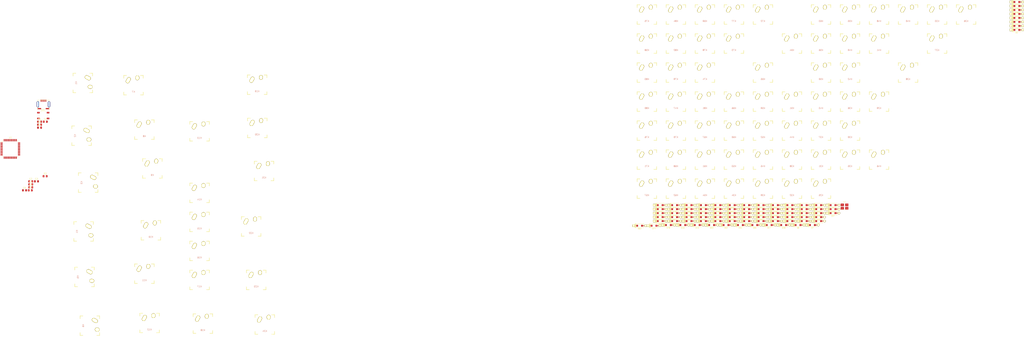
<source format=kicad_pcb>
(kicad_pcb (version 20171130) (host pcbnew 5.0.2-bee76a0~70~ubuntu18.04.1)
  (layers (0 F.Cu signal) (31 B.Cu signal) (34 B.Paste user) (35 F.Paste user) (36 B.SilkS user) (37 F.SilkS user) (38 B.Mask user) (39 F.Mask user) (44 Edge.Cuts user))
  (net 0 "")
  (net 1 GND)
  (net 2 "Net-(C1-Pad1)")
  (net 3 "Net-(C2-Pad1)")
  (net 4 "Net-(C3-Pad1)")
  (net 5 VCC)
  (net 6 "Net-(D1-Pad2)")
  (net 7 /row0)
  (net 8 "Net-(D2-Pad2)")
  (net 9 /row1)
  (net 10 "Net-(D3-Pad2)")
  (net 11 /row2)
  (net 12 "Net-(D4-Pad2)")
  (net 13 /row3)
  (net 14 "Net-(D5-Pad2)")
  (net 15 /row4)
  (net 16 "Net-(D6-Pad2)")
  (net 17 /row5)
  (net 18 "Net-(D7-Pad2)")
  (net 19 "Net-(D8-Pad2)")
  (net 20 "Net-(D9-Pad2)")
  (net 21 "Net-(D10-Pad2)")
  (net 22 "Net-(D11-Pad2)")
  (net 23 "Net-(D12-Pad2)")
  (net 24 "Net-(D13-Pad2)")
  (net 25 "Net-(D14-Pad2)")
  (net 26 "Net-(D15-Pad2)")
  (net 27 "Net-(D16-Pad2)")
  (net 28 "Net-(D17-Pad2)")
  (net 29 "Net-(D18-Pad2)")
  (net 30 "Net-(D19-Pad2)")
  (net 31 "Net-(D20-Pad2)")
  (net 32 "Net-(D21-Pad2)")
  (net 33 "Net-(D22-Pad2)")
  (net 34 "Net-(D23-Pad2)")
  (net 35 "Net-(D24-Pad2)")
  (net 36 "Net-(D25-Pad2)")
  (net 37 "Net-(D26-Pad2)")
  (net 38 "Net-(D27-Pad2)")
  (net 39 "Net-(D28-Pad2)")
  (net 40 "Net-(D29-Pad2)")
  (net 41 "Net-(D30-Pad2)")
  (net 42 "Net-(D31-Pad2)")
  (net 43 "Net-(D32-Pad2)")
  (net 44 "Net-(D33-Pad2)")
  (net 45 "Net-(D34-Pad2)")
  (net 46 "Net-(D35-Pad2)")
  (net 47 "Net-(D36-Pad2)")
  (net 48 "Net-(D37-Pad2)")
  (net 49 "Net-(D38-Pad2)")
  (net 50 "Net-(D39-Pad2)")
  (net 51 "Net-(D40-Pad2)")
  (net 52 "Net-(D41-Pad2)")
  (net 53 "Net-(D42-Pad2)")
  (net 54 "Net-(D43-Pad2)")
  (net 55 "Net-(D44-Pad2)")
  (net 56 "Net-(D45-Pad2)")
  (net 57 "Net-(D46-Pad2)")
  (net 58 "Net-(D47-Pad2)")
  (net 59 "Net-(D48-Pad2)")
  (net 60 "Net-(D49-Pad2)")
  (net 61 "Net-(D50-Pad2)")
  (net 62 "Net-(D51-Pad2)")
  (net 63 "Net-(D52-Pad2)")
  (net 64 "Net-(D53-Pad2)")
  (net 65 "Net-(D54-Pad2)")
  (net 66 "Net-(D55-Pad2)")
  (net 67 "Net-(D56-Pad2)")
  (net 68 "Net-(D57-Pad2)")
  (net 69 "Net-(D58-Pad2)")
  (net 70 "Net-(D59-Pad2)")
  (net 71 "Net-(D60-Pad2)")
  (net 72 "Net-(D61-Pad2)")
  (net 73 "Net-(D62-Pad2)")
  (net 74 "Net-(D63-Pad2)")
  (net 75 "Net-(D64-Pad2)")
  (net 76 "Net-(D65-Pad2)")
  (net 77 "Net-(D66-Pad2)")
  (net 78 "Net-(D67-Pad2)")
  (net 79 "Net-(D68-Pad2)")
  (net 80 "Net-(D69-Pad2)")
  (net 81 "Net-(D70-Pad2)")
  (net 82 "Net-(D71-Pad2)")
  (net 83 "Net-(D72-Pad2)")
  (net 84 "Net-(D73-Pad2)")
  (net 85 "Net-(D74-Pad2)")
  (net 86 "Net-(D75-Pad2)")
  (net 87 "Net-(D76-Pad2)")
  (net 88 "Net-(D77-Pad2)")
  (net 89 "Net-(D78-Pad2)")
  (net 90 "Net-(D79-Pad2)")
  (net 91 "Net-(D80-Pad2)")
  (net 92 "Net-(D81-Pad2)")
  (net 93 "Net-(D82-Pad2)")
  (net 94 "Net-(D83-Pad2)")
  (net 95 "Net-(D84-Pad2)")
  (net 96 "Net-(J1-Pad2)")
  (net 97 "Net-(J1-Pad3)")
  (net 98 "Net-(J1-Pad4)")
  (net 99 /col0)
  (net 100 /col1)
  (net 101 /col2)
  (net 102 /col3)
  (net 103 /col4)
  (net 104 /col5)
  (net 105 /col6)
  (net 106 /col7)
  (net 107 /col8)
  (net 108 "Net-(K49-Pad2)")
  (net 109 "Net-(K50-Pad2)")
  (net 110 "Net-(K51-Pad2)")
  (net 111 "Net-(K52-Pad2)")
  (net 112 "Net-(K53-Pad2)")
  (net 113 "Net-(K54-Pad2)")
  (net 114 /col9)
  (net 115 /col10)
  (net 116 /col11)
  (net 117 /col12)
  (net 118 /col13)
  (net 119 "Net-(R1-Pad1)")
  (net 120 "Net-(R2-Pad1)")
  (net 121 "Net-(R3-Pad1)")
  (net 122 "Net-(R4-Pad1)")
  (net 123 "Net-(U1-Pad1)")
  (net 124 "Net-(U1-Pad7)")
  (net 125 "Net-(U1-Pad8)")
  (net 126 "Net-(U1-Pad9)")
  (net 127 "Net-(U1-Pad10)")
  (net 128 "Net-(U1-Pad11)")
  (net 129 "Net-(U1-Pad12)")
  (net 130 "Net-(U1-Pad18)")
  (net 131 "Net-(U1-Pad19)")
  (net 132 "Net-(U1-Pad20)")
  (net 133 "Net-(U1-Pad21)")
  (net 134 "Net-(U1-Pad22)")
  (net 135 "Net-(U1-Pad25)")
  (net 136 "Net-(U1-Pad26)")
  (net 137 "Net-(U1-Pad27)")
  (net 138 "Net-(U1-Pad28)")
  (net 139 "Net-(U1-Pad29)")
  (net 140 "Net-(U1-Pad30)")
  (net 141 "Net-(U1-Pad31)")
  (net 142 "Net-(U1-Pad32)")
  (net 143 "Net-(U1-Pad36)")
  (net 144 "Net-(U1-Pad37)")
  (net 145 "Net-(U1-Pad42)")
  (module Capacitor_SMD:C_0805_2012Metric_Pad1.15x1.40mm_HandSolder (layer F.Cu) (at 57.745001 99.925001)
    (fp_text reference C1 (at 0 -1.65) (layer F.SilkS))
    (fp_text value C_Small)
    (pad 2 smd roundrect (at 1.025 0) (size 1.15 1.4) (layers F.Cu F.Paste F.Mask) (roundrect_rratio 0.217391) (net 1 GND))
    (pad 1 smd roundrect (at -1.025 0) (size 1.15 1.4) (layers F.Cu F.Paste F.Mask) (roundrect_rratio 0.217391) (net 2 "Net-(C1-Pad1)"))
  )
  (module Capacitor_SMD:C_0805_2012Metric_Pad1.15x1.40mm_HandSolder (layer F.Cu) (at 48.225001 138.855001)
    (fp_text reference C2 (at 0 -1.65) (layer F.SilkS))
    (fp_text value C_Small)
    (pad 1 smd roundrect (at -1.025 0) (size 1.15 1.4) (layers F.Cu F.Paste F.Mask) (roundrect_rratio 0.217391) (net 3 "Net-(C2-Pad1)"))
    (pad 2 smd roundrect (at 1.025 0) (size 1.15 1.4) (layers F.Cu F.Paste F.Mask) (roundrect_rratio 0.217391) (net 1 GND))
  )
  (module Capacitor_SMD:C_0805_2012Metric_Pad1.15x1.40mm_HandSolder (layer F.Cu) (at 51.975001 138.855001)
    (fp_text reference C3 (at 0 -1.65) (layer F.SilkS))
    (fp_text value 1u)
    (pad 1 smd roundrect (at -1.025 0) (size 1.15 1.4) (layers F.Cu F.Paste F.Mask) (roundrect_rratio 0.217391) (net 4 "Net-(C3-Pad1)"))
    (pad 2 smd roundrect (at 1.025 0) (size 1.15 1.4) (layers F.Cu F.Paste F.Mask) (roundrect_rratio 0.217391) (net 1 GND))
  )
  (module Capacitor_SMD:C_0805_2012Metric_Pad1.15x1.40mm_HandSolder (layer F.Cu) (at 48.225001 140.805001)
    (fp_text reference C4 (at 0 -1.65) (layer F.SilkS))
    (fp_text value 0,1u)
    (pad 2 smd roundrect (at 1.025 0) (size 1.15 1.4) (layers F.Cu F.Paste F.Mask) (roundrect_rratio 0.217391) (net 1 GND))
    (pad 1 smd roundrect (at -1.025 0) (size 1.15 1.4) (layers F.Cu F.Paste F.Mask) (roundrect_rratio 0.217391) (net 5 VCC))
  )
  (module Capacitor_SMD:C_0805_2012Metric_Pad1.15x1.40mm_HandSolder (layer F.Cu) (at 48.225001 142.755001)
    (fp_text reference C5 (at 0 -1.65) (layer F.SilkS))
    (fp_text value 0,1u)
    (pad 1 smd roundrect (at -1.025 0) (size 1.15 1.4) (layers F.Cu F.Paste F.Mask) (roundrect_rratio 0.217391) (net 5 VCC))
    (pad 2 smd roundrect (at 1.025 0) (size 1.15 1.4) (layers F.Cu F.Paste F.Mask) (roundrect_rratio 0.217391) (net 1 GND))
  )
  (module Capacitor_SMD:C_0805_2012Metric_Pad1.15x1.40mm_HandSolder (layer F.Cu) (at 44.175001 144.705001)
    (fp_text reference C6 (at 0 -1.65) (layer F.SilkS))
    (fp_text value 0,1u)
    (pad 2 smd roundrect (at 1.025 0) (size 1.15 1.4) (layers F.Cu F.Paste F.Mask) (roundrect_rratio 0.217391) (net 1 GND))
    (pad 1 smd roundrect (at -1.025 0) (size 1.15 1.4) (layers F.Cu F.Paste F.Mask) (roundrect_rratio 0.217391) (net 5 VCC))
  )
  (module Capacitor_SMD:C_0805_2012Metric_Pad1.15x1.40mm_HandSolder (layer F.Cu) (at 47.925001 144.705001)
    (fp_text reference C7 (at 0 -1.65) (layer F.SilkS))
    (fp_text value 4,7u)
    (pad 1 smd roundrect (at -1.025 0) (size 1.15 1.4) (layers F.Cu F.Paste F.Mask) (roundrect_rratio 0.217391) (net 5 VCC))
    (pad 2 smd roundrect (at 1.025 0) (size 1.15 1.4) (layers F.Cu F.Paste F.Mask) (roundrect_rratio 0.217391) (net 1 GND))
  )
  (module keyboard_parts:D_SOD123_axial (layer F.Cu) (at 691.82 40.000001)
    (fp_text reference D1 (at 0 1.925) (layer F.SilkS) (effects (font (size 0.8 0.8))))
    (fp_text value D hide)
    (pad 2 smd rect (at 1.575 0) (size 1.2 1.2) (layers F.Cu F.Paste F.Mask) (net 6 "Net-(D1-Pad2)"))
    (pad 1 smd rect (at -1.575 0) (size 1.2 1.2) (layers F.Cu F.Paste F.Mask) (net 7 /row0))
    (pad 1 thru_hole rect (at -3.9 0) (size 1.6 1.6) (drill 0.7) (layers *.Cu *.Mask F.SilkS) (net 7 /row0))
    (pad 2 thru_hole circle (at 3.9 0) (size 1.6 1.6) (drill 0.7) (layers *.Cu *.Mask F.SilkS) (net 6 "Net-(D1-Pad2)"))
    (pad 1 smd rect (at -2.7 0) (size 2.5 0.5) (layers F.Cu) (net 7 /row0))
    (pad 2 smd rect (at 2.7 0) (size 2.5 0.5) (layers F.Cu) (net 6 "Net-(D1-Pad2)"))
  )
  (module keyboard_parts:D_SOD123_axial (layer F.Cu) (at 691.82 37.400001)
    (fp_text reference D2 (at 0 1.925) (layer F.SilkS) (effects (font (size 0.8 0.8))))
    (fp_text value D hide)
    (pad 2 smd rect (at 2.7 0) (size 2.5 0.5) (layers F.Cu) (net 8 "Net-(D2-Pad2)"))
    (pad 1 smd rect (at -2.7 0) (size 2.5 0.5) (layers F.Cu) (net 9 /row1))
    (pad 2 thru_hole circle (at 3.9 0) (size 1.6 1.6) (drill 0.7) (layers *.Cu *.Mask F.SilkS) (net 8 "Net-(D2-Pad2)"))
    (pad 1 thru_hole rect (at -3.9 0) (size 1.6 1.6) (drill 0.7) (layers *.Cu *.Mask F.SilkS) (net 9 /row1))
    (pad 1 smd rect (at -1.575 0) (size 1.2 1.2) (layers F.Cu F.Paste F.Mask) (net 9 /row1))
    (pad 2 smd rect (at 1.575 0) (size 1.2 1.2) (layers F.Cu F.Paste F.Mask) (net 8 "Net-(D2-Pad2)"))
  )
  (module keyboard_parts:D_SOD123_axial (layer F.Cu) (at 691.82 34.800001)
    (fp_text reference D3 (at 0 1.925) (layer F.SilkS) (effects (font (size 0.8 0.8))))
    (fp_text value D hide)
    (pad 2 smd rect (at 2.7 0) (size 2.5 0.5) (layers F.Cu) (net 10 "Net-(D3-Pad2)"))
    (pad 1 smd rect (at -2.7 0) (size 2.5 0.5) (layers F.Cu) (net 11 /row2))
    (pad 2 thru_hole circle (at 3.9 0) (size 1.6 1.6) (drill 0.7) (layers *.Cu *.Mask F.SilkS) (net 10 "Net-(D3-Pad2)"))
    (pad 1 thru_hole rect (at -3.9 0) (size 1.6 1.6) (drill 0.7) (layers *.Cu *.Mask F.SilkS) (net 11 /row2))
    (pad 1 smd rect (at -1.575 0) (size 1.2 1.2) (layers F.Cu F.Paste F.Mask) (net 11 /row2))
    (pad 2 smd rect (at 1.575 0) (size 1.2 1.2) (layers F.Cu F.Paste F.Mask) (net 10 "Net-(D3-Pad2)"))
  )
  (module keyboard_parts:D_SOD123_axial (layer F.Cu) (at 691.82 32.200001)
    (fp_text reference D4 (at 0 1.925) (layer F.SilkS) (effects (font (size 0.8 0.8))))
    (fp_text value D hide)
    (pad 2 smd rect (at 1.575 0) (size 1.2 1.2) (layers F.Cu F.Paste F.Mask) (net 12 "Net-(D4-Pad2)"))
    (pad 1 smd rect (at -1.575 0) (size 1.2 1.2) (layers F.Cu F.Paste F.Mask) (net 13 /row3))
    (pad 1 thru_hole rect (at -3.9 0) (size 1.6 1.6) (drill 0.7) (layers *.Cu *.Mask F.SilkS) (net 13 /row3))
    (pad 2 thru_hole circle (at 3.9 0) (size 1.6 1.6) (drill 0.7) (layers *.Cu *.Mask F.SilkS) (net 12 "Net-(D4-Pad2)"))
    (pad 1 smd rect (at -2.7 0) (size 2.5 0.5) (layers F.Cu) (net 13 /row3))
    (pad 2 smd rect (at 2.7 0) (size 2.5 0.5) (layers F.Cu) (net 12 "Net-(D4-Pad2)"))
  )
  (module keyboard_parts:D_SOD123_axial (layer F.Cu) (at 562.45 164.780001)
    (fp_text reference D5 (at 0 1.925) (layer F.SilkS) (effects (font (size 0.8 0.8))))
    (fp_text value D hide)
    (pad 2 smd rect (at 1.575 0) (size 1.2 1.2) (layers F.Cu F.Paste F.Mask) (net 14 "Net-(D5-Pad2)"))
    (pad 1 smd rect (at -1.575 0) (size 1.2 1.2) (layers F.Cu F.Paste F.Mask) (net 15 /row4))
    (pad 1 thru_hole rect (at -3.9 0) (size 1.6 1.6) (drill 0.7) (layers *.Cu *.Mask F.SilkS) (net 15 /row4))
    (pad 2 thru_hole circle (at 3.9 0) (size 1.6 1.6) (drill 0.7) (layers *.Cu *.Mask F.SilkS) (net 14 "Net-(D5-Pad2)"))
    (pad 1 smd rect (at -2.7 0) (size 2.5 0.5) (layers F.Cu) (net 15 /row4))
    (pad 2 smd rect (at 2.7 0) (size 2.5 0.5) (layers F.Cu) (net 14 "Net-(D5-Pad2)"))
  )
  (module keyboard_parts:D_SOD123_axial (layer F.Cu) (at 571.85 154.380001)
    (fp_text reference D6 (at 0 1.925) (layer F.SilkS) (effects (font (size 0.8 0.8))))
    (fp_text value D hide)
    (pad 2 smd rect (at 1.575 0) (size 1.2 1.2) (layers F.Cu F.Paste F.Mask) (net 16 "Net-(D6-Pad2)"))
    (pad 1 smd rect (at -1.575 0) (size 1.2 1.2) (layers F.Cu F.Paste F.Mask) (net 17 /row5))
    (pad 1 thru_hole rect (at -3.9 0) (size 1.6 1.6) (drill 0.7) (layers *.Cu *.Mask F.SilkS) (net 17 /row5))
    (pad 2 thru_hole circle (at 3.9 0) (size 1.6 1.6) (drill 0.7) (layers *.Cu *.Mask F.SilkS) (net 16 "Net-(D6-Pad2)"))
    (pad 1 smd rect (at -2.7 0) (size 2.5 0.5) (layers F.Cu) (net 17 /row5))
    (pad 2 smd rect (at 2.7 0) (size 2.5 0.5) (layers F.Cu) (net 16 "Net-(D6-Pad2)"))
  )
  (module keyboard_parts:D_SOD123_axial (layer F.Cu) (at 558.4 167.380001)
    (fp_text reference D7 (at 0 1.925) (layer F.SilkS) (effects (font (size 0.8 0.8))))
    (fp_text value D hide)
    (pad 2 smd rect (at 1.575 0) (size 1.2 1.2) (layers F.Cu F.Paste F.Mask) (net 18 "Net-(D7-Pad2)"))
    (pad 1 smd rect (at -1.575 0) (size 1.2 1.2) (layers F.Cu F.Paste F.Mask) (net 7 /row0))
    (pad 1 thru_hole rect (at -3.9 0) (size 1.6 1.6) (drill 0.7) (layers *.Cu *.Mask F.SilkS) (net 7 /row0))
    (pad 2 thru_hole circle (at 3.9 0) (size 1.6 1.6) (drill 0.7) (layers *.Cu *.Mask F.SilkS) (net 18 "Net-(D7-Pad2)"))
    (pad 1 smd rect (at -2.7 0) (size 2.5 0.5) (layers F.Cu) (net 7 /row0))
    (pad 2 smd rect (at 2.7 0) (size 2.5 0.5) (layers F.Cu) (net 18 "Net-(D7-Pad2)"))
  )
  (module keyboard_parts:D_SOD123_axial (layer F.Cu) (at 549 167.380001)
    (fp_text reference D8 (at 0 1.925) (layer F.SilkS) (effects (font (size 0.8 0.8))))
    (fp_text value D hide)
    (pad 2 smd rect (at 2.7 0) (size 2.5 0.5) (layers F.Cu) (net 19 "Net-(D8-Pad2)"))
    (pad 1 smd rect (at -2.7 0) (size 2.5 0.5) (layers F.Cu) (net 9 /row1))
    (pad 2 thru_hole circle (at 3.9 0) (size 1.6 1.6) (drill 0.7) (layers *.Cu *.Mask F.SilkS) (net 19 "Net-(D8-Pad2)"))
    (pad 1 thru_hole rect (at -3.9 0) (size 1.6 1.6) (drill 0.7) (layers *.Cu *.Mask F.SilkS) (net 9 /row1))
    (pad 1 smd rect (at -1.575 0) (size 1.2 1.2) (layers F.Cu F.Paste F.Mask) (net 9 /row1))
    (pad 2 smd rect (at 1.575 0) (size 1.2 1.2) (layers F.Cu F.Paste F.Mask) (net 19 "Net-(D8-Pad2)"))
  )
  (module keyboard_parts:D_SOD123_axial (layer F.Cu) (at 553.05 164.780001)
    (fp_text reference D9 (at 0 1.925) (layer F.SilkS) (effects (font (size 0.8 0.8))))
    (fp_text value D hide)
    (pad 2 smd rect (at 2.7 0) (size 2.5 0.5) (layers F.Cu) (net 20 "Net-(D9-Pad2)"))
    (pad 1 smd rect (at -2.7 0) (size 2.5 0.5) (layers F.Cu) (net 11 /row2))
    (pad 2 thru_hole circle (at 3.9 0) (size 1.6 1.6) (drill 0.7) (layers *.Cu *.Mask F.SilkS) (net 20 "Net-(D9-Pad2)"))
    (pad 1 thru_hole rect (at -3.9 0) (size 1.6 1.6) (drill 0.7) (layers *.Cu *.Mask F.SilkS) (net 11 /row2))
    (pad 1 smd rect (at -1.575 0) (size 1.2 1.2) (layers F.Cu F.Paste F.Mask) (net 11 /row2))
    (pad 2 smd rect (at 1.575 0) (size 1.2 1.2) (layers F.Cu F.Paste F.Mask) (net 20 "Net-(D9-Pad2)"))
  )
  (module keyboard_parts:D_SOD123_axial (layer F.Cu) (at 553.05 162.180001)
    (fp_text reference D10 (at 0 1.925) (layer F.SilkS) (effects (font (size 0.8 0.8))))
    (fp_text value D hide)
    (pad 2 smd rect (at 1.575 0) (size 1.2 1.2) (layers F.Cu F.Paste F.Mask) (net 21 "Net-(D10-Pad2)"))
    (pad 1 smd rect (at -1.575 0) (size 1.2 1.2) (layers F.Cu F.Paste F.Mask) (net 13 /row3))
    (pad 1 thru_hole rect (at -3.9 0) (size 1.6 1.6) (drill 0.7) (layers *.Cu *.Mask F.SilkS) (net 13 /row3))
    (pad 2 thru_hole circle (at 3.9 0) (size 1.6 1.6) (drill 0.7) (layers *.Cu *.Mask F.SilkS) (net 21 "Net-(D10-Pad2)"))
    (pad 1 smd rect (at -2.7 0) (size 2.5 0.5) (layers F.Cu) (net 13 /row3))
    (pad 2 smd rect (at 2.7 0) (size 2.5 0.5) (layers F.Cu) (net 21 "Net-(D10-Pad2)"))
  )
  (module keyboard_parts:D_SOD123_axial (layer F.Cu) (at 553.05 154.380001)
    (fp_text reference D11 (at 0 1.925) (layer F.SilkS) (effects (font (size 0.8 0.8))))
    (fp_text value D hide)
    (pad 2 smd rect (at 1.575 0) (size 1.2 1.2) (layers F.Cu F.Paste F.Mask) (net 22 "Net-(D11-Pad2)"))
    (pad 1 smd rect (at -1.575 0) (size 1.2 1.2) (layers F.Cu F.Paste F.Mask) (net 15 /row4))
    (pad 1 thru_hole rect (at -3.9 0) (size 1.6 1.6) (drill 0.7) (layers *.Cu *.Mask F.SilkS) (net 15 /row4))
    (pad 2 thru_hole circle (at 3.9 0) (size 1.6 1.6) (drill 0.7) (layers *.Cu *.Mask F.SilkS) (net 22 "Net-(D11-Pad2)"))
    (pad 1 smd rect (at -2.7 0) (size 2.5 0.5) (layers F.Cu) (net 15 /row4))
    (pad 2 smd rect (at 2.7 0) (size 2.5 0.5) (layers F.Cu) (net 22 "Net-(D11-Pad2)"))
  )
  (module keyboard_parts:D_SOD123_axial (layer F.Cu) (at 691.82 29.600001)
    (fp_text reference D12 (at 0 1.925) (layer F.SilkS) (effects (font (size 0.8 0.8))))
    (fp_text value D hide)
    (pad 2 smd rect (at 2.7 0) (size 2.5 0.5) (layers F.Cu) (net 23 "Net-(D12-Pad2)"))
    (pad 1 smd rect (at -2.7 0) (size 2.5 0.5) (layers F.Cu) (net 17 /row5))
    (pad 2 thru_hole circle (at 3.9 0) (size 1.6 1.6) (drill 0.7) (layers *.Cu *.Mask F.SilkS) (net 23 "Net-(D12-Pad2)"))
    (pad 1 thru_hole rect (at -3.9 0) (size 1.6 1.6) (drill 0.7) (layers *.Cu *.Mask F.SilkS) (net 17 /row5))
    (pad 1 smd rect (at -1.575 0) (size 1.2 1.2) (layers F.Cu F.Paste F.Mask) (net 17 /row5))
    (pad 2 smd rect (at 1.575 0) (size 1.2 1.2) (layers F.Cu F.Paste F.Mask) (net 23 "Net-(D12-Pad2)"))
  )
  (module keyboard_parts:D_SOD123_axial (layer F.Cu) (at 496.65 154.380001)
    (fp_text reference D13 (at 0 1.925) (layer F.SilkS) (effects (font (size 0.8 0.8))))
    (fp_text value D hide)
    (pad 2 smd rect (at 1.575 0) (size 1.2 1.2) (layers F.Cu F.Paste F.Mask) (net 24 "Net-(D13-Pad2)"))
    (pad 1 smd rect (at -1.575 0) (size 1.2 1.2) (layers F.Cu F.Paste F.Mask) (net 7 /row0))
    (pad 1 thru_hole rect (at -3.9 0) (size 1.6 1.6) (drill 0.7) (layers *.Cu *.Mask F.SilkS) (net 7 /row0))
    (pad 2 thru_hole circle (at 3.9 0) (size 1.6 1.6) (drill 0.7) (layers *.Cu *.Mask F.SilkS) (net 24 "Net-(D13-Pad2)"))
    (pad 1 smd rect (at -2.7 0) (size 2.5 0.5) (layers F.Cu) (net 7 /row0))
    (pad 2 smd rect (at 2.7 0) (size 2.5 0.5) (layers F.Cu) (net 24 "Net-(D13-Pad2)"))
  )
  (module keyboard_parts:D_SOD123_axial (layer F.Cu) (at 487.25 159.580001)
    (fp_text reference D14 (at 0 1.925) (layer F.SilkS) (effects (font (size 0.8 0.8))))
    (fp_text value D hide)
    (pad 2 smd rect (at 1.575 0) (size 1.2 1.2) (layers F.Cu F.Paste F.Mask) (net 25 "Net-(D14-Pad2)"))
    (pad 1 smd rect (at -1.575 0) (size 1.2 1.2) (layers F.Cu F.Paste F.Mask) (net 9 /row1))
    (pad 1 thru_hole rect (at -3.9 0) (size 1.6 1.6) (drill 0.7) (layers *.Cu *.Mask F.SilkS) (net 9 /row1))
    (pad 2 thru_hole circle (at 3.9 0) (size 1.6 1.6) (drill 0.7) (layers *.Cu *.Mask F.SilkS) (net 25 "Net-(D14-Pad2)"))
    (pad 1 smd rect (at -2.7 0) (size 2.5 0.5) (layers F.Cu) (net 9 /row1))
    (pad 2 smd rect (at 2.7 0) (size 2.5 0.5) (layers F.Cu) (net 25 "Net-(D14-Pad2)"))
  )
  (module keyboard_parts:D_SOD123_axial (layer F.Cu) (at 483.2 167.380001)
    (fp_text reference D15 (at 0 1.925) (layer F.SilkS) (effects (font (size 0.8 0.8))))
    (fp_text value D hide)
    (pad 2 smd rect (at 1.575 0) (size 1.2 1.2) (layers F.Cu F.Paste F.Mask) (net 26 "Net-(D15-Pad2)"))
    (pad 1 smd rect (at -1.575 0) (size 1.2 1.2) (layers F.Cu F.Paste F.Mask) (net 11 /row2))
    (pad 1 thru_hole rect (at -3.9 0) (size 1.6 1.6) (drill 0.7) (layers *.Cu *.Mask F.SilkS) (net 11 /row2))
    (pad 2 thru_hole circle (at 3.9 0) (size 1.6 1.6) (drill 0.7) (layers *.Cu *.Mask F.SilkS) (net 26 "Net-(D15-Pad2)"))
    (pad 1 smd rect (at -2.7 0) (size 2.5 0.5) (layers F.Cu) (net 11 /row2))
    (pad 2 smd rect (at 2.7 0) (size 2.5 0.5) (layers F.Cu) (net 26 "Net-(D15-Pad2)"))
  )
  (module keyboard_parts:D_SOD123_axial (layer F.Cu) (at 473.8 167.380001)
    (fp_text reference D16 (at 0 1.925) (layer F.SilkS) (effects (font (size 0.8 0.8))))
    (fp_text value D hide)
    (pad 2 smd rect (at 1.575 0) (size 1.2 1.2) (layers F.Cu F.Paste F.Mask) (net 27 "Net-(D16-Pad2)"))
    (pad 1 smd rect (at -1.575 0) (size 1.2 1.2) (layers F.Cu F.Paste F.Mask) (net 13 /row3))
    (pad 1 thru_hole rect (at -3.9 0) (size 1.6 1.6) (drill 0.7) (layers *.Cu *.Mask F.SilkS) (net 13 /row3))
    (pad 2 thru_hole circle (at 3.9 0) (size 1.6 1.6) (drill 0.7) (layers *.Cu *.Mask F.SilkS) (net 27 "Net-(D16-Pad2)"))
    (pad 1 smd rect (at -2.7 0) (size 2.5 0.5) (layers F.Cu) (net 13 /row3))
    (pad 2 smd rect (at 2.7 0) (size 2.5 0.5) (layers F.Cu) (net 27 "Net-(D16-Pad2)"))
  )
  (module keyboard_parts:D_SOD123_axial (layer F.Cu) (at 530.2 167.380001)
    (fp_text reference D17 (at 0 1.925) (layer F.SilkS) (effects (font (size 0.8 0.8))))
    (fp_text value D hide)
    (pad 2 smd rect (at 1.575 0) (size 1.2 1.2) (layers F.Cu F.Paste F.Mask) (net 28 "Net-(D17-Pad2)"))
    (pad 1 smd rect (at -1.575 0) (size 1.2 1.2) (layers F.Cu F.Paste F.Mask) (net 15 /row4))
    (pad 1 thru_hole rect (at -3.9 0) (size 1.6 1.6) (drill 0.7) (layers *.Cu *.Mask F.SilkS) (net 15 /row4))
    (pad 2 thru_hole circle (at 3.9 0) (size 1.6 1.6) (drill 0.7) (layers *.Cu *.Mask F.SilkS) (net 28 "Net-(D17-Pad2)"))
    (pad 1 smd rect (at -2.7 0) (size 2.5 0.5) (layers F.Cu) (net 15 /row4))
    (pad 2 smd rect (at 2.7 0) (size 2.5 0.5) (layers F.Cu) (net 28 "Net-(D17-Pad2)"))
  )
  (module keyboard_parts:D_SOD123_axial (layer F.Cu) (at 562.45 159.580001)
    (fp_text reference D18 (at 0 1.925) (layer F.SilkS) (effects (font (size 0.8 0.8))))
    (fp_text value D hide)
    (pad 2 smd rect (at 2.7 0) (size 2.5 0.5) (layers F.Cu) (net 29 "Net-(D18-Pad2)"))
    (pad 1 smd rect (at -2.7 0) (size 2.5 0.5) (layers F.Cu) (net 17 /row5))
    (pad 2 thru_hole circle (at 3.9 0) (size 1.6 1.6) (drill 0.7) (layers *.Cu *.Mask F.SilkS) (net 29 "Net-(D18-Pad2)"))
    (pad 1 thru_hole rect (at -3.9 0) (size 1.6 1.6) (drill 0.7) (layers *.Cu *.Mask F.SilkS) (net 17 /row5))
    (pad 1 smd rect (at -1.575 0) (size 1.2 1.2) (layers F.Cu F.Paste F.Mask) (net 17 /row5))
    (pad 2 smd rect (at 1.575 0) (size 1.2 1.2) (layers F.Cu F.Paste F.Mask) (net 29 "Net-(D18-Pad2)"))
  )
  (module keyboard_parts:D_SOD123_axial (layer F.Cu) (at 562.45 156.980001)
    (fp_text reference D19 (at 0 1.925) (layer F.SilkS) (effects (font (size 0.8 0.8))))
    (fp_text value D hide)
    (pad 2 smd rect (at 1.575 0) (size 1.2 1.2) (layers F.Cu F.Paste F.Mask) (net 30 "Net-(D19-Pad2)"))
    (pad 1 smd rect (at -1.575 0) (size 1.2 1.2) (layers F.Cu F.Paste F.Mask) (net 7 /row0))
    (pad 1 thru_hole rect (at -3.9 0) (size 1.6 1.6) (drill 0.7) (layers *.Cu *.Mask F.SilkS) (net 7 /row0))
    (pad 2 thru_hole circle (at 3.9 0) (size 1.6 1.6) (drill 0.7) (layers *.Cu *.Mask F.SilkS) (net 30 "Net-(D19-Pad2)"))
    (pad 1 smd rect (at -2.7 0) (size 2.5 0.5) (layers F.Cu) (net 7 /row0))
    (pad 2 smd rect (at 2.7 0) (size 2.5 0.5) (layers F.Cu) (net 30 "Net-(D19-Pad2)"))
  )
  (module keyboard_parts:D_SOD123_axial (layer F.Cu) (at 562.45 154.380001)
    (fp_text reference D20 (at 0 1.925) (layer F.SilkS) (effects (font (size 0.8 0.8))))
    (fp_text value D hide)
    (pad 2 smd rect (at 1.575 0) (size 1.2 1.2) (layers F.Cu F.Paste F.Mask) (net 31 "Net-(D20-Pad2)"))
    (pad 1 smd rect (at -1.575 0) (size 1.2 1.2) (layers F.Cu F.Paste F.Mask) (net 9 /row1))
    (pad 1 thru_hole rect (at -3.9 0) (size 1.6 1.6) (drill 0.7) (layers *.Cu *.Mask F.SilkS) (net 9 /row1))
    (pad 2 thru_hole circle (at 3.9 0) (size 1.6 1.6) (drill 0.7) (layers *.Cu *.Mask F.SilkS) (net 31 "Net-(D20-Pad2)"))
    (pad 1 smd rect (at -2.7 0) (size 2.5 0.5) (layers F.Cu) (net 9 /row1))
    (pad 2 smd rect (at 2.7 0) (size 2.5 0.5) (layers F.Cu) (net 31 "Net-(D20-Pad2)"))
  )
  (module keyboard_parts:D_SOD123_axial (layer F.Cu) (at 691.82 21.800001)
    (fp_text reference D21 (at 0 1.925) (layer F.SilkS) (effects (font (size 0.8 0.8))))
    (fp_text value D hide)
    (pad 2 smd rect (at 1.575 0) (size 1.2 1.2) (layers F.Cu F.Paste F.Mask) (net 32 "Net-(D21-Pad2)"))
    (pad 1 smd rect (at -1.575 0) (size 1.2 1.2) (layers F.Cu F.Paste F.Mask) (net 11 /row2))
    (pad 1 thru_hole rect (at -3.9 0) (size 1.6 1.6) (drill 0.7) (layers *.Cu *.Mask F.SilkS) (net 11 /row2))
    (pad 2 thru_hole circle (at 3.9 0) (size 1.6 1.6) (drill 0.7) (layers *.Cu *.Mask F.SilkS) (net 32 "Net-(D21-Pad2)"))
    (pad 1 smd rect (at -2.7 0) (size 2.5 0.5) (layers F.Cu) (net 11 /row2))
    (pad 2 smd rect (at 2.7 0) (size 2.5 0.5) (layers F.Cu) (net 32 "Net-(D21-Pad2)"))
  )
  (module keyboard_parts:D_SOD123_axial (layer F.Cu) (at 543.65 164.780001)
    (fp_text reference D22 (at 0 1.925) (layer F.SilkS) (effects (font (size 0.8 0.8))))
    (fp_text value D hide)
    (pad 2 smd rect (at 1.575 0) (size 1.2 1.2) (layers F.Cu F.Paste F.Mask) (net 33 "Net-(D22-Pad2)"))
    (pad 1 smd rect (at -1.575 0) (size 1.2 1.2) (layers F.Cu F.Paste F.Mask) (net 13 /row3))
    (pad 1 thru_hole rect (at -3.9 0) (size 1.6 1.6) (drill 0.7) (layers *.Cu *.Mask F.SilkS) (net 13 /row3))
    (pad 2 thru_hole circle (at 3.9 0) (size 1.6 1.6) (drill 0.7) (layers *.Cu *.Mask F.SilkS) (net 33 "Net-(D22-Pad2)"))
    (pad 1 smd rect (at -2.7 0) (size 2.5 0.5) (layers F.Cu) (net 13 /row3))
    (pad 2 smd rect (at 2.7 0) (size 2.5 0.5) (layers F.Cu) (net 33 "Net-(D22-Pad2)"))
  )
  (module keyboard_parts:D_SOD123_axial (layer F.Cu) (at 543.65 162.180001)
    (fp_text reference D23 (at 0 1.925) (layer F.SilkS) (effects (font (size 0.8 0.8))))
    (fp_text value D hide)
    (pad 2 smd rect (at 2.7 0) (size 2.5 0.5) (layers F.Cu) (net 34 "Net-(D23-Pad2)"))
    (pad 1 smd rect (at -2.7 0) (size 2.5 0.5) (layers F.Cu) (net 15 /row4))
    (pad 2 thru_hole circle (at 3.9 0) (size 1.6 1.6) (drill 0.7) (layers *.Cu *.Mask F.SilkS) (net 34 "Net-(D23-Pad2)"))
    (pad 1 thru_hole rect (at -3.9 0) (size 1.6 1.6) (drill 0.7) (layers *.Cu *.Mask F.SilkS) (net 15 /row4))
    (pad 1 smd rect (at -1.575 0) (size 1.2 1.2) (layers F.Cu F.Paste F.Mask) (net 15 /row4))
    (pad 2 smd rect (at 1.575 0) (size 1.2 1.2) (layers F.Cu F.Paste F.Mask) (net 34 "Net-(D23-Pad2)"))
  )
  (module keyboard_parts:D_SOD123_axial (layer F.Cu) (at 553.05 159.580001)
    (fp_text reference D24 (at 0 1.925) (layer F.SilkS) (effects (font (size 0.8 0.8))))
    (fp_text value D hide)
    (pad 2 smd rect (at 1.575 0) (size 1.2 1.2) (layers F.Cu F.Paste F.Mask) (net 35 "Net-(D24-Pad2)"))
    (pad 1 smd rect (at -1.575 0) (size 1.2 1.2) (layers F.Cu F.Paste F.Mask) (net 17 /row5))
    (pad 1 thru_hole rect (at -3.9 0) (size 1.6 1.6) (drill 0.7) (layers *.Cu *.Mask F.SilkS) (net 17 /row5))
    (pad 2 thru_hole circle (at 3.9 0) (size 1.6 1.6) (drill 0.7) (layers *.Cu *.Mask F.SilkS) (net 35 "Net-(D24-Pad2)"))
    (pad 1 smd rect (at -2.7 0) (size 2.5 0.5) (layers F.Cu) (net 17 /row5))
    (pad 2 smd rect (at 2.7 0) (size 2.5 0.5) (layers F.Cu) (net 35 "Net-(D24-Pad2)"))
  )
  (module keyboard_parts:D_SOD123_axial (layer F.Cu) (at 553.05 156.980001)
    (fp_text reference D25 (at 0 1.925) (layer F.SilkS) (effects (font (size 0.8 0.8))))
    (fp_text value D hide)
    (pad 2 smd rect (at 2.7 0) (size 2.5 0.5) (layers F.Cu) (net 36 "Net-(D25-Pad2)"))
    (pad 1 smd rect (at -2.7 0) (size 2.5 0.5) (layers F.Cu) (net 7 /row0))
    (pad 2 thru_hole circle (at 3.9 0) (size 1.6 1.6) (drill 0.7) (layers *.Cu *.Mask F.SilkS) (net 36 "Net-(D25-Pad2)"))
    (pad 1 thru_hole rect (at -3.9 0) (size 1.6 1.6) (drill 0.7) (layers *.Cu *.Mask F.SilkS) (net 7 /row0))
    (pad 1 smd rect (at -1.575 0) (size 1.2 1.2) (layers F.Cu F.Paste F.Mask) (net 7 /row0))
    (pad 2 smd rect (at 1.575 0) (size 1.2 1.2) (layers F.Cu F.Paste F.Mask) (net 36 "Net-(D25-Pad2)"))
  )
  (module keyboard_parts:D_SOD123_axial (layer F.Cu) (at 534.25 156.980001)
    (fp_text reference D26 (at 0 1.925) (layer F.SilkS) (effects (font (size 0.8 0.8))))
    (fp_text value D hide)
    (pad 2 smd rect (at 2.7 0) (size 2.5 0.5) (layers F.Cu) (net 37 "Net-(D26-Pad2)"))
    (pad 1 smd rect (at -2.7 0) (size 2.5 0.5) (layers F.Cu) (net 9 /row1))
    (pad 2 thru_hole circle (at 3.9 0) (size 1.6 1.6) (drill 0.7) (layers *.Cu *.Mask F.SilkS) (net 37 "Net-(D26-Pad2)"))
    (pad 1 thru_hole rect (at -3.9 0) (size 1.6 1.6) (drill 0.7) (layers *.Cu *.Mask F.SilkS) (net 9 /row1))
    (pad 1 smd rect (at -1.575 0) (size 1.2 1.2) (layers F.Cu F.Paste F.Mask) (net 9 /row1))
    (pad 2 smd rect (at 1.575 0) (size 1.2 1.2) (layers F.Cu F.Paste F.Mask) (net 37 "Net-(D26-Pad2)"))
  )
  (module keyboard_parts:D_SOD123_axial (layer F.Cu) (at 543.65 159.580001)
    (fp_text reference D27 (at 0 1.925) (layer F.SilkS) (effects (font (size 0.8 0.8))))
    (fp_text value D hide)
    (pad 2 smd rect (at 2.7 0) (size 2.5 0.5) (layers F.Cu) (net 38 "Net-(D27-Pad2)"))
    (pad 1 smd rect (at -2.7 0) (size 2.5 0.5) (layers F.Cu) (net 11 /row2))
    (pad 2 thru_hole circle (at 3.9 0) (size 1.6 1.6) (drill 0.7) (layers *.Cu *.Mask F.SilkS) (net 38 "Net-(D27-Pad2)"))
    (pad 1 thru_hole rect (at -3.9 0) (size 1.6 1.6) (drill 0.7) (layers *.Cu *.Mask F.SilkS) (net 11 /row2))
    (pad 1 smd rect (at -1.575 0) (size 1.2 1.2) (layers F.Cu F.Paste F.Mask) (net 11 /row2))
    (pad 2 smd rect (at 1.575 0) (size 1.2 1.2) (layers F.Cu F.Paste F.Mask) (net 38 "Net-(D27-Pad2)"))
  )
  (module keyboard_parts:D_SOD123_axial (layer F.Cu) (at 539.6 167.380001)
    (fp_text reference D28 (at 0 1.925) (layer F.SilkS) (effects (font (size 0.8 0.8))))
    (fp_text value D hide)
    (pad 2 smd rect (at 2.7 0) (size 2.5 0.5) (layers F.Cu) (net 39 "Net-(D28-Pad2)"))
    (pad 1 smd rect (at -2.7 0) (size 2.5 0.5) (layers F.Cu) (net 13 /row3))
    (pad 2 thru_hole circle (at 3.9 0) (size 1.6 1.6) (drill 0.7) (layers *.Cu *.Mask F.SilkS) (net 39 "Net-(D28-Pad2)"))
    (pad 1 thru_hole rect (at -3.9 0) (size 1.6 1.6) (drill 0.7) (layers *.Cu *.Mask F.SilkS) (net 13 /row3))
    (pad 1 smd rect (at -1.575 0) (size 1.2 1.2) (layers F.Cu F.Paste F.Mask) (net 13 /row3))
    (pad 2 smd rect (at 1.575 0) (size 1.2 1.2) (layers F.Cu F.Paste F.Mask) (net 39 "Net-(D28-Pad2)"))
  )
  (module keyboard_parts:D_SOD123_axial (layer F.Cu) (at 691.82 24.400001)
    (fp_text reference D29 (at 0 1.925) (layer F.SilkS) (effects (font (size 0.8 0.8))))
    (fp_text value D hide)
    (pad 2 smd rect (at 1.575 0) (size 1.2 1.2) (layers F.Cu F.Paste F.Mask) (net 40 "Net-(D29-Pad2)"))
    (pad 1 smd rect (at -1.575 0) (size 1.2 1.2) (layers F.Cu F.Paste F.Mask) (net 15 /row4))
    (pad 1 thru_hole rect (at -3.9 0) (size 1.6 1.6) (drill 0.7) (layers *.Cu *.Mask F.SilkS) (net 15 /row4))
    (pad 2 thru_hole circle (at 3.9 0) (size 1.6 1.6) (drill 0.7) (layers *.Cu *.Mask F.SilkS) (net 40 "Net-(D29-Pad2)"))
    (pad 1 smd rect (at -2.7 0) (size 2.5 0.5) (layers F.Cu) (net 15 /row4))
    (pad 2 smd rect (at 2.7 0) (size 2.5 0.5) (layers F.Cu) (net 40 "Net-(D29-Pad2)"))
  )
  (module keyboard_parts:D_SOD123_axial (layer F.Cu) (at 534.25 164.780001)
    (fp_text reference D30 (at 0 1.925) (layer F.SilkS) (effects (font (size 0.8 0.8))))
    (fp_text value D hide)
    (pad 2 smd rect (at 2.7 0) (size 2.5 0.5) (layers F.Cu) (net 41 "Net-(D30-Pad2)"))
    (pad 1 smd rect (at -2.7 0) (size 2.5 0.5) (layers F.Cu) (net 17 /row5))
    (pad 2 thru_hole circle (at 3.9 0) (size 1.6 1.6) (drill 0.7) (layers *.Cu *.Mask F.SilkS) (net 41 "Net-(D30-Pad2)"))
    (pad 1 thru_hole rect (at -3.9 0) (size 1.6 1.6) (drill 0.7) (layers *.Cu *.Mask F.SilkS) (net 17 /row5))
    (pad 1 smd rect (at -1.575 0) (size 1.2 1.2) (layers F.Cu F.Paste F.Mask) (net 17 /row5))
    (pad 2 smd rect (at 1.575 0) (size 1.2 1.2) (layers F.Cu F.Paste F.Mask) (net 41 "Net-(D30-Pad2)"))
  )
  (module keyboard_parts:D_SOD123_axial (layer F.Cu) (at 543.65 156.980001)
    (fp_text reference D31 (at 0 1.925) (layer F.SilkS) (effects (font (size 0.8 0.8))))
    (fp_text value D hide)
    (pad 2 smd rect (at 2.7 0) (size 2.5 0.5) (layers F.Cu) (net 42 "Net-(D31-Pad2)"))
    (pad 1 smd rect (at -2.7 0) (size 2.5 0.5) (layers F.Cu) (net 7 /row0))
    (pad 2 thru_hole circle (at 3.9 0) (size 1.6 1.6) (drill 0.7) (layers *.Cu *.Mask F.SilkS) (net 42 "Net-(D31-Pad2)"))
    (pad 1 thru_hole rect (at -3.9 0) (size 1.6 1.6) (drill 0.7) (layers *.Cu *.Mask F.SilkS) (net 7 /row0))
    (pad 1 smd rect (at -1.575 0) (size 1.2 1.2) (layers F.Cu F.Paste F.Mask) (net 7 /row0))
    (pad 2 smd rect (at 1.575 0) (size 1.2 1.2) (layers F.Cu F.Paste F.Mask) (net 42 "Net-(D31-Pad2)"))
  )
  (module keyboard_parts:D_SOD123_axial (layer F.Cu) (at 534.25 162.180001)
    (fp_text reference D32 (at 0 1.925) (layer F.SilkS) (effects (font (size 0.8 0.8))))
    (fp_text value D hide)
    (pad 2 smd rect (at 2.7 0) (size 2.5 0.5) (layers F.Cu) (net 43 "Net-(D32-Pad2)"))
    (pad 1 smd rect (at -2.7 0) (size 2.5 0.5) (layers F.Cu) (net 9 /row1))
    (pad 2 thru_hole circle (at 3.9 0) (size 1.6 1.6) (drill 0.7) (layers *.Cu *.Mask F.SilkS) (net 43 "Net-(D32-Pad2)"))
    (pad 1 thru_hole rect (at -3.9 0) (size 1.6 1.6) (drill 0.7) (layers *.Cu *.Mask F.SilkS) (net 9 /row1))
    (pad 1 smd rect (at -1.575 0) (size 1.2 1.2) (layers F.Cu F.Paste F.Mask) (net 9 /row1))
    (pad 2 smd rect (at 1.575 0) (size 1.2 1.2) (layers F.Cu F.Paste F.Mask) (net 43 "Net-(D32-Pad2)"))
  )
  (module keyboard_parts:D_SOD123_axial (layer F.Cu) (at 543.65 154.380001)
    (fp_text reference D33 (at 0 1.925) (layer F.SilkS) (effects (font (size 0.8 0.8))))
    (fp_text value D hide)
    (pad 2 smd rect (at 2.7 0) (size 2.5 0.5) (layers F.Cu) (net 44 "Net-(D33-Pad2)"))
    (pad 1 smd rect (at -2.7 0) (size 2.5 0.5) (layers F.Cu) (net 11 /row2))
    (pad 2 thru_hole circle (at 3.9 0) (size 1.6 1.6) (drill 0.7) (layers *.Cu *.Mask F.SilkS) (net 44 "Net-(D33-Pad2)"))
    (pad 1 thru_hole rect (at -3.9 0) (size 1.6 1.6) (drill 0.7) (layers *.Cu *.Mask F.SilkS) (net 11 /row2))
    (pad 1 smd rect (at -1.575 0) (size 1.2 1.2) (layers F.Cu F.Paste F.Mask) (net 11 /row2))
    (pad 2 smd rect (at 1.575 0) (size 1.2 1.2) (layers F.Cu F.Paste F.Mask) (net 44 "Net-(D33-Pad2)"))
  )
  (module keyboard_parts:D_SOD123_axial (layer F.Cu) (at 524.85 164.780001)
    (fp_text reference D34 (at 0 1.925) (layer F.SilkS) (effects (font (size 0.8 0.8))))
    (fp_text value D hide)
    (pad 2 smd rect (at 2.7 0) (size 2.5 0.5) (layers F.Cu) (net 45 "Net-(D34-Pad2)"))
    (pad 1 smd rect (at -2.7 0) (size 2.5 0.5) (layers F.Cu) (net 13 /row3))
    (pad 2 thru_hole circle (at 3.9 0) (size 1.6 1.6) (drill 0.7) (layers *.Cu *.Mask F.SilkS) (net 45 "Net-(D34-Pad2)"))
    (pad 1 thru_hole rect (at -3.9 0) (size 1.6 1.6) (drill 0.7) (layers *.Cu *.Mask F.SilkS) (net 13 /row3))
    (pad 1 smd rect (at -1.575 0) (size 1.2 1.2) (layers F.Cu F.Paste F.Mask) (net 13 /row3))
    (pad 2 smd rect (at 1.575 0) (size 1.2 1.2) (layers F.Cu F.Paste F.Mask) (net 45 "Net-(D34-Pad2)"))
  )
  (module keyboard_parts:D_SOD123_axial (layer F.Cu) (at 524.85 162.180001)
    (fp_text reference D35 (at 0 1.925) (layer F.SilkS) (effects (font (size 0.8 0.8))))
    (fp_text value D hide)
    (pad 2 smd rect (at 1.575 0) (size 1.2 1.2) (layers F.Cu F.Paste F.Mask) (net 46 "Net-(D35-Pad2)"))
    (pad 1 smd rect (at -1.575 0) (size 1.2 1.2) (layers F.Cu F.Paste F.Mask) (net 15 /row4))
    (pad 1 thru_hole rect (at -3.9 0) (size 1.6 1.6) (drill 0.7) (layers *.Cu *.Mask F.SilkS) (net 15 /row4))
    (pad 2 thru_hole circle (at 3.9 0) (size 1.6 1.6) (drill 0.7) (layers *.Cu *.Mask F.SilkS) (net 46 "Net-(D35-Pad2)"))
    (pad 1 smd rect (at -2.7 0) (size 2.5 0.5) (layers F.Cu) (net 15 /row4))
    (pad 2 smd rect (at 2.7 0) (size 2.5 0.5) (layers F.Cu) (net 46 "Net-(D35-Pad2)"))
  )
  (module keyboard_parts:D_SOD123_axial (layer F.Cu) (at 534.25 159.580001)
    (fp_text reference D36 (at 0 1.925) (layer F.SilkS) (effects (font (size 0.8 0.8))))
    (fp_text value D hide)
    (pad 2 smd rect (at 1.575 0) (size 1.2 1.2) (layers F.Cu F.Paste F.Mask) (net 47 "Net-(D36-Pad2)"))
    (pad 1 smd rect (at -1.575 0) (size 1.2 1.2) (layers F.Cu F.Paste F.Mask) (net 17 /row5))
    (pad 1 thru_hole rect (at -3.9 0) (size 1.6 1.6) (drill 0.7) (layers *.Cu *.Mask F.SilkS) (net 17 /row5))
    (pad 2 thru_hole circle (at 3.9 0) (size 1.6 1.6) (drill 0.7) (layers *.Cu *.Mask F.SilkS) (net 47 "Net-(D36-Pad2)"))
    (pad 1 smd rect (at -2.7 0) (size 2.5 0.5) (layers F.Cu) (net 17 /row5))
    (pad 2 smd rect (at 2.7 0) (size 2.5 0.5) (layers F.Cu) (net 47 "Net-(D36-Pad2)"))
  )
  (module keyboard_parts:D_SOD123_axial (layer F.Cu) (at 571.85 159.580001)
    (fp_text reference D37 (at 0 1.925) (layer F.SilkS) (effects (font (size 0.8 0.8))))
    (fp_text value D hide)
    (pad 2 smd rect (at 1.575 0) (size 1.2 1.2) (layers F.Cu F.Paste F.Mask) (net 48 "Net-(D37-Pad2)"))
    (pad 1 smd rect (at -1.575 0) (size 1.2 1.2) (layers F.Cu F.Paste F.Mask) (net 7 /row0))
    (pad 1 thru_hole rect (at -3.9 0) (size 1.6 1.6) (drill 0.7) (layers *.Cu *.Mask F.SilkS) (net 7 /row0))
    (pad 2 thru_hole circle (at 3.9 0) (size 1.6 1.6) (drill 0.7) (layers *.Cu *.Mask F.SilkS) (net 48 "Net-(D37-Pad2)"))
    (pad 1 smd rect (at -2.7 0) (size 2.5 0.5) (layers F.Cu) (net 7 /row0))
    (pad 2 smd rect (at 2.7 0) (size 2.5 0.5) (layers F.Cu) (net 48 "Net-(D37-Pad2)"))
  )
  (module keyboard_parts:D_SOD123_axial (layer F.Cu) (at 691.82 27.000001)
    (fp_text reference D38 (at 0 1.925) (layer F.SilkS) (effects (font (size 0.8 0.8))))
    (fp_text value D hide)
    (pad 2 smd rect (at 1.575 0) (size 1.2 1.2) (layers F.Cu F.Paste F.Mask) (net 49 "Net-(D38-Pad2)"))
    (pad 1 smd rect (at -1.575 0) (size 1.2 1.2) (layers F.Cu F.Paste F.Mask) (net 9 /row1))
    (pad 1 thru_hole rect (at -3.9 0) (size 1.6 1.6) (drill 0.7) (layers *.Cu *.Mask F.SilkS) (net 9 /row1))
    (pad 2 thru_hole circle (at 3.9 0) (size 1.6 1.6) (drill 0.7) (layers *.Cu *.Mask F.SilkS) (net 49 "Net-(D38-Pad2)"))
    (pad 1 smd rect (at -2.7 0) (size 2.5 0.5) (layers F.Cu) (net 9 /row1))
    (pad 2 smd rect (at 2.7 0) (size 2.5 0.5) (layers F.Cu) (net 49 "Net-(D38-Pad2)"))
  )
  (module keyboard_parts:D_SOD123_axial (layer F.Cu) (at 571.85 156.980001)
    (fp_text reference D39 (at 0 1.925) (layer F.SilkS) (effects (font (size 0.8 0.8))))
    (fp_text value D hide)
    (pad 2 smd rect (at 1.575 0) (size 1.2 1.2) (layers F.Cu F.Paste F.Mask) (net 50 "Net-(D39-Pad2)"))
    (pad 1 smd rect (at -1.575 0) (size 1.2 1.2) (layers F.Cu F.Paste F.Mask) (net 11 /row2))
    (pad 1 thru_hole rect (at -3.9 0) (size 1.6 1.6) (drill 0.7) (layers *.Cu *.Mask F.SilkS) (net 11 /row2))
    (pad 2 thru_hole circle (at 3.9 0) (size 1.6 1.6) (drill 0.7) (layers *.Cu *.Mask F.SilkS) (net 50 "Net-(D39-Pad2)"))
    (pad 1 smd rect (at -2.7 0) (size 2.5 0.5) (layers F.Cu) (net 11 /row2))
    (pad 2 smd rect (at 2.7 0) (size 2.5 0.5) (layers F.Cu) (net 50 "Net-(D39-Pad2)"))
  )
  (module keyboard_parts:D_SOD123_axial (layer F.Cu) (at 562.45 162.180001)
    (fp_text reference D40 (at 0 1.925) (layer F.SilkS) (effects (font (size 0.8 0.8))))
    (fp_text value D hide)
    (pad 2 smd rect (at 1.575 0) (size 1.2 1.2) (layers F.Cu F.Paste F.Mask) (net 51 "Net-(D40-Pad2)"))
    (pad 1 smd rect (at -1.575 0) (size 1.2 1.2) (layers F.Cu F.Paste F.Mask) (net 13 /row3))
    (pad 1 thru_hole rect (at -3.9 0) (size 1.6 1.6) (drill 0.7) (layers *.Cu *.Mask F.SilkS) (net 13 /row3))
    (pad 2 thru_hole circle (at 3.9 0) (size 1.6 1.6) (drill 0.7) (layers *.Cu *.Mask F.SilkS) (net 51 "Net-(D40-Pad2)"))
    (pad 1 smd rect (at -2.7 0) (size 2.5 0.5) (layers F.Cu) (net 13 /row3))
    (pad 2 smd rect (at 2.7 0) (size 2.5 0.5) (layers F.Cu) (net 51 "Net-(D40-Pad2)"))
  )
  (module keyboard_parts:D_SOD123_axial (layer F.Cu) (at 515.45 164.780001)
    (fp_text reference D41 (at 0 1.925) (layer F.SilkS) (effects (font (size 0.8 0.8))))
    (fp_text value D hide)
    (pad 2 smd rect (at 2.7 0) (size 2.5 0.5) (layers F.Cu) (net 52 "Net-(D41-Pad2)"))
    (pad 1 smd rect (at -2.7 0) (size 2.5 0.5) (layers F.Cu) (net 15 /row4))
    (pad 2 thru_hole circle (at 3.9 0) (size 1.6 1.6) (drill 0.7) (layers *.Cu *.Mask F.SilkS) (net 52 "Net-(D41-Pad2)"))
    (pad 1 thru_hole rect (at -3.9 0) (size 1.6 1.6) (drill 0.7) (layers *.Cu *.Mask F.SilkS) (net 15 /row4))
    (pad 1 smd rect (at -1.575 0) (size 1.2 1.2) (layers F.Cu F.Paste F.Mask) (net 15 /row4))
    (pad 2 smd rect (at 1.575 0) (size 1.2 1.2) (layers F.Cu F.Paste F.Mask) (net 52 "Net-(D41-Pad2)"))
  )
  (module keyboard_parts:D_SOD123_axial (layer F.Cu) (at 524.85 156.980001)
    (fp_text reference D42 (at 0 1.925) (layer F.SilkS) (effects (font (size 0.8 0.8))))
    (fp_text value D hide)
    (pad 2 smd rect (at 2.7 0) (size 2.5 0.5) (layers F.Cu) (net 53 "Net-(D42-Pad2)"))
    (pad 1 smd rect (at -2.7 0) (size 2.5 0.5) (layers F.Cu) (net 17 /row5))
    (pad 2 thru_hole circle (at 3.9 0) (size 1.6 1.6) (drill 0.7) (layers *.Cu *.Mask F.SilkS) (net 53 "Net-(D42-Pad2)"))
    (pad 1 thru_hole rect (at -3.9 0) (size 1.6 1.6) (drill 0.7) (layers *.Cu *.Mask F.SilkS) (net 17 /row5))
    (pad 1 smd rect (at -1.575 0) (size 1.2 1.2) (layers F.Cu F.Paste F.Mask) (net 17 /row5))
    (pad 2 smd rect (at 1.575 0) (size 1.2 1.2) (layers F.Cu F.Paste F.Mask) (net 53 "Net-(D42-Pad2)"))
  )
  (module keyboard_parts:D_SOD123_axial (layer F.Cu) (at 515.45 162.180001)
    (fp_text reference D43 (at 0 1.925) (layer F.SilkS) (effects (font (size 0.8 0.8))))
    (fp_text value D hide)
    (pad 2 smd rect (at 1.575 0) (size 1.2 1.2) (layers F.Cu F.Paste F.Mask) (net 54 "Net-(D43-Pad2)"))
    (pad 1 smd rect (at -1.575 0) (size 1.2 1.2) (layers F.Cu F.Paste F.Mask) (net 7 /row0))
    (pad 1 thru_hole rect (at -3.9 0) (size 1.6 1.6) (drill 0.7) (layers *.Cu *.Mask F.SilkS) (net 7 /row0))
    (pad 2 thru_hole circle (at 3.9 0) (size 1.6 1.6) (drill 0.7) (layers *.Cu *.Mask F.SilkS) (net 54 "Net-(D43-Pad2)"))
    (pad 1 smd rect (at -2.7 0) (size 2.5 0.5) (layers F.Cu) (net 7 /row0))
    (pad 2 smd rect (at 2.7 0) (size 2.5 0.5) (layers F.Cu) (net 54 "Net-(D43-Pad2)"))
  )
  (module keyboard_parts:D_SOD123_axial (layer F.Cu) (at 524.85 154.380001)
    (fp_text reference D44 (at 0 1.925) (layer F.SilkS) (effects (font (size 0.8 0.8))))
    (fp_text value D hide)
    (pad 2 smd rect (at 1.575 0) (size 1.2 1.2) (layers F.Cu F.Paste F.Mask) (net 55 "Net-(D44-Pad2)"))
    (pad 1 smd rect (at -1.575 0) (size 1.2 1.2) (layers F.Cu F.Paste F.Mask) (net 9 /row1))
    (pad 1 thru_hole rect (at -3.9 0) (size 1.6 1.6) (drill 0.7) (layers *.Cu *.Mask F.SilkS) (net 9 /row1))
    (pad 2 thru_hole circle (at 3.9 0) (size 1.6 1.6) (drill 0.7) (layers *.Cu *.Mask F.SilkS) (net 55 "Net-(D44-Pad2)"))
    (pad 1 smd rect (at -2.7 0) (size 2.5 0.5) (layers F.Cu) (net 9 /row1))
    (pad 2 smd rect (at 2.7 0) (size 2.5 0.5) (layers F.Cu) (net 55 "Net-(D44-Pad2)"))
  )
  (module keyboard_parts:D_SOD123_axial (layer F.Cu) (at 506.05 164.780001)
    (fp_text reference D45 (at 0 1.925) (layer F.SilkS) (effects (font (size 0.8 0.8))))
    (fp_text value D hide)
    (pad 2 smd rect (at 1.575 0) (size 1.2 1.2) (layers F.Cu F.Paste F.Mask) (net 56 "Net-(D45-Pad2)"))
    (pad 1 smd rect (at -1.575 0) (size 1.2 1.2) (layers F.Cu F.Paste F.Mask) (net 11 /row2))
    (pad 1 thru_hole rect (at -3.9 0) (size 1.6 1.6) (drill 0.7) (layers *.Cu *.Mask F.SilkS) (net 11 /row2))
    (pad 2 thru_hole circle (at 3.9 0) (size 1.6 1.6) (drill 0.7) (layers *.Cu *.Mask F.SilkS) (net 56 "Net-(D45-Pad2)"))
    (pad 1 smd rect (at -2.7 0) (size 2.5 0.5) (layers F.Cu) (net 11 /row2))
    (pad 2 smd rect (at 2.7 0) (size 2.5 0.5) (layers F.Cu) (net 56 "Net-(D45-Pad2)"))
  )
  (module keyboard_parts:D_SOD123_axial (layer F.Cu) (at 477.85 154.380001)
    (fp_text reference D46 (at 0 1.925) (layer F.SilkS) (effects (font (size 0.8 0.8))))
    (fp_text value D hide)
    (pad 2 smd rect (at 1.575 0) (size 1.2 1.2) (layers F.Cu F.Paste F.Mask) (net 57 "Net-(D46-Pad2)"))
    (pad 1 smd rect (at -1.575 0) (size 1.2 1.2) (layers F.Cu F.Paste F.Mask) (net 13 /row3))
    (pad 1 thru_hole rect (at -3.9 0) (size 1.6 1.6) (drill 0.7) (layers *.Cu *.Mask F.SilkS) (net 13 /row3))
    (pad 2 thru_hole circle (at 3.9 0) (size 1.6 1.6) (drill 0.7) (layers *.Cu *.Mask F.SilkS) (net 57 "Net-(D46-Pad2)"))
    (pad 1 smd rect (at -2.7 0) (size 2.5 0.5) (layers F.Cu) (net 13 /row3))
    (pad 2 smd rect (at 2.7 0) (size 2.5 0.5) (layers F.Cu) (net 57 "Net-(D46-Pad2)"))
  )
  (module keyboard_parts:D_SOD123_axial (layer F.Cu) (at 515.45 159.580001)
    (fp_text reference D47 (at 0 1.925) (layer F.SilkS) (effects (font (size 0.8 0.8))))
    (fp_text value D hide)
    (pad 2 smd rect (at 1.575 0) (size 1.2 1.2) (layers F.Cu F.Paste F.Mask) (net 58 "Net-(D47-Pad2)"))
    (pad 1 smd rect (at -1.575 0) (size 1.2 1.2) (layers F.Cu F.Paste F.Mask) (net 15 /row4))
    (pad 1 thru_hole rect (at -3.9 0) (size 1.6 1.6) (drill 0.7) (layers *.Cu *.Mask F.SilkS) (net 15 /row4))
    (pad 2 thru_hole circle (at 3.9 0) (size 1.6 1.6) (drill 0.7) (layers *.Cu *.Mask F.SilkS) (net 58 "Net-(D47-Pad2)"))
    (pad 1 smd rect (at -2.7 0) (size 2.5 0.5) (layers F.Cu) (net 15 /row4))
    (pad 2 smd rect (at 2.7 0) (size 2.5 0.5) (layers F.Cu) (net 58 "Net-(D47-Pad2)"))
  )
  (module keyboard_parts:D_SOD123_axial (layer F.Cu) (at 496.65 156.980001)
    (fp_text reference D48 (at 0 1.925) (layer F.SilkS) (effects (font (size 0.8 0.8))))
    (fp_text value D hide)
    (pad 2 smd rect (at 2.7 0) (size 2.5 0.5) (layers F.Cu) (net 59 "Net-(D48-Pad2)"))
    (pad 1 smd rect (at -2.7 0) (size 2.5 0.5) (layers F.Cu) (net 17 /row5))
    (pad 2 thru_hole circle (at 3.9 0) (size 1.6 1.6) (drill 0.7) (layers *.Cu *.Mask F.SilkS) (net 59 "Net-(D48-Pad2)"))
    (pad 1 thru_hole rect (at -3.9 0) (size 1.6 1.6) (drill 0.7) (layers *.Cu *.Mask F.SilkS) (net 17 /row5))
    (pad 1 smd rect (at -1.575 0) (size 1.2 1.2) (layers F.Cu F.Paste F.Mask) (net 17 /row5))
    (pad 2 smd rect (at 1.575 0) (size 1.2 1.2) (layers F.Cu F.Paste F.Mask) (net 59 "Net-(D48-Pad2)"))
  )
  (module keyboard_parts:D_SOD123_axial (layer F.Cu) (at 515.45 154.380001)
    (fp_text reference D49 (at 0 1.925) (layer F.SilkS) (effects (font (size 0.8 0.8))))
    (fp_text value D hide)
    (pad 2 smd rect (at 2.7 0) (size 2.5 0.5) (layers F.Cu) (net 60 "Net-(D49-Pad2)"))
    (pad 1 smd rect (at -2.7 0) (size 2.5 0.5) (layers F.Cu) (net 7 /row0))
    (pad 2 thru_hole circle (at 3.9 0) (size 1.6 1.6) (drill 0.7) (layers *.Cu *.Mask F.SilkS) (net 60 "Net-(D49-Pad2)"))
    (pad 1 thru_hole rect (at -3.9 0) (size 1.6 1.6) (drill 0.7) (layers *.Cu *.Mask F.SilkS) (net 7 /row0))
    (pad 1 smd rect (at -1.575 0) (size 1.2 1.2) (layers F.Cu F.Paste F.Mask) (net 7 /row0))
    (pad 2 smd rect (at 1.575 0) (size 1.2 1.2) (layers F.Cu F.Paste F.Mask) (net 60 "Net-(D49-Pad2)"))
  )
  (module keyboard_parts:D_SOD123_axial (layer F.Cu) (at 506.05 159.580001)
    (fp_text reference D50 (at 0 1.925) (layer F.SilkS) (effects (font (size 0.8 0.8))))
    (fp_text value D hide)
    (pad 2 smd rect (at 2.7 0) (size 2.5 0.5) (layers F.Cu) (net 61 "Net-(D50-Pad2)"))
    (pad 1 smd rect (at -2.7 0) (size 2.5 0.5) (layers F.Cu) (net 9 /row1))
    (pad 2 thru_hole circle (at 3.9 0) (size 1.6 1.6) (drill 0.7) (layers *.Cu *.Mask F.SilkS) (net 61 "Net-(D50-Pad2)"))
    (pad 1 thru_hole rect (at -3.9 0) (size 1.6 1.6) (drill 0.7) (layers *.Cu *.Mask F.SilkS) (net 9 /row1))
    (pad 1 smd rect (at -1.575 0) (size 1.2 1.2) (layers F.Cu F.Paste F.Mask) (net 9 /row1))
    (pad 2 smd rect (at 1.575 0) (size 1.2 1.2) (layers F.Cu F.Paste F.Mask) (net 61 "Net-(D50-Pad2)"))
  )
  (module keyboard_parts:D_SOD123_axial (layer F.Cu) (at 511.4 167.380001)
    (fp_text reference D51 (at 0 1.925) (layer F.SilkS) (effects (font (size 0.8 0.8))))
    (fp_text value D hide)
    (pad 2 smd rect (at 2.7 0) (size 2.5 0.5) (layers F.Cu) (net 62 "Net-(D51-Pad2)"))
    (pad 1 smd rect (at -2.7 0) (size 2.5 0.5) (layers F.Cu) (net 11 /row2))
    (pad 2 thru_hole circle (at 3.9 0) (size 1.6 1.6) (drill 0.7) (layers *.Cu *.Mask F.SilkS) (net 62 "Net-(D51-Pad2)"))
    (pad 1 thru_hole rect (at -3.9 0) (size 1.6 1.6) (drill 0.7) (layers *.Cu *.Mask F.SilkS) (net 11 /row2))
    (pad 1 smd rect (at -1.575 0) (size 1.2 1.2) (layers F.Cu F.Paste F.Mask) (net 11 /row2))
    (pad 2 smd rect (at 1.575 0) (size 1.2 1.2) (layers F.Cu F.Paste F.Mask) (net 62 "Net-(D51-Pad2)"))
  )
  (module keyboard_parts:D_SOD123_axial (layer F.Cu) (at 502 167.380001)
    (fp_text reference D52 (at 0 1.925) (layer F.SilkS) (effects (font (size 0.8 0.8))))
    (fp_text value D hide)
    (pad 2 smd rect (at 2.7 0) (size 2.5 0.5) (layers F.Cu) (net 63 "Net-(D52-Pad2)"))
    (pad 1 smd rect (at -2.7 0) (size 2.5 0.5) (layers F.Cu) (net 13 /row3))
    (pad 2 thru_hole circle (at 3.9 0) (size 1.6 1.6) (drill 0.7) (layers *.Cu *.Mask F.SilkS) (net 63 "Net-(D52-Pad2)"))
    (pad 1 thru_hole rect (at -3.9 0) (size 1.6 1.6) (drill 0.7) (layers *.Cu *.Mask F.SilkS) (net 13 /row3))
    (pad 1 smd rect (at -1.575 0) (size 1.2 1.2) (layers F.Cu F.Paste F.Mask) (net 13 /row3))
    (pad 2 smd rect (at 1.575 0) (size 1.2 1.2) (layers F.Cu F.Paste F.Mask) (net 63 "Net-(D52-Pad2)"))
  )
  (module keyboard_parts:D_SOD123_axial (layer F.Cu) (at 492.6 167.380001)
    (fp_text reference D53 (at 0 1.925) (layer F.SilkS) (effects (font (size 0.8 0.8))))
    (fp_text value D hide)
    (pad 2 smd rect (at 2.7 0) (size 2.5 0.5) (layers F.Cu) (net 64 "Net-(D53-Pad2)"))
    (pad 1 smd rect (at -2.7 0) (size 2.5 0.5) (layers F.Cu) (net 15 /row4))
    (pad 2 thru_hole circle (at 3.9 0) (size 1.6 1.6) (drill 0.7) (layers *.Cu *.Mask F.SilkS) (net 64 "Net-(D53-Pad2)"))
    (pad 1 thru_hole rect (at -3.9 0) (size 1.6 1.6) (drill 0.7) (layers *.Cu *.Mask F.SilkS) (net 15 /row4))
    (pad 1 smd rect (at -1.575 0) (size 1.2 1.2) (layers F.Cu F.Paste F.Mask) (net 15 /row4))
    (pad 2 smd rect (at 1.575 0) (size 1.2 1.2) (layers F.Cu F.Paste F.Mask) (net 64 "Net-(D53-Pad2)"))
  )
  (module keyboard_parts:D_SOD123_axial (layer F.Cu) (at 496.65 164.780001)
    (fp_text reference D54 (at 0 1.925) (layer F.SilkS) (effects (font (size 0.8 0.8))))
    (fp_text value D hide)
    (pad 2 smd rect (at 2.7 0) (size 2.5 0.5) (layers F.Cu) (net 65 "Net-(D54-Pad2)"))
    (pad 1 smd rect (at -2.7 0) (size 2.5 0.5) (layers F.Cu) (net 17 /row5))
    (pad 2 thru_hole circle (at 3.9 0) (size 1.6 1.6) (drill 0.7) (layers *.Cu *.Mask F.SilkS) (net 65 "Net-(D54-Pad2)"))
    (pad 1 thru_hole rect (at -3.9 0) (size 1.6 1.6) (drill 0.7) (layers *.Cu *.Mask F.SilkS) (net 17 /row5))
    (pad 1 smd rect (at -1.575 0) (size 1.2 1.2) (layers F.Cu F.Paste F.Mask) (net 17 /row5))
    (pad 2 smd rect (at 1.575 0) (size 1.2 1.2) (layers F.Cu F.Paste F.Mask) (net 65 "Net-(D54-Pad2)"))
  )
  (module keyboard_parts:D_SOD123_axial (layer F.Cu) (at 496.65 162.180001)
    (fp_text reference D55 (at 0 1.925) (layer F.SilkS) (effects (font (size 0.8 0.8))))
    (fp_text value D hide)
    (pad 2 smd rect (at 2.7 0) (size 2.5 0.5) (layers F.Cu) (net 66 "Net-(D55-Pad2)"))
    (pad 1 smd rect (at -2.7 0) (size 2.5 0.5) (layers F.Cu) (net 7 /row0))
    (pad 2 thru_hole circle (at 3.9 0) (size 1.6 1.6) (drill 0.7) (layers *.Cu *.Mask F.SilkS) (net 66 "Net-(D55-Pad2)"))
    (pad 1 thru_hole rect (at -3.9 0) (size 1.6 1.6) (drill 0.7) (layers *.Cu *.Mask F.SilkS) (net 7 /row0))
    (pad 1 smd rect (at -1.575 0) (size 1.2 1.2) (layers F.Cu F.Paste F.Mask) (net 7 /row0))
    (pad 2 smd rect (at 1.575 0) (size 1.2 1.2) (layers F.Cu F.Paste F.Mask) (net 66 "Net-(D55-Pad2)"))
  )
  (module keyboard_parts:D_SOD123_axial (layer F.Cu) (at 487.25 162.180001)
    (fp_text reference D56 (at 0 1.925) (layer F.SilkS) (effects (font (size 0.8 0.8))))
    (fp_text value D hide)
    (pad 2 smd rect (at 2.7 0) (size 2.5 0.5) (layers F.Cu) (net 67 "Net-(D56-Pad2)"))
    (pad 1 smd rect (at -2.7 0) (size 2.5 0.5) (layers F.Cu) (net 9 /row1))
    (pad 2 thru_hole circle (at 3.9 0) (size 1.6 1.6) (drill 0.7) (layers *.Cu *.Mask F.SilkS) (net 67 "Net-(D56-Pad2)"))
    (pad 1 thru_hole rect (at -3.9 0) (size 1.6 1.6) (drill 0.7) (layers *.Cu *.Mask F.SilkS) (net 9 /row1))
    (pad 1 smd rect (at -1.575 0) (size 1.2 1.2) (layers F.Cu F.Paste F.Mask) (net 9 /row1))
    (pad 2 smd rect (at 1.575 0) (size 1.2 1.2) (layers F.Cu F.Paste F.Mask) (net 67 "Net-(D56-Pad2)"))
  )
  (module keyboard_parts:D_SOD123_axial (layer F.Cu) (at 496.65 159.580001)
    (fp_text reference D57 (at 0 1.925) (layer F.SilkS) (effects (font (size 0.8 0.8))))
    (fp_text value D hide)
    (pad 2 smd rect (at 1.575 0) (size 1.2 1.2) (layers F.Cu F.Paste F.Mask) (net 68 "Net-(D57-Pad2)"))
    (pad 1 smd rect (at -1.575 0) (size 1.2 1.2) (layers F.Cu F.Paste F.Mask) (net 11 /row2))
    (pad 1 thru_hole rect (at -3.9 0) (size 1.6 1.6) (drill 0.7) (layers *.Cu *.Mask F.SilkS) (net 11 /row2))
    (pad 2 thru_hole circle (at 3.9 0) (size 1.6 1.6) (drill 0.7) (layers *.Cu *.Mask F.SilkS) (net 68 "Net-(D57-Pad2)"))
    (pad 1 smd rect (at -2.7 0) (size 2.5 0.5) (layers F.Cu) (net 11 /row2))
    (pad 2 smd rect (at 2.7 0) (size 2.5 0.5) (layers F.Cu) (net 68 "Net-(D57-Pad2)"))
  )
  (module keyboard_parts:D_SOD123_axial (layer F.Cu) (at 506.05 162.180001)
    (fp_text reference D58 (at 0 1.925) (layer F.SilkS) (effects (font (size 0.8 0.8))))
    (fp_text value D hide)
    (pad 2 smd rect (at 2.7 0) (size 2.5 0.5) (layers F.Cu) (net 69 "Net-(D58-Pad2)"))
    (pad 1 smd rect (at -2.7 0) (size 2.5 0.5) (layers F.Cu) (net 13 /row3))
    (pad 2 thru_hole circle (at 3.9 0) (size 1.6 1.6) (drill 0.7) (layers *.Cu *.Mask F.SilkS) (net 69 "Net-(D58-Pad2)"))
    (pad 1 thru_hole rect (at -3.9 0) (size 1.6 1.6) (drill 0.7) (layers *.Cu *.Mask F.SilkS) (net 13 /row3))
    (pad 1 smd rect (at -1.575 0) (size 1.2 1.2) (layers F.Cu F.Paste F.Mask) (net 13 /row3))
    (pad 2 smd rect (at 1.575 0) (size 1.2 1.2) (layers F.Cu F.Paste F.Mask) (net 69 "Net-(D58-Pad2)"))
  )
  (module keyboard_parts:D_SOD123_axial (layer F.Cu) (at 487.25 164.780001)
    (fp_text reference D59 (at 0 1.925) (layer F.SilkS) (effects (font (size 0.8 0.8))))
    (fp_text value D hide)
    (pad 2 smd rect (at 1.575 0) (size 1.2 1.2) (layers F.Cu F.Paste F.Mask) (net 70 "Net-(D59-Pad2)"))
    (pad 1 smd rect (at -1.575 0) (size 1.2 1.2) (layers F.Cu F.Paste F.Mask) (net 15 /row4))
    (pad 1 thru_hole rect (at -3.9 0) (size 1.6 1.6) (drill 0.7) (layers *.Cu *.Mask F.SilkS) (net 15 /row4))
    (pad 2 thru_hole circle (at 3.9 0) (size 1.6 1.6) (drill 0.7) (layers *.Cu *.Mask F.SilkS) (net 70 "Net-(D59-Pad2)"))
    (pad 1 smd rect (at -2.7 0) (size 2.5 0.5) (layers F.Cu) (net 15 /row4))
    (pad 2 smd rect (at 2.7 0) (size 2.5 0.5) (layers F.Cu) (net 70 "Net-(D59-Pad2)"))
  )
  (module keyboard_parts:D_SOD123_axial (layer F.Cu) (at 506.05 154.380001)
    (fp_text reference D60 (at 0 1.925) (layer F.SilkS) (effects (font (size 0.8 0.8))))
    (fp_text value D hide)
    (pad 2 smd rect (at 2.7 0) (size 2.5 0.5) (layers F.Cu) (net 71 "Net-(D60-Pad2)"))
    (pad 1 smd rect (at -2.7 0) (size 2.5 0.5) (layers F.Cu) (net 17 /row5))
    (pad 2 thru_hole circle (at 3.9 0) (size 1.6 1.6) (drill 0.7) (layers *.Cu *.Mask F.SilkS) (net 71 "Net-(D60-Pad2)"))
    (pad 1 thru_hole rect (at -3.9 0) (size 1.6 1.6) (drill 0.7) (layers *.Cu *.Mask F.SilkS) (net 17 /row5))
    (pad 1 smd rect (at -1.575 0) (size 1.2 1.2) (layers F.Cu F.Paste F.Mask) (net 17 /row5))
    (pad 2 smd rect (at 1.575 0) (size 1.2 1.2) (layers F.Cu F.Paste F.Mask) (net 71 "Net-(D60-Pad2)"))
  )
  (module keyboard_parts:D_SOD123_axial (layer F.Cu) (at 506.05 156.980001)
    (fp_text reference D61 (at 0 1.925) (layer F.SilkS) (effects (font (size 0.8 0.8))))
    (fp_text value D hide)
    (pad 2 smd rect (at 2.7 0) (size 2.5 0.5) (layers F.Cu) (net 72 "Net-(D61-Pad2)"))
    (pad 1 smd rect (at -2.7 0) (size 2.5 0.5) (layers F.Cu) (net 7 /row0))
    (pad 2 thru_hole circle (at 3.9 0) (size 1.6 1.6) (drill 0.7) (layers *.Cu *.Mask F.SilkS) (net 72 "Net-(D61-Pad2)"))
    (pad 1 thru_hole rect (at -3.9 0) (size 1.6 1.6) (drill 0.7) (layers *.Cu *.Mask F.SilkS) (net 7 /row0))
    (pad 1 smd rect (at -1.575 0) (size 1.2 1.2) (layers F.Cu F.Paste F.Mask) (net 7 /row0))
    (pad 2 smd rect (at 1.575 0) (size 1.2 1.2) (layers F.Cu F.Paste F.Mask) (net 72 "Net-(D61-Pad2)"))
  )
  (module keyboard_parts:D_SOD123_axial (layer F.Cu) (at 445.6 167.830001)
    (fp_text reference D62 (at 0 1.925) (layer F.SilkS) (effects (font (size 0.8 0.8))))
    (fp_text value D hide)
    (pad 2 smd rect (at 1.575 0) (size 1.2 1.2) (layers F.Cu F.Paste F.Mask) (net 73 "Net-(D62-Pad2)"))
    (pad 1 smd rect (at -1.575 0) (size 1.2 1.2) (layers F.Cu F.Paste F.Mask) (net 9 /row1))
    (pad 1 thru_hole rect (at -3.9 0) (size 1.6 1.6) (drill 0.7) (layers *.Cu *.Mask F.SilkS) (net 9 /row1))
    (pad 2 thru_hole circle (at 3.9 0) (size 1.6 1.6) (drill 0.7) (layers *.Cu *.Mask F.SilkS) (net 73 "Net-(D62-Pad2)"))
    (pad 1 smd rect (at -2.7 0) (size 2.5 0.5) (layers F.Cu) (net 9 /row1))
    (pad 2 smd rect (at 2.7 0) (size 2.5 0.5) (layers F.Cu) (net 73 "Net-(D62-Pad2)"))
  )
  (module keyboard_parts:D_SOD123_axial (layer F.Cu) (at 487.25 156.980001)
    (fp_text reference D63 (at 0 1.925) (layer F.SilkS) (effects (font (size 0.8 0.8))))
    (fp_text value D hide)
    (pad 2 smd rect (at 2.7 0) (size 2.5 0.5) (layers F.Cu) (net 74 "Net-(D63-Pad2)"))
    (pad 1 smd rect (at -2.7 0) (size 2.5 0.5) (layers F.Cu) (net 11 /row2))
    (pad 2 thru_hole circle (at 3.9 0) (size 1.6 1.6) (drill 0.7) (layers *.Cu *.Mask F.SilkS) (net 74 "Net-(D63-Pad2)"))
    (pad 1 thru_hole rect (at -3.9 0) (size 1.6 1.6) (drill 0.7) (layers *.Cu *.Mask F.SilkS) (net 11 /row2))
    (pad 1 smd rect (at -1.575 0) (size 1.2 1.2) (layers F.Cu F.Paste F.Mask) (net 11 /row2))
    (pad 2 smd rect (at 1.575 0) (size 1.2 1.2) (layers F.Cu F.Paste F.Mask) (net 74 "Net-(D63-Pad2)"))
  )
  (module keyboard_parts:D_SOD123_axial (layer F.Cu) (at 477.85 162.180001)
    (fp_text reference D64 (at 0 1.925) (layer F.SilkS) (effects (font (size 0.8 0.8))))
    (fp_text value D hide)
    (pad 2 smd rect (at 1.575 0) (size 1.2 1.2) (layers F.Cu F.Paste F.Mask) (net 75 "Net-(D64-Pad2)"))
    (pad 1 smd rect (at -1.575 0) (size 1.2 1.2) (layers F.Cu F.Paste F.Mask) (net 13 /row3))
    (pad 1 thru_hole rect (at -3.9 0) (size 1.6 1.6) (drill 0.7) (layers *.Cu *.Mask F.SilkS) (net 13 /row3))
    (pad 2 thru_hole circle (at 3.9 0) (size 1.6 1.6) (drill 0.7) (layers *.Cu *.Mask F.SilkS) (net 75 "Net-(D64-Pad2)"))
    (pad 1 smd rect (at -2.7 0) (size 2.5 0.5) (layers F.Cu) (net 13 /row3))
    (pad 2 smd rect (at 2.7 0) (size 2.5 0.5) (layers F.Cu) (net 75 "Net-(D64-Pad2)"))
  )
  (module keyboard_parts:D_SOD123_axial (layer F.Cu) (at 487.25 154.380001)
    (fp_text reference D65 (at 0 1.925) (layer F.SilkS) (effects (font (size 0.8 0.8))))
    (fp_text value D hide)
    (pad 2 smd rect (at 2.7 0) (size 2.5 0.5) (layers F.Cu) (net 76 "Net-(D65-Pad2)"))
    (pad 1 smd rect (at -2.7 0) (size 2.5 0.5) (layers F.Cu) (net 15 /row4))
    (pad 2 thru_hole circle (at 3.9 0) (size 1.6 1.6) (drill 0.7) (layers *.Cu *.Mask F.SilkS) (net 76 "Net-(D65-Pad2)"))
    (pad 1 thru_hole rect (at -3.9 0) (size 1.6 1.6) (drill 0.7) (layers *.Cu *.Mask F.SilkS) (net 15 /row4))
    (pad 1 smd rect (at -1.575 0) (size 1.2 1.2) (layers F.Cu F.Paste F.Mask) (net 15 /row4))
    (pad 2 smd rect (at 1.575 0) (size 1.2 1.2) (layers F.Cu F.Paste F.Mask) (net 76 "Net-(D65-Pad2)"))
  )
  (module keyboard_parts:D_SOD123_axial (layer F.Cu) (at 468.45 164.780001)
    (fp_text reference D66 (at 0 1.925) (layer F.SilkS) (effects (font (size 0.8 0.8))))
    (fp_text value D hide)
    (pad 2 smd rect (at 1.575 0) (size 1.2 1.2) (layers F.Cu F.Paste F.Mask) (net 77 "Net-(D66-Pad2)"))
    (pad 1 smd rect (at -1.575 0) (size 1.2 1.2) (layers F.Cu F.Paste F.Mask) (net 17 /row5))
    (pad 1 thru_hole rect (at -3.9 0) (size 1.6 1.6) (drill 0.7) (layers *.Cu *.Mask F.SilkS) (net 17 /row5))
    (pad 2 thru_hole circle (at 3.9 0) (size 1.6 1.6) (drill 0.7) (layers *.Cu *.Mask F.SilkS) (net 77 "Net-(D66-Pad2)"))
    (pad 1 smd rect (at -2.7 0) (size 2.5 0.5) (layers F.Cu) (net 17 /row5))
    (pad 2 smd rect (at 2.7 0) (size 2.5 0.5) (layers F.Cu) (net 77 "Net-(D66-Pad2)"))
  )
  (module keyboard_parts:D_SOD123_axial (layer F.Cu) (at 468.45 162.180001)
    (fp_text reference D67 (at 0 1.925) (layer F.SilkS) (effects (font (size 0.8 0.8))))
    (fp_text value D hide)
    (pad 2 smd rect (at 1.575 0) (size 1.2 1.2) (layers F.Cu F.Paste F.Mask) (net 78 "Net-(D67-Pad2)"))
    (pad 1 smd rect (at -1.575 0) (size 1.2 1.2) (layers F.Cu F.Paste F.Mask) (net 7 /row0))
    (pad 1 thru_hole rect (at -3.9 0) (size 1.6 1.6) (drill 0.7) (layers *.Cu *.Mask F.SilkS) (net 7 /row0))
    (pad 2 thru_hole circle (at 3.9 0) (size 1.6 1.6) (drill 0.7) (layers *.Cu *.Mask F.SilkS) (net 78 "Net-(D67-Pad2)"))
    (pad 1 smd rect (at -2.7 0) (size 2.5 0.5) (layers F.Cu) (net 7 /row0))
    (pad 2 smd rect (at 2.7 0) (size 2.5 0.5) (layers F.Cu) (net 78 "Net-(D67-Pad2)"))
  )
  (module keyboard_parts:D_SOD123_axial (layer F.Cu) (at 477.85 159.580001)
    (fp_text reference D68 (at 0 1.925) (layer F.SilkS) (effects (font (size 0.8 0.8))))
    (fp_text value D hide)
    (pad 2 smd rect (at 1.575 0) (size 1.2 1.2) (layers F.Cu F.Paste F.Mask) (net 79 "Net-(D68-Pad2)"))
    (pad 1 smd rect (at -1.575 0) (size 1.2 1.2) (layers F.Cu F.Paste F.Mask) (net 9 /row1))
    (pad 1 thru_hole rect (at -3.9 0) (size 1.6 1.6) (drill 0.7) (layers *.Cu *.Mask F.SilkS) (net 9 /row1))
    (pad 2 thru_hole circle (at 3.9 0) (size 1.6 1.6) (drill 0.7) (layers *.Cu *.Mask F.SilkS) (net 79 "Net-(D68-Pad2)"))
    (pad 1 smd rect (at -2.7 0) (size 2.5 0.5) (layers F.Cu) (net 9 /row1))
    (pad 2 smd rect (at 2.7 0) (size 2.5 0.5) (layers F.Cu) (net 79 "Net-(D68-Pad2)"))
  )
  (module keyboard_parts:D_SOD123_axial (layer F.Cu) (at 477.85 156.980001)
    (fp_text reference D69 (at 0 1.925) (layer F.SilkS) (effects (font (size 0.8 0.8))))
    (fp_text value D hide)
    (pad 2 smd rect (at 2.7 0) (size 2.5 0.5) (layers F.Cu) (net 80 "Net-(D69-Pad2)"))
    (pad 1 smd rect (at -2.7 0) (size 2.5 0.5) (layers F.Cu) (net 11 /row2))
    (pad 2 thru_hole circle (at 3.9 0) (size 1.6 1.6) (drill 0.7) (layers *.Cu *.Mask F.SilkS) (net 80 "Net-(D69-Pad2)"))
    (pad 1 thru_hole rect (at -3.9 0) (size 1.6 1.6) (drill 0.7) (layers *.Cu *.Mask F.SilkS) (net 11 /row2))
    (pad 1 smd rect (at -1.575 0) (size 1.2 1.2) (layers F.Cu F.Paste F.Mask) (net 11 /row2))
    (pad 2 smd rect (at 1.575 0) (size 1.2 1.2) (layers F.Cu F.Paste F.Mask) (net 80 "Net-(D69-Pad2)"))
  )
  (module keyboard_parts:D_SOD123_axial (layer F.Cu) (at 468.45 156.980001)
    (fp_text reference D70 (at 0 1.925) (layer F.SilkS) (effects (font (size 0.8 0.8))))
    (fp_text value D hide)
    (pad 2 smd rect (at 2.7 0) (size 2.5 0.5) (layers F.Cu) (net 81 "Net-(D70-Pad2)"))
    (pad 1 smd rect (at -2.7 0) (size 2.5 0.5) (layers F.Cu) (net 13 /row3))
    (pad 2 thru_hole circle (at 3.9 0) (size 1.6 1.6) (drill 0.7) (layers *.Cu *.Mask F.SilkS) (net 81 "Net-(D70-Pad2)"))
    (pad 1 thru_hole rect (at -3.9 0) (size 1.6 1.6) (drill 0.7) (layers *.Cu *.Mask F.SilkS) (net 13 /row3))
    (pad 1 smd rect (at -1.575 0) (size 1.2 1.2) (layers F.Cu F.Paste F.Mask) (net 13 /row3))
    (pad 2 smd rect (at 1.575 0) (size 1.2 1.2) (layers F.Cu F.Paste F.Mask) (net 81 "Net-(D70-Pad2)"))
  )
  (module keyboard_parts:D_SOD123_axial (layer F.Cu) (at 468.45 154.380001)
    (fp_text reference D71 (at 0 1.925) (layer F.SilkS) (effects (font (size 0.8 0.8))))
    (fp_text value D hide)
    (pad 2 smd rect (at 1.575 0) (size 1.2 1.2) (layers F.Cu F.Paste F.Mask) (net 82 "Net-(D71-Pad2)"))
    (pad 1 smd rect (at -1.575 0) (size 1.2 1.2) (layers F.Cu F.Paste F.Mask) (net 15 /row4))
    (pad 1 thru_hole rect (at -3.9 0) (size 1.6 1.6) (drill 0.7) (layers *.Cu *.Mask F.SilkS) (net 15 /row4))
    (pad 2 thru_hole circle (at 3.9 0) (size 1.6 1.6) (drill 0.7) (layers *.Cu *.Mask F.SilkS) (net 82 "Net-(D71-Pad2)"))
    (pad 1 smd rect (at -2.7 0) (size 2.5 0.5) (layers F.Cu) (net 15 /row4))
    (pad 2 smd rect (at 2.7 0) (size 2.5 0.5) (layers F.Cu) (net 82 "Net-(D71-Pad2)"))
  )
  (module keyboard_parts:D_SOD123_axial (layer F.Cu) (at 459.05 159.580001)
    (fp_text reference D72 (at 0 1.925) (layer F.SilkS) (effects (font (size 0.8 0.8))))
    (fp_text value D hide)
    (pad 2 smd rect (at 2.7 0) (size 2.5 0.5) (layers F.Cu) (net 83 "Net-(D72-Pad2)"))
    (pad 1 smd rect (at -2.7 0) (size 2.5 0.5) (layers F.Cu) (net 17 /row5))
    (pad 2 thru_hole circle (at 3.9 0) (size 1.6 1.6) (drill 0.7) (layers *.Cu *.Mask F.SilkS) (net 83 "Net-(D72-Pad2)"))
    (pad 1 thru_hole rect (at -3.9 0) (size 1.6 1.6) (drill 0.7) (layers *.Cu *.Mask F.SilkS) (net 17 /row5))
    (pad 1 smd rect (at -1.575 0) (size 1.2 1.2) (layers F.Cu F.Paste F.Mask) (net 17 /row5))
    (pad 2 smd rect (at 1.575 0) (size 1.2 1.2) (layers F.Cu F.Paste F.Mask) (net 83 "Net-(D72-Pad2)"))
  )
  (module keyboard_parts:D_SOD123_axial (layer F.Cu) (at 459.05 156.980001)
    (fp_text reference D73 (at 0 1.925) (layer F.SilkS) (effects (font (size 0.8 0.8))))
    (fp_text value D hide)
    (pad 2 smd rect (at 2.7 0) (size 2.5 0.5) (layers F.Cu) (net 84 "Net-(D73-Pad2)"))
    (pad 1 smd rect (at -2.7 0) (size 2.5 0.5) (layers F.Cu) (net 7 /row0))
    (pad 2 thru_hole circle (at 3.9 0) (size 1.6 1.6) (drill 0.7) (layers *.Cu *.Mask F.SilkS) (net 84 "Net-(D73-Pad2)"))
    (pad 1 thru_hole rect (at -3.9 0) (size 1.6 1.6) (drill 0.7) (layers *.Cu *.Mask F.SilkS) (net 7 /row0))
    (pad 1 smd rect (at -1.575 0) (size 1.2 1.2) (layers F.Cu F.Paste F.Mask) (net 7 /row0))
    (pad 2 smd rect (at 1.575 0) (size 1.2 1.2) (layers F.Cu F.Paste F.Mask) (net 84 "Net-(D73-Pad2)"))
  )
  (module keyboard_parts:D_SOD123_axial (layer F.Cu) (at 477.85 164.780001)
    (fp_text reference D74 (at 0 1.925) (layer F.SilkS) (effects (font (size 0.8 0.8))))
    (fp_text value D hide)
    (pad 2 smd rect (at 2.7 0) (size 2.5 0.5) (layers F.Cu) (net 85 "Net-(D74-Pad2)"))
    (pad 1 smd rect (at -2.7 0) (size 2.5 0.5) (layers F.Cu) (net 9 /row1))
    (pad 2 thru_hole circle (at 3.9 0) (size 1.6 1.6) (drill 0.7) (layers *.Cu *.Mask F.SilkS) (net 85 "Net-(D74-Pad2)"))
    (pad 1 thru_hole rect (at -3.9 0) (size 1.6 1.6) (drill 0.7) (layers *.Cu *.Mask F.SilkS) (net 9 /row1))
    (pad 1 smd rect (at -1.575 0) (size 1.2 1.2) (layers F.Cu F.Paste F.Mask) (net 9 /row1))
    (pad 2 smd rect (at 1.575 0) (size 1.2 1.2) (layers F.Cu F.Paste F.Mask) (net 85 "Net-(D74-Pad2)"))
  )
  (module keyboard_parts:D_SOD123_axial (layer F.Cu) (at 459.05 162.180001)
    (fp_text reference D75 (at 0 1.925) (layer F.SilkS) (effects (font (size 0.8 0.8))))
    (fp_text value D hide)
    (pad 2 smd rect (at 1.575 0) (size 1.2 1.2) (layers F.Cu F.Paste F.Mask) (net 86 "Net-(D75-Pad2)"))
    (pad 1 smd rect (at -1.575 0) (size 1.2 1.2) (layers F.Cu F.Paste F.Mask) (net 11 /row2))
    (pad 1 thru_hole rect (at -3.9 0) (size 1.6 1.6) (drill 0.7) (layers *.Cu *.Mask F.SilkS) (net 11 /row2))
    (pad 2 thru_hole circle (at 3.9 0) (size 1.6 1.6) (drill 0.7) (layers *.Cu *.Mask F.SilkS) (net 86 "Net-(D75-Pad2)"))
    (pad 1 smd rect (at -2.7 0) (size 2.5 0.5) (layers F.Cu) (net 11 /row2))
    (pad 2 smd rect (at 2.7 0) (size 2.5 0.5) (layers F.Cu) (net 86 "Net-(D75-Pad2)"))
  )
  (module keyboard_parts:D_SOD123_axial (layer F.Cu) (at 459.05 154.380001)
    (fp_text reference D76 (at 0 1.925) (layer F.SilkS) (effects (font (size 0.8 0.8))))
    (fp_text value D hide)
    (pad 2 smd rect (at 1.575 0) (size 1.2 1.2) (layers F.Cu F.Paste F.Mask) (net 87 "Net-(D76-Pad2)"))
    (pad 1 smd rect (at -1.575 0) (size 1.2 1.2) (layers F.Cu F.Paste F.Mask) (net 13 /row3))
    (pad 1 thru_hole rect (at -3.9 0) (size 1.6 1.6) (drill 0.7) (layers *.Cu *.Mask F.SilkS) (net 13 /row3))
    (pad 2 thru_hole circle (at 3.9 0) (size 1.6 1.6) (drill 0.7) (layers *.Cu *.Mask F.SilkS) (net 87 "Net-(D76-Pad2)"))
    (pad 1 smd rect (at -2.7 0) (size 2.5 0.5) (layers F.Cu) (net 13 /row3))
    (pad 2 smd rect (at 2.7 0) (size 2.5 0.5) (layers F.Cu) (net 87 "Net-(D76-Pad2)"))
  )
  (module keyboard_parts:D_SOD123_axial (layer F.Cu) (at 455 167.830001)
    (fp_text reference D77 (at 0 1.925) (layer F.SilkS) (effects (font (size 0.8 0.8))))
    (fp_text value D hide)
    (pad 2 smd rect (at 2.7 0) (size 2.5 0.5) (layers F.Cu) (net 88 "Net-(D77-Pad2)"))
    (pad 1 smd rect (at -2.7 0) (size 2.5 0.5) (layers F.Cu) (net 15 /row4))
    (pad 2 thru_hole circle (at 3.9 0) (size 1.6 1.6) (drill 0.7) (layers *.Cu *.Mask F.SilkS) (net 88 "Net-(D77-Pad2)"))
    (pad 1 thru_hole rect (at -3.9 0) (size 1.6 1.6) (drill 0.7) (layers *.Cu *.Mask F.SilkS) (net 15 /row4))
    (pad 1 smd rect (at -1.575 0) (size 1.2 1.2) (layers F.Cu F.Paste F.Mask) (net 15 /row4))
    (pad 2 smd rect (at 1.575 0) (size 1.2 1.2) (layers F.Cu F.Paste F.Mask) (net 88 "Net-(D77-Pad2)"))
  )
  (module keyboard_parts:D_SOD123_axial (layer F.Cu) (at 464.4 167.380001)
    (fp_text reference D78 (at 0 1.925) (layer F.SilkS) (effects (font (size 0.8 0.8))))
    (fp_text value D hide)
    (pad 2 smd rect (at 1.575 0) (size 1.2 1.2) (layers F.Cu F.Paste F.Mask) (net 89 "Net-(D78-Pad2)"))
    (pad 1 smd rect (at -1.575 0) (size 1.2 1.2) (layers F.Cu F.Paste F.Mask) (net 17 /row5))
    (pad 1 thru_hole rect (at -3.9 0) (size 1.6 1.6) (drill 0.7) (layers *.Cu *.Mask F.SilkS) (net 17 /row5))
    (pad 2 thru_hole circle (at 3.9 0) (size 1.6 1.6) (drill 0.7) (layers *.Cu *.Mask F.SilkS) (net 89 "Net-(D78-Pad2)"))
    (pad 1 smd rect (at -2.7 0) (size 2.5 0.5) (layers F.Cu) (net 17 /row5))
    (pad 2 smd rect (at 2.7 0) (size 2.5 0.5) (layers F.Cu) (net 89 "Net-(D78-Pad2)"))
  )
  (module keyboard_parts:D_SOD123_axial (layer F.Cu) (at 468.45 159.580001)
    (fp_text reference D79 (at 0 1.925) (layer F.SilkS) (effects (font (size 0.8 0.8))))
    (fp_text value D hide)
    (pad 2 smd rect (at 2.7 0) (size 2.5 0.5) (layers F.Cu) (net 90 "Net-(D79-Pad2)"))
    (pad 1 smd rect (at -2.7 0) (size 2.5 0.5) (layers F.Cu) (net 7 /row0))
    (pad 2 thru_hole circle (at 3.9 0) (size 1.6 1.6) (drill 0.7) (layers *.Cu *.Mask F.SilkS) (net 90 "Net-(D79-Pad2)"))
    (pad 1 thru_hole rect (at -3.9 0) (size 1.6 1.6) (drill 0.7) (layers *.Cu *.Mask F.SilkS) (net 7 /row0))
    (pad 1 smd rect (at -1.575 0) (size 1.2 1.2) (layers F.Cu F.Paste F.Mask) (net 7 /row0))
    (pad 2 smd rect (at 1.575 0) (size 1.2 1.2) (layers F.Cu F.Paste F.Mask) (net 90 "Net-(D79-Pad2)"))
  )
  (module keyboard_parts:D_SOD123_axial (layer F.Cu) (at 459.05 164.780001)
    (fp_text reference D80 (at 0 1.925) (layer F.SilkS) (effects (font (size 0.8 0.8))))
    (fp_text value D hide)
    (pad 2 smd rect (at 2.7 0) (size 2.5 0.5) (layers F.Cu) (net 91 "Net-(D80-Pad2)"))
    (pad 1 smd rect (at -2.7 0) (size 2.5 0.5) (layers F.Cu) (net 9 /row1))
    (pad 2 thru_hole circle (at 3.9 0) (size 1.6 1.6) (drill 0.7) (layers *.Cu *.Mask F.SilkS) (net 91 "Net-(D80-Pad2)"))
    (pad 1 thru_hole rect (at -3.9 0) (size 1.6 1.6) (drill 0.7) (layers *.Cu *.Mask F.SilkS) (net 9 /row1))
    (pad 1 smd rect (at -1.575 0) (size 1.2 1.2) (layers F.Cu F.Paste F.Mask) (net 9 /row1))
    (pad 2 smd rect (at 1.575 0) (size 1.2 1.2) (layers F.Cu F.Paste F.Mask) (net 91 "Net-(D80-Pad2)"))
  )
  (module keyboard_parts:D_SOD123_axial (layer F.Cu) (at 515.45 156.980001)
    (fp_text reference D81 (at 0 1.925) (layer F.SilkS) (effects (font (size 0.8 0.8))))
    (fp_text value D hide)
    (pad 2 smd rect (at 1.575 0) (size 1.2 1.2) (layers F.Cu F.Paste F.Mask) (net 92 "Net-(D81-Pad2)"))
    (pad 1 smd rect (at -1.575 0) (size 1.2 1.2) (layers F.Cu F.Paste F.Mask) (net 11 /row2))
    (pad 1 thru_hole rect (at -3.9 0) (size 1.6 1.6) (drill 0.7) (layers *.Cu *.Mask F.SilkS) (net 11 /row2))
    (pad 2 thru_hole circle (at 3.9 0) (size 1.6 1.6) (drill 0.7) (layers *.Cu *.Mask F.SilkS) (net 92 "Net-(D81-Pad2)"))
    (pad 1 smd rect (at -2.7 0) (size 2.5 0.5) (layers F.Cu) (net 11 /row2))
    (pad 2 smd rect (at 2.7 0) (size 2.5 0.5) (layers F.Cu) (net 92 "Net-(D81-Pad2)"))
  )
  (module keyboard_parts:D_SOD123_axial (layer F.Cu) (at 534.25 154.380001)
    (fp_text reference D82 (at 0 1.925) (layer F.SilkS) (effects (font (size 0.8 0.8))))
    (fp_text value D hide)
    (pad 2 smd rect (at 2.7 0) (size 2.5 0.5) (layers F.Cu) (net 93 "Net-(D82-Pad2)"))
    (pad 1 smd rect (at -2.7 0) (size 2.5 0.5) (layers F.Cu) (net 13 /row3))
    (pad 2 thru_hole circle (at 3.9 0) (size 1.6 1.6) (drill 0.7) (layers *.Cu *.Mask F.SilkS) (net 93 "Net-(D82-Pad2)"))
    (pad 1 thru_hole rect (at -3.9 0) (size 1.6 1.6) (drill 0.7) (layers *.Cu *.Mask F.SilkS) (net 13 /row3))
    (pad 1 smd rect (at -1.575 0) (size 1.2 1.2) (layers F.Cu F.Paste F.Mask) (net 13 /row3))
    (pad 2 smd rect (at 1.575 0) (size 1.2 1.2) (layers F.Cu F.Paste F.Mask) (net 93 "Net-(D82-Pad2)"))
  )
  (module keyboard_parts:D_SOD123_axial (layer F.Cu) (at 524.85 159.580001)
    (fp_text reference D83 (at 0 1.925) (layer F.SilkS) (effects (font (size 0.8 0.8))))
    (fp_text value D hide)
    (pad 2 smd rect (at 1.575 0) (size 1.2 1.2) (layers F.Cu F.Paste F.Mask) (net 94 "Net-(D83-Pad2)"))
    (pad 1 smd rect (at -1.575 0) (size 1.2 1.2) (layers F.Cu F.Paste F.Mask) (net 15 /row4))
    (pad 1 thru_hole rect (at -3.9 0) (size 1.6 1.6) (drill 0.7) (layers *.Cu *.Mask F.SilkS) (net 15 /row4))
    (pad 2 thru_hole circle (at 3.9 0) (size 1.6 1.6) (drill 0.7) (layers *.Cu *.Mask F.SilkS) (net 94 "Net-(D83-Pad2)"))
    (pad 1 smd rect (at -2.7 0) (size 2.5 0.5) (layers F.Cu) (net 15 /row4))
    (pad 2 smd rect (at 2.7 0) (size 2.5 0.5) (layers F.Cu) (net 94 "Net-(D83-Pad2)"))
  )
  (module keyboard_parts:D_SOD123_axial (layer F.Cu) (at 520.8 167.380001)
    (fp_text reference D84 (at 0 1.925) (layer F.SilkS) (effects (font (size 0.8 0.8))))
    (fp_text value D hide)
    (pad 2 smd rect (at 2.7 0) (size 2.5 0.5) (layers F.Cu) (net 95 "Net-(D84-Pad2)"))
    (pad 1 smd rect (at -2.7 0) (size 2.5 0.5) (layers F.Cu) (net 17 /row5))
    (pad 2 thru_hole circle (at 3.9 0) (size 1.6 1.6) (drill 0.7) (layers *.Cu *.Mask F.SilkS) (net 95 "Net-(D84-Pad2)"))
    (pad 1 thru_hole rect (at -3.9 0) (size 1.6 1.6) (drill 0.7) (layers *.Cu *.Mask F.SilkS) (net 17 /row5))
    (pad 1 smd rect (at -1.575 0) (size 1.2 1.2) (layers F.Cu F.Paste F.Mask) (net 17 /row5))
    (pad 2 smd rect (at 1.575 0) (size 1.2 1.2) (layers F.Cu F.Paste F.Mask) (net 95 "Net-(D84-Pad2)"))
  )
  (module keyboard_parts:USB_miniB_hirose_5S8 (layer F.Cu) (at 56.52 86.2)
    (fp_text reference J1 hide)
    (fp_text value USB_mini_micro_B hide)
    (pad 6 smd rect (at 2.675 5.2) (size 2.35 0.8) (layers F.Cu F.Paste F.Mask) (net 1 GND))
    (pad 6 smd rect (at -2.675 5.2) (size 2.35 0.8) (layers F.Cu F.Paste F.Mask) (net 1 GND))
    (pad 1 smd rect (at -1.6 0) (size 0.5 1.4) (layers F.Cu F.Paste F.Mask) (net 5 VCC))
    (pad 2 smd rect (at -0.8 0) (size 0.5 1.4) (layers F.Cu F.Paste F.Mask) (net 96 "Net-(J1-Pad2)"))
    (pad 3 smd rect (at 0 0) (size 0.5 1.4) (layers F.Cu F.Paste F.Mask) (net 97 "Net-(J1-Pad3)"))
    (pad 4 smd rect (at 0.8 0) (size 0.5 1.4) (layers F.Cu F.Paste F.Mask) (net 98 "Net-(J1-Pad4)"))
    (pad 5 smd rect (at 1.6 0) (size 0.5 1.4) (layers F.Cu F.Paste F.Mask) (net 1 GND))
    (pad 6 thru_hole oval (at -3.65 2.4) (size 1.5 4) (drill oval 0.7 3.2) (layers *.Cu *.Mask F.Paste) (net 1 GND))
    (pad 6 thru_hole oval (at 3.65 2.4) (size 1.5 4) (drill oval 0.7 3.2) (layers *.Cu *.Mask F.Paste) (net 1 GND))
  )
  (module keebs:Mx_Alps_100 (layer F.Cu) (at 82.221511 74.657365 270)
    (fp_text reference K1 (at 0 4.318 270) (layer B.SilkS) (effects (font (thickness 0.2)) (justify mirror)))
    (fp_text value KEYSW hide)
    (pad HOLE np_thru_hole circle (at 0 0 270) (size 3.9878 3.9878) (drill 3.9878) (layers *.Cu))
    (pad HOLE np_thru_hole circle (at -5.08 0 270) (size 1.7018 1.7018) (drill 1.7018) (layers *.Cu))
    (pad HOLE np_thru_hole circle (at 5.08 0 270) (size 1.7018 1.7018) (drill 1.7018) (layers *.Cu))
    (pad 1 thru_hole oval (at -3.405 -3.27 240.95) (size 2.5 4.17) (drill oval 1.5 3.17) (layers *.Cu *.Mask F.SilkS) (net 99 /col0))
    (pad 2 thru_hole oval (at 2.52 -4.79 266.1) (size 2.5 3.08) (drill oval 1.5 2.08) (layers *.Cu *.Mask F.SilkS) (net 6 "Net-(D1-Pad2)"))
  )
  (module keebs:Mx_Alps_100 (layer F.Cu) (at 81.421511 109.057365 270)
    (fp_text reference K2 (at 0 4.318 270) (layer B.SilkS) (effects (font (thickness 0.2)) (justify mirror)))
    (fp_text value KEYSW hide)
    (pad HOLE np_thru_hole circle (at 0 0 270) (size 3.9878 3.9878) (drill 3.9878) (layers *.Cu))
    (pad HOLE np_thru_hole circle (at -5.08 0 270) (size 1.7018 1.7018) (drill 1.7018) (layers *.Cu))
    (pad HOLE np_thru_hole circle (at 5.08 0 270) (size 1.7018 1.7018) (drill 1.7018) (layers *.Cu))
    (pad 1 thru_hole oval (at -3.405 -3.27 240.95) (size 2.5 4.17) (drill oval 1.5 3.17) (layers *.Cu *.Mask F.SilkS) (net 99 /col0))
    (pad 2 thru_hole oval (at 2.52 -4.79 266.1) (size 2.5 3.08) (drill oval 1.5 2.08) (layers *.Cu *.Mask F.SilkS) (net 8 "Net-(D2-Pad2)"))
  )
  (module keebs:Mx_Alps_100 (layer F.Cu) (at 85.721511 139.657365 270)
    (fp_text reference K3 (at 0 4.318 270) (layer B.SilkS) (effects (font (thickness 0.2)) (justify mirror)))
    (fp_text value KEYSW hide)
    (pad HOLE np_thru_hole circle (at 0 0 270) (size 3.9878 3.9878) (drill 3.9878) (layers *.Cu))
    (pad HOLE np_thru_hole circle (at -5.08 0 270) (size 1.7018 1.7018) (drill 1.7018) (layers *.Cu))
    (pad HOLE np_thru_hole circle (at 5.08 0 270) (size 1.7018 1.7018) (drill 1.7018) (layers *.Cu))
    (pad 1 thru_hole oval (at -3.405 -3.27 240.95) (size 2.5 4.17) (drill oval 1.5 3.17) (layers *.Cu *.Mask F.SilkS) (net 99 /col0))
    (pad 2 thru_hole oval (at 2.52 -4.79 266.1) (size 2.5 3.08) (drill oval 1.5 2.08) (layers *.Cu *.Mask F.SilkS) (net 10 "Net-(D3-Pad2)"))
  )
  (module keebs:Mx_Alps_100 (layer F.Cu) (at 82.721511 171.557365 270)
    (fp_text reference K4 (at 0 4.318 270) (layer B.SilkS) (effects (font (thickness 0.2)) (justify mirror)))
    (fp_text value KEYSW hide)
    (pad HOLE np_thru_hole circle (at 0 0 270) (size 3.9878 3.9878) (drill 3.9878) (layers *.Cu))
    (pad HOLE np_thru_hole circle (at -5.08 0 270) (size 1.7018 1.7018) (drill 1.7018) (layers *.Cu))
    (pad HOLE np_thru_hole circle (at 5.08 0 270) (size 1.7018 1.7018) (drill 1.7018) (layers *.Cu))
    (pad 1 thru_hole oval (at -3.405 -3.27 240.95) (size 2.5 4.17) (drill oval 1.5 3.17) (layers *.Cu *.Mask F.SilkS) (net 99 /col0))
    (pad 2 thru_hole oval (at 2.52 -4.79 266.1) (size 2.5 3.08) (drill oval 1.5 2.08) (layers *.Cu *.Mask F.SilkS) (net 12 "Net-(D4-Pad2)"))
  )
  (module keebs:Mx_Alps_100 (layer F.Cu) (at 83.321511 201.257365 270)
    (fp_text reference K5 (at 0 4.318 270) (layer B.SilkS) (effects (font (thickness 0.2)) (justify mirror)))
    (fp_text value KEYSW hide)
    (pad 2 thru_hole oval (at 2.52 -4.79 266.1) (size 2.5 3.08) (drill oval 1.5 2.08) (layers *.Cu *.Mask F.SilkS) (net 14 "Net-(D5-Pad2)"))
    (pad 1 thru_hole oval (at -3.405 -3.27 240.95) (size 2.5 4.17) (drill oval 1.5 3.17) (layers *.Cu *.Mask F.SilkS) (net 99 /col0))
    (pad HOLE np_thru_hole circle (at 5.08 0 270) (size 1.7018 1.7018) (drill 1.7018) (layers *.Cu))
    (pad HOLE np_thru_hole circle (at -5.08 0 270) (size 1.7018 1.7018) (drill 1.7018) (layers *.Cu))
    (pad HOLE np_thru_hole circle (at 0 0 270) (size 3.9878 3.9878) (drill 3.9878) (layers *.Cu))
  )
  (module keebs:Mx_Alps_100 (layer F.Cu) (at 86.821511 233.057365 270)
    (fp_text reference K6 (at 0 4.318 270) (layer B.SilkS) (effects (font (thickness 0.2)) (justify mirror)))
    (fp_text value KEYSW hide)
    (pad HOLE np_thru_hole circle (at 0 0 270) (size 3.9878 3.9878) (drill 3.9878) (layers *.Cu))
    (pad HOLE np_thru_hole circle (at -5.08 0 270) (size 1.7018 1.7018) (drill 1.7018) (layers *.Cu))
    (pad HOLE np_thru_hole circle (at 5.08 0 270) (size 1.7018 1.7018) (drill 1.7018) (layers *.Cu))
    (pad 1 thru_hole oval (at -3.405 -3.27 240.95) (size 2.5 4.17) (drill oval 1.5 3.17) (layers *.Cu *.Mask F.SilkS) (net 99 /col0))
    (pad 2 thru_hole oval (at 2.52 -4.79 266.1) (size 2.5 3.08) (drill oval 1.5 2.08) (layers *.Cu *.Mask F.SilkS) (net 16 "Net-(D6-Pad2)"))
  )
  (module keebs:Mx_Alps_100 (layer F.Cu) (at 115.3 76.1)
    (fp_text reference K7 (at 0 4.318) (layer B.SilkS) (effects (font (thickness 0.2)) (justify mirror)))
    (fp_text value KEYSW hide)
    (pad 2 thru_hole oval (at 2.52 -4.79 356.1) (size 2.5 3.08) (drill oval 1.5 2.08) (layers *.Cu *.Mask F.SilkS) (net 18 "Net-(D7-Pad2)"))
    (pad 1 thru_hole oval (at -3.405 -3.27 330.95) (size 2.5 4.17) (drill oval 1.5 3.17) (layers *.Cu *.Mask F.SilkS) (net 100 /col1))
    (pad HOLE np_thru_hole circle (at 5.08 0) (size 1.7018 1.7018) (drill 1.7018) (layers *.Cu))
    (pad HOLE np_thru_hole circle (at -5.08 0) (size 1.7018 1.7018) (drill 1.7018) (layers *.Cu))
    (pad HOLE np_thru_hole circle (at 0 0) (size 3.9878 3.9878) (drill 3.9878) (layers *.Cu))
  )
  (module keebs:Mx_Alps_100 (layer F.Cu) (at 122.4 105.1)
    (fp_text reference K8 (at 0 4.318) (layer B.SilkS) (effects (font (thickness 0.2)) (justify mirror)))
    (fp_text value KEYSW hide)
    (pad 2 thru_hole oval (at 2.52 -4.79 356.1) (size 2.5 3.08) (drill oval 1.5 2.08) (layers *.Cu *.Mask F.SilkS) (net 19 "Net-(D8-Pad2)"))
    (pad 1 thru_hole oval (at -3.405 -3.27 330.95) (size 2.5 4.17) (drill oval 1.5 3.17) (layers *.Cu *.Mask F.SilkS) (net 100 /col1))
    (pad HOLE np_thru_hole circle (at 5.08 0) (size 1.7018 1.7018) (drill 1.7018) (layers *.Cu))
    (pad HOLE np_thru_hole circle (at -5.08 0) (size 1.7018 1.7018) (drill 1.7018) (layers *.Cu))
    (pad HOLE np_thru_hole circle (at 0 0) (size 3.9878 3.9878) (drill 3.9878) (layers *.Cu))
  )
  (module keebs:Mx_Alps_100 (layer F.Cu) (at 127.614201 130.454201)
    (fp_text reference K9 (at 0 4.318) (layer B.SilkS) (effects (font (thickness 0.2)) (justify mirror)))
    (fp_text value KEYSW hide)
    (pad 2 thru_hole oval (at 2.52 -4.79 356.1) (size 2.5 3.08) (drill oval 1.5 2.08) (layers *.Cu *.Mask F.SilkS) (net 20 "Net-(D9-Pad2)"))
    (pad 1 thru_hole oval (at -3.405 -3.27 330.95) (size 2.5 4.17) (drill oval 1.5 3.17) (layers *.Cu *.Mask F.SilkS) (net 100 /col1))
    (pad HOLE np_thru_hole circle (at 5.08 0) (size 1.7018 1.7018) (drill 1.7018) (layers *.Cu))
    (pad HOLE np_thru_hole circle (at -5.08 0) (size 1.7018 1.7018) (drill 1.7018) (layers *.Cu))
    (pad HOLE np_thru_hole circle (at 0 0) (size 3.9878 3.9878) (drill 3.9878) (layers *.Cu))
  )
  (module keebs:Mx_Alps_100 (layer F.Cu) (at 126.674201 170.794201)
    (fp_text reference K10 (at 0 4.318) (layer B.SilkS) (effects (font (thickness 0.2)) (justify mirror)))
    (fp_text value KEYSW hide)
    (pad HOLE np_thru_hole circle (at 0 0) (size 3.9878 3.9878) (drill 3.9878) (layers *.Cu))
    (pad HOLE np_thru_hole circle (at -5.08 0) (size 1.7018 1.7018) (drill 1.7018) (layers *.Cu))
    (pad HOLE np_thru_hole circle (at 5.08 0) (size 1.7018 1.7018) (drill 1.7018) (layers *.Cu))
    (pad 1 thru_hole oval (at -3.405 -3.27 330.95) (size 2.5 4.17) (drill oval 1.5 3.17) (layers *.Cu *.Mask F.SilkS) (net 100 /col1))
    (pad 2 thru_hole oval (at 2.52 -4.79 356.1) (size 2.5 3.08) (drill oval 1.5 2.08) (layers *.Cu *.Mask F.SilkS) (net 21 "Net-(D10-Pad2)"))
  )
  (module keebs:Mx_Alps_100 (layer F.Cu) (at 122.434201 199.134201)
    (fp_text reference K11 (at 0 4.318) (layer B.SilkS) (effects (font (thickness 0.2)) (justify mirror)))
    (fp_text value KEYSW hide)
    (pad 2 thru_hole oval (at 2.52 -4.79 356.1) (size 2.5 3.08) (drill oval 1.5 2.08) (layers *.Cu *.Mask F.SilkS) (net 22 "Net-(D11-Pad2)"))
    (pad 1 thru_hole oval (at -3.405 -3.27 330.95) (size 2.5 4.17) (drill oval 1.5 3.17) (layers *.Cu *.Mask F.SilkS) (net 100 /col1))
    (pad HOLE np_thru_hole circle (at 5.08 0) (size 1.7018 1.7018) (drill 1.7018) (layers *.Cu))
    (pad HOLE np_thru_hole circle (at -5.08 0) (size 1.7018 1.7018) (drill 1.7018) (layers *.Cu))
    (pad HOLE np_thru_hole circle (at 0 0) (size 3.9878 3.9878) (drill 3.9878) (layers *.Cu))
  )
  (module keebs:Mx_Alps_100 (layer F.Cu) (at 125.8 231.3)
    (fp_text reference K12 (at 0 4.318) (layer B.SilkS) (effects (font (thickness 0.2)) (justify mirror)))
    (fp_text value KEYSW hide)
    (pad 2 thru_hole oval (at 2.52 -4.79 356.1) (size 2.5 3.08) (drill oval 1.5 2.08) (layers *.Cu *.Mask F.SilkS) (net 23 "Net-(D12-Pad2)"))
    (pad 1 thru_hole oval (at -3.405 -3.27 330.95) (size 2.5 4.17) (drill oval 1.5 3.17) (layers *.Cu *.Mask F.SilkS) (net 100 /col1))
    (pad HOLE np_thru_hole circle (at 5.08 0) (size 1.7018 1.7018) (drill 1.7018) (layers *.Cu))
    (pad HOLE np_thru_hole circle (at -5.08 0) (size 1.7018 1.7018) (drill 1.7018) (layers *.Cu))
    (pad HOLE np_thru_hole circle (at 0 0) (size 3.9878 3.9878) (drill 3.9878) (layers *.Cu))
  )
  (module keebs:Mx_Alps_100 (layer F.Cu) (at 158.434201 106.2)
    (fp_text reference K13 (at 0 4.318) (layer B.SilkS) (effects (font (thickness 0.2)) (justify mirror)))
    (fp_text value KEYSW hide)
    (pad HOLE np_thru_hole circle (at 0 0) (size 3.9878 3.9878) (drill 3.9878) (layers *.Cu))
    (pad HOLE np_thru_hole circle (at -5.08 0) (size 1.7018 1.7018) (drill 1.7018) (layers *.Cu))
    (pad HOLE np_thru_hole circle (at 5.08 0) (size 1.7018 1.7018) (drill 1.7018) (layers *.Cu))
    (pad 1 thru_hole oval (at -3.405 -3.27 330.95) (size 2.5 4.17) (drill oval 1.5 3.17) (layers *.Cu *.Mask F.SilkS) (net 101 /col2))
    (pad 2 thru_hole oval (at 2.52 -4.79 356.1) (size 2.5 3.08) (drill oval 1.5 2.08) (layers *.Cu *.Mask F.SilkS) (net 24 "Net-(D13-Pad2)"))
  )
  (module keebs:Mx_Alps_100 (layer F.Cu) (at 158.434201 146.374201)
    (fp_text reference K14 (at 0 4.318) (layer B.SilkS) (effects (font (thickness 0.2)) (justify mirror)))
    (fp_text value KEYSW hide)
    (pad HOLE np_thru_hole circle (at 0 0) (size 3.9878 3.9878) (drill 3.9878) (layers *.Cu))
    (pad HOLE np_thru_hole circle (at -5.08 0) (size 1.7018 1.7018) (drill 1.7018) (layers *.Cu))
    (pad HOLE np_thru_hole circle (at 5.08 0) (size 1.7018 1.7018) (drill 1.7018) (layers *.Cu))
    (pad 1 thru_hole oval (at -3.405 -3.27 330.95) (size 2.5 4.17) (drill oval 1.5 3.17) (layers *.Cu *.Mask F.SilkS) (net 101 /col2))
    (pad 2 thru_hole oval (at 2.52 -4.79 356.1) (size 2.5 3.08) (drill oval 1.5 2.08) (layers *.Cu *.Mask F.SilkS) (net 25 "Net-(D14-Pad2)"))
  )
  (module keebs:Mx_Alps_100 (layer F.Cu) (at 158.434201 165.314201)
    (fp_text reference K15 (at 0 4.318) (layer B.SilkS) (effects (font (thickness 0.2)) (justify mirror)))
    (fp_text value KEYSW hide)
    (pad 2 thru_hole oval (at 2.52 -4.79 356.1) (size 2.5 3.08) (drill oval 1.5 2.08) (layers *.Cu *.Mask F.SilkS) (net 26 "Net-(D15-Pad2)"))
    (pad 1 thru_hole oval (at -3.405 -3.27 330.95) (size 2.5 4.17) (drill oval 1.5 3.17) (layers *.Cu *.Mask F.SilkS) (net 101 /col2))
    (pad HOLE np_thru_hole circle (at 5.08 0) (size 1.7018 1.7018) (drill 1.7018) (layers *.Cu))
    (pad HOLE np_thru_hole circle (at -5.08 0) (size 1.7018 1.7018) (drill 1.7018) (layers *.Cu))
    (pad HOLE np_thru_hole circle (at 0 0) (size 3.9878 3.9878) (drill 3.9878) (layers *.Cu))
  )
  (module keebs:Mx_Alps_100 (layer F.Cu) (at 158.434201 184.254201)
    (fp_text reference K16 (at 0 4.318) (layer B.SilkS) (effects (font (thickness 0.2)) (justify mirror)))
    (fp_text value KEYSW hide)
    (pad HOLE np_thru_hole circle (at 0 0) (size 3.9878 3.9878) (drill 3.9878) (layers *.Cu))
    (pad HOLE np_thru_hole circle (at -5.08 0) (size 1.7018 1.7018) (drill 1.7018) (layers *.Cu))
    (pad HOLE np_thru_hole circle (at 5.08 0) (size 1.7018 1.7018) (drill 1.7018) (layers *.Cu))
    (pad 1 thru_hole oval (at -3.405 -3.27 330.95) (size 2.5 4.17) (drill oval 1.5 3.17) (layers *.Cu *.Mask F.SilkS) (net 101 /col2))
    (pad 2 thru_hole oval (at 2.52 -4.79 356.1) (size 2.5 3.08) (drill oval 1.5 2.08) (layers *.Cu *.Mask F.SilkS) (net 27 "Net-(D16-Pad2)"))
  )
  (module keebs:Mx_Alps_100 (layer F.Cu) (at 158.434201 203.194201)
    (fp_text reference K17 (at 0 4.318) (layer B.SilkS) (effects (font (thickness 0.2)) (justify mirror)))
    (fp_text value KEYSW hide)
    (pad HOLE np_thru_hole circle (at 0 0) (size 3.9878 3.9878) (drill 3.9878) (layers *.Cu))
    (pad HOLE np_thru_hole circle (at -5.08 0) (size 1.7018 1.7018) (drill 1.7018) (layers *.Cu))
    (pad HOLE np_thru_hole circle (at 5.08 0) (size 1.7018 1.7018) (drill 1.7018) (layers *.Cu))
    (pad 1 thru_hole oval (at -3.405 -3.27 330.95) (size 2.5 4.17) (drill oval 1.5 3.17) (layers *.Cu *.Mask F.SilkS) (net 101 /col2))
    (pad 2 thru_hole oval (at 2.52 -4.79 356.1) (size 2.5 3.08) (drill oval 1.5 2.08) (layers *.Cu *.Mask F.SilkS) (net 28 "Net-(D17-Pad2)"))
  )
  (module keebs:Mx_Alps_100 (layer F.Cu) (at 160.6 231.7)
    (fp_text reference K18 (at 0 4.318) (layer B.SilkS) (effects (font (thickness 0.2)) (justify mirror)))
    (fp_text value KEYSW hide)
    (pad HOLE np_thru_hole circle (at 0 0) (size 3.9878 3.9878) (drill 3.9878) (layers *.Cu))
    (pad HOLE np_thru_hole circle (at -5.08 0) (size 1.7018 1.7018) (drill 1.7018) (layers *.Cu))
    (pad HOLE np_thru_hole circle (at 5.08 0) (size 1.7018 1.7018) (drill 1.7018) (layers *.Cu))
    (pad 1 thru_hole oval (at -3.405 -3.27 330.95) (size 2.5 4.17) (drill oval 1.5 3.17) (layers *.Cu *.Mask F.SilkS) (net 101 /col2))
    (pad 2 thru_hole oval (at 2.52 -4.79 356.1) (size 2.5 3.08) (drill oval 1.5 2.08) (layers *.Cu *.Mask F.SilkS) (net 29 "Net-(D18-Pad2)"))
  )
  (module keebs:Mx_Alps_100 (layer F.Cu) (at 196 75.8)
    (fp_text reference K19 (at 0 4.318) (layer B.SilkS) (effects (font (thickness 0.2)) (justify mirror)))
    (fp_text value KEYSW hide)
    (pad 2 thru_hole oval (at 2.52 -4.79 356.1) (size 2.5 3.08) (drill oval 1.5 2.08) (layers *.Cu *.Mask F.SilkS) (net 30 "Net-(D19-Pad2)"))
    (pad 1 thru_hole oval (at -3.405 -3.27 330.95) (size 2.5 4.17) (drill oval 1.5 3.17) (layers *.Cu *.Mask F.SilkS) (net 102 /col3))
    (pad HOLE np_thru_hole circle (at 5.08 0) (size 1.7018 1.7018) (drill 1.7018) (layers *.Cu))
    (pad HOLE np_thru_hole circle (at -5.08 0) (size 1.7018 1.7018) (drill 1.7018) (layers *.Cu))
    (pad HOLE np_thru_hole circle (at 0 0) (size 3.9878 3.9878) (drill 3.9878) (layers *.Cu))
  )
  (module keebs:Mx_Alps_100 (layer F.Cu) (at 196.1 104)
    (fp_text reference K20 (at 0 4.318) (layer B.SilkS) (effects (font (thickness 0.2)) (justify mirror)))
    (fp_text value KEYSW hide)
    (pad 2 thru_hole oval (at 2.52 -4.79 356.1) (size 2.5 3.08) (drill oval 1.5 2.08) (layers *.Cu *.Mask F.SilkS) (net 31 "Net-(D20-Pad2)"))
    (pad 1 thru_hole oval (at -3.405 -3.27 330.95) (size 2.5 4.17) (drill oval 1.5 3.17) (layers *.Cu *.Mask F.SilkS) (net 102 /col3))
    (pad HOLE np_thru_hole circle (at 5.08 0) (size 1.7018 1.7018) (drill 1.7018) (layers *.Cu))
    (pad HOLE np_thru_hole circle (at -5.08 0) (size 1.7018 1.7018) (drill 1.7018) (layers *.Cu))
    (pad HOLE np_thru_hole circle (at 0 0) (size 3.9878 3.9878) (drill 3.9878) (layers *.Cu))
  )
  (module keebs:Mx_Alps_100 (layer F.Cu) (at 200.5 132.1)
    (fp_text reference K21 (at 0 4.318) (layer B.SilkS) (effects (font (thickness 0.2)) (justify mirror)))
    (fp_text value KEYSW hide)
    (pad HOLE np_thru_hole circle (at 0 0) (size 3.9878 3.9878) (drill 3.9878) (layers *.Cu))
    (pad HOLE np_thru_hole circle (at -5.08 0) (size 1.7018 1.7018) (drill 1.7018) (layers *.Cu))
    (pad HOLE np_thru_hole circle (at 5.08 0) (size 1.7018 1.7018) (drill 1.7018) (layers *.Cu))
    (pad 1 thru_hole oval (at -3.405 -3.27 330.95) (size 2.5 4.17) (drill oval 1.5 3.17) (layers *.Cu *.Mask F.SilkS) (net 102 /col3))
    (pad 2 thru_hole oval (at 2.52 -4.79 356.1) (size 2.5 3.08) (drill oval 1.5 2.08) (layers *.Cu *.Mask F.SilkS) (net 32 "Net-(D21-Pad2)"))
  )
  (module keebs:Mx_Alps_100 (layer F.Cu) (at 192.1 168.3)
    (fp_text reference K22 (at 0 4.318) (layer B.SilkS) (effects (font (thickness 0.2)) (justify mirror)))
    (fp_text value KEYSW hide)
    (pad 2 thru_hole oval (at 2.52 -4.79 356.1) (size 2.5 3.08) (drill oval 1.5 2.08) (layers *.Cu *.Mask F.SilkS) (net 33 "Net-(D22-Pad2)"))
    (pad 1 thru_hole oval (at -3.405 -3.27 330.95) (size 2.5 4.17) (drill oval 1.5 3.17) (layers *.Cu *.Mask F.SilkS) (net 102 /col3))
    (pad HOLE np_thru_hole circle (at 5.08 0) (size 1.7018 1.7018) (drill 1.7018) (layers *.Cu))
    (pad HOLE np_thru_hole circle (at -5.08 0) (size 1.7018 1.7018) (drill 1.7018) (layers *.Cu))
    (pad HOLE np_thru_hole circle (at 0 0) (size 3.9878 3.9878) (drill 3.9878) (layers *.Cu))
  )
  (module keebs:Mx_Alps_100 (layer F.Cu) (at 195.4 203.2)
    (fp_text reference K23 (at 0 4.318) (layer B.SilkS) (effects (font (thickness 0.2)) (justify mirror)))
    (fp_text value KEYSW hide)
    (pad HOLE np_thru_hole circle (at 0 0) (size 3.9878 3.9878) (drill 3.9878) (layers *.Cu))
    (pad HOLE np_thru_hole circle (at -5.08 0) (size 1.7018 1.7018) (drill 1.7018) (layers *.Cu))
    (pad HOLE np_thru_hole circle (at 5.08 0) (size 1.7018 1.7018) (drill 1.7018) (layers *.Cu))
    (pad 1 thru_hole oval (at -3.405 -3.27 330.95) (size 2.5 4.17) (drill oval 1.5 3.17) (layers *.Cu *.Mask F.SilkS) (net 102 /col3))
    (pad 2 thru_hole oval (at 2.52 -4.79 356.1) (size 2.5 3.08) (drill oval 1.5 2.08) (layers *.Cu *.Mask F.SilkS) (net 34 "Net-(D23-Pad2)"))
  )
  (module keebs:Mx_Alps_100 (layer F.Cu) (at 201 232.3)
    (fp_text reference K24 (at 0 4.318) (layer B.SilkS) (effects (font (thickness 0.2)) (justify mirror)))
    (fp_text value KEYSW hide)
    (pad HOLE np_thru_hole circle (at 0 0) (size 3.9878 3.9878) (drill 3.9878) (layers *.Cu))
    (pad HOLE np_thru_hole circle (at -5.08 0) (size 1.7018 1.7018) (drill 1.7018) (layers *.Cu))
    (pad HOLE np_thru_hole circle (at 5.08 0) (size 1.7018 1.7018) (drill 1.7018) (layers *.Cu))
    (pad 1 thru_hole oval (at -3.405 -3.27 330.95) (size 2.5 4.17) (drill oval 1.5 3.17) (layers *.Cu *.Mask F.SilkS) (net 102 /col3))
    (pad 2 thru_hole oval (at 2.52 -4.79 356.1) (size 2.5 3.08) (drill oval 1.5 2.08) (layers *.Cu *.Mask F.SilkS) (net 35 "Net-(D24-Pad2)"))
  )
  (module keebs:Mx_Alps_100 (layer F.Cu) (at 564.014201 143.614201)
    (fp_text reference K25 (at 0 4.318) (layer B.SilkS) (effects (font (thickness 0.2)) (justify mirror)))
    (fp_text value KEYSW hide)
    (pad HOLE np_thru_hole circle (at 0 0) (size 3.9878 3.9878) (drill 3.9878) (layers *.Cu))
    (pad HOLE np_thru_hole circle (at -5.08 0) (size 1.7018 1.7018) (drill 1.7018) (layers *.Cu))
    (pad HOLE np_thru_hole circle (at 5.08 0) (size 1.7018 1.7018) (drill 1.7018) (layers *.Cu))
    (pad 1 thru_hole oval (at -3.405 -3.27 330.95) (size 2.5 4.17) (drill oval 1.5 3.17) (layers *.Cu *.Mask F.SilkS) (net 103 /col4))
    (pad 2 thru_hole oval (at 2.52 -4.79 356.1) (size 2.5 3.08) (drill oval 1.5 2.08) (layers *.Cu *.Mask F.SilkS) (net 36 "Net-(D25-Pad2)"))
  )
  (module keebs:Mx_Alps_100 (layer F.Cu) (at 658.714201 29.974201)
    (fp_text reference K26 (at 0 4.318) (layer B.SilkS) (effects (font (thickness 0.2)) (justify mirror)))
    (fp_text value KEYSW hide)
    (pad HOLE np_thru_hole circle (at 0 0) (size 3.9878 3.9878) (drill 3.9878) (layers *.Cu))
    (pad HOLE np_thru_hole circle (at -5.08 0) (size 1.7018 1.7018) (drill 1.7018) (layers *.Cu))
    (pad HOLE np_thru_hole circle (at 5.08 0) (size 1.7018 1.7018) (drill 1.7018) (layers *.Cu))
    (pad 1 thru_hole oval (at -3.405 -3.27 330.95) (size 2.5 4.17) (drill oval 1.5 3.17) (layers *.Cu *.Mask F.SilkS) (net 103 /col4))
    (pad 2 thru_hole oval (at 2.52 -4.79 356.1) (size 2.5 3.08) (drill oval 1.5 2.08) (layers *.Cu *.Mask F.SilkS) (net 37 "Net-(D26-Pad2)"))
  )
  (module keebs:Mx_Alps_100 (layer F.Cu) (at 639.774201 48.914201)
    (fp_text reference K27 (at 0 4.318) (layer B.SilkS) (effects (font (thickness 0.2)) (justify mirror)))
    (fp_text value KEYSW hide)
    (pad 2 thru_hole oval (at 2.52 -4.79 356.1) (size 2.5 3.08) (drill oval 1.5 2.08) (layers *.Cu *.Mask F.SilkS) (net 38 "Net-(D27-Pad2)"))
    (pad 1 thru_hole oval (at -3.405 -3.27 330.95) (size 2.5 4.17) (drill oval 1.5 3.17) (layers *.Cu *.Mask F.SilkS) (net 103 /col4))
    (pad HOLE np_thru_hole circle (at 5.08 0) (size 1.7018 1.7018) (drill 1.7018) (layers *.Cu))
    (pad HOLE np_thru_hole circle (at -5.08 0) (size 1.7018 1.7018) (drill 1.7018) (layers *.Cu))
    (pad HOLE np_thru_hole circle (at 0 0) (size 3.9878 3.9878) (drill 3.9878) (layers *.Cu))
  )
  (module keebs:Mx_Alps_100 (layer F.Cu) (at 620.834201 67.854201)
    (fp_text reference K28 (at 0 4.318) (layer B.SilkS) (effects (font (thickness 0.2)) (justify mirror)))
    (fp_text value KEYSW hide)
    (pad HOLE np_thru_hole circle (at 0 0) (size 3.9878 3.9878) (drill 3.9878) (layers *.Cu))
    (pad HOLE np_thru_hole circle (at -5.08 0) (size 1.7018 1.7018) (drill 1.7018) (layers *.Cu))
    (pad HOLE np_thru_hole circle (at 5.08 0) (size 1.7018 1.7018) (drill 1.7018) (layers *.Cu))
    (pad 1 thru_hole oval (at -3.405 -3.27 330.95) (size 2.5 4.17) (drill oval 1.5 3.17) (layers *.Cu *.Mask F.SilkS) (net 103 /col4))
    (pad 2 thru_hole oval (at 2.52 -4.79 356.1) (size 2.5 3.08) (drill oval 1.5 2.08) (layers *.Cu *.Mask F.SilkS) (net 39 "Net-(D28-Pad2)"))
  )
  (module keebs:Mx_Alps_100 (layer F.Cu) (at 601.894201 86.794201)
    (fp_text reference K29 (at 0 4.318) (layer B.SilkS) (effects (font (thickness 0.2)) (justify mirror)))
    (fp_text value KEYSW hide)
    (pad HOLE np_thru_hole circle (at 0 0) (size 3.9878 3.9878) (drill 3.9878) (layers *.Cu))
    (pad HOLE np_thru_hole circle (at -5.08 0) (size 1.7018 1.7018) (drill 1.7018) (layers *.Cu))
    (pad HOLE np_thru_hole circle (at 5.08 0) (size 1.7018 1.7018) (drill 1.7018) (layers *.Cu))
    (pad 1 thru_hole oval (at -3.405 -3.27 330.95) (size 2.5 4.17) (drill oval 1.5 3.17) (layers *.Cu *.Mask F.SilkS) (net 103 /col4))
    (pad 2 thru_hole oval (at 2.52 -4.79 356.1) (size 2.5 3.08) (drill oval 1.5 2.08) (layers *.Cu *.Mask F.SilkS) (net 40 "Net-(D29-Pad2)"))
  )
  (module keebs:Mx_Alps_100 (layer F.Cu) (at 582.954201 105.734201)
    (fp_text reference K30 (at 0 4.318) (layer B.SilkS) (effects (font (thickness 0.2)) (justify mirror)))
    (fp_text value KEYSW hide)
    (pad HOLE np_thru_hole circle (at 0 0) (size 3.9878 3.9878) (drill 3.9878) (layers *.Cu))
    (pad HOLE np_thru_hole circle (at -5.08 0) (size 1.7018 1.7018) (drill 1.7018) (layers *.Cu))
    (pad HOLE np_thru_hole circle (at 5.08 0) (size 1.7018 1.7018) (drill 1.7018) (layers *.Cu))
    (pad 1 thru_hole oval (at -3.405 -3.27 330.95) (size 2.5 4.17) (drill oval 1.5 3.17) (layers *.Cu *.Mask F.SilkS) (net 103 /col4))
    (pad 2 thru_hole oval (at 2.52 -4.79 356.1) (size 2.5 3.08) (drill oval 1.5 2.08) (layers *.Cu *.Mask F.SilkS) (net 41 "Net-(D30-Pad2)"))
  )
  (module keebs:Mx_Alps_100 (layer F.Cu) (at 564.014201 124.674201)
    (fp_text reference K31 (at 0 4.318) (layer B.SilkS) (effects (font (thickness 0.2)) (justify mirror)))
    (fp_text value KEYSW hide)
    (pad 2 thru_hole oval (at 2.52 -4.79 356.1) (size 2.5 3.08) (drill oval 1.5 2.08) (layers *.Cu *.Mask F.SilkS) (net 42 "Net-(D31-Pad2)"))
    (pad 1 thru_hole oval (at -3.405 -3.27 330.95) (size 2.5 4.17) (drill oval 1.5 3.17) (layers *.Cu *.Mask F.SilkS) (net 104 /col5))
    (pad HOLE np_thru_hole circle (at 5.08 0) (size 1.7018 1.7018) (drill 1.7018) (layers *.Cu))
    (pad HOLE np_thru_hole circle (at -5.08 0) (size 1.7018 1.7018) (drill 1.7018) (layers *.Cu))
    (pad HOLE np_thru_hole circle (at 0 0) (size 3.9878 3.9878) (drill 3.9878) (layers *.Cu))
  )
  (module keebs:Mx_Alps_100 (layer F.Cu) (at 545.074201 143.614201)
    (fp_text reference K32 (at 0 4.318) (layer B.SilkS) (effects (font (thickness 0.2)) (justify mirror)))
    (fp_text value KEYSW hide)
    (pad 2 thru_hole oval (at 2.52 -4.79 356.1) (size 2.5 3.08) (drill oval 1.5 2.08) (layers *.Cu *.Mask F.SilkS) (net 43 "Net-(D32-Pad2)"))
    (pad 1 thru_hole oval (at -3.405 -3.27 330.95) (size 2.5 4.17) (drill oval 1.5 3.17) (layers *.Cu *.Mask F.SilkS) (net 104 /col5))
    (pad HOLE np_thru_hole circle (at 5.08 0) (size 1.7018 1.7018) (drill 1.7018) (layers *.Cu))
    (pad HOLE np_thru_hole circle (at -5.08 0) (size 1.7018 1.7018) (drill 1.7018) (layers *.Cu))
    (pad HOLE np_thru_hole circle (at 0 0) (size 3.9878 3.9878) (drill 3.9878) (layers *.Cu))
  )
  (module keebs:Mx_Alps_100 (layer F.Cu) (at 639.774201 29.974201)
    (fp_text reference K33 (at 0 4.318) (layer B.SilkS) (effects (font (thickness 0.2)) (justify mirror)))
    (fp_text value KEYSW hide)
    (pad HOLE np_thru_hole circle (at 0 0) (size 3.9878 3.9878) (drill 3.9878) (layers *.Cu))
    (pad HOLE np_thru_hole circle (at -5.08 0) (size 1.7018 1.7018) (drill 1.7018) (layers *.Cu))
    (pad HOLE np_thru_hole circle (at 5.08 0) (size 1.7018 1.7018) (drill 1.7018) (layers *.Cu))
    (pad 1 thru_hole oval (at -3.405 -3.27 330.95) (size 2.5 4.17) (drill oval 1.5 3.17) (layers *.Cu *.Mask F.SilkS) (net 104 /col5))
    (pad 2 thru_hole oval (at 2.52 -4.79 356.1) (size 2.5 3.08) (drill oval 1.5 2.08) (layers *.Cu *.Mask F.SilkS) (net 44 "Net-(D33-Pad2)"))
  )
  (module keebs:Mx_Alps_100 (layer F.Cu) (at 507.194201 143.614201)
    (fp_text reference K34 (at 0 4.318) (layer B.SilkS) (effects (font (thickness 0.2)) (justify mirror)))
    (fp_text value KEYSW hide)
    (pad 2 thru_hole oval (at 2.52 -4.79 356.1) (size 2.5 3.08) (drill oval 1.5 2.08) (layers *.Cu *.Mask F.SilkS) (net 45 "Net-(D34-Pad2)"))
    (pad 1 thru_hole oval (at -3.405 -3.27 330.95) (size 2.5 4.17) (drill oval 1.5 3.17) (layers *.Cu *.Mask F.SilkS) (net 104 /col5))
    (pad HOLE np_thru_hole circle (at 5.08 0) (size 1.7018 1.7018) (drill 1.7018) (layers *.Cu))
    (pad HOLE np_thru_hole circle (at -5.08 0) (size 1.7018 1.7018) (drill 1.7018) (layers *.Cu))
    (pad HOLE np_thru_hole circle (at 0 0) (size 3.9878 3.9878) (drill 3.9878) (layers *.Cu))
  )
  (module keebs:Mx_Alps_100 (layer F.Cu) (at 582.954201 124.674201)
    (fp_text reference K35 (at 0 4.318) (layer B.SilkS) (effects (font (thickness 0.2)) (justify mirror)))
    (fp_text value KEYSW hide)
    (pad 2 thru_hole oval (at 2.52 -4.79 356.1) (size 2.5 3.08) (drill oval 1.5 2.08) (layers *.Cu *.Mask F.SilkS) (net 46 "Net-(D35-Pad2)"))
    (pad 1 thru_hole oval (at -3.405 -3.27 330.95) (size 2.5 4.17) (drill oval 1.5 3.17) (layers *.Cu *.Mask F.SilkS) (net 104 /col5))
    (pad HOLE np_thru_hole circle (at 5.08 0) (size 1.7018 1.7018) (drill 1.7018) (layers *.Cu))
    (pad HOLE np_thru_hole circle (at -5.08 0) (size 1.7018 1.7018) (drill 1.7018) (layers *.Cu))
    (pad HOLE np_thru_hole circle (at 0 0) (size 3.9878 3.9878) (drill 3.9878) (layers *.Cu))
  )
  (module keebs:Mx_Alps_100 (layer F.Cu) (at 582.954201 86.794201)
    (fp_text reference K36 (at 0 4.318) (layer B.SilkS) (effects (font (thickness 0.2)) (justify mirror)))
    (fp_text value KEYSW hide)
    (pad HOLE np_thru_hole circle (at 0 0) (size 3.9878 3.9878) (drill 3.9878) (layers *.Cu))
    (pad HOLE np_thru_hole circle (at -5.08 0) (size 1.7018 1.7018) (drill 1.7018) (layers *.Cu))
    (pad HOLE np_thru_hole circle (at 5.08 0) (size 1.7018 1.7018) (drill 1.7018) (layers *.Cu))
    (pad 1 thru_hole oval (at -3.405 -3.27 330.95) (size 2.5 4.17) (drill oval 1.5 3.17) (layers *.Cu *.Mask F.SilkS) (net 104 /col5))
    (pad 2 thru_hole oval (at 2.52 -4.79 356.1) (size 2.5 3.08) (drill oval 1.5 2.08) (layers *.Cu *.Mask F.SilkS) (net 47 "Net-(D36-Pad2)"))
  )
  (module keebs:Mx_Alps_100 (layer F.Cu) (at 564.014201 105.734201)
    (fp_text reference K37 (at 0 4.318) (layer B.SilkS) (effects (font (thickness 0.2)) (justify mirror)))
    (fp_text value KEYSW hide)
    (pad HOLE np_thru_hole circle (at 0 0) (size 3.9878 3.9878) (drill 3.9878) (layers *.Cu))
    (pad HOLE np_thru_hole circle (at -5.08 0) (size 1.7018 1.7018) (drill 1.7018) (layers *.Cu))
    (pad HOLE np_thru_hole circle (at 5.08 0) (size 1.7018 1.7018) (drill 1.7018) (layers *.Cu))
    (pad 1 thru_hole oval (at -3.405 -3.27 330.95) (size 2.5 4.17) (drill oval 1.5 3.17) (layers *.Cu *.Mask F.SilkS) (net 105 /col6))
    (pad 2 thru_hole oval (at 2.52 -4.79 356.1) (size 2.5 3.08) (drill oval 1.5 2.08) (layers *.Cu *.Mask F.SilkS) (net 48 "Net-(D37-Pad2)"))
  )
  (module keebs:Mx_Alps_100 (layer F.Cu) (at 545.074201 124.674201)
    (fp_text reference K38 (at 0 4.318) (layer B.SilkS) (effects (font (thickness 0.2)) (justify mirror)))
    (fp_text value KEYSW hide)
    (pad HOLE np_thru_hole circle (at 0 0) (size 3.9878 3.9878) (drill 3.9878) (layers *.Cu))
    (pad HOLE np_thru_hole circle (at -5.08 0) (size 1.7018 1.7018) (drill 1.7018) (layers *.Cu))
    (pad HOLE np_thru_hole circle (at 5.08 0) (size 1.7018 1.7018) (drill 1.7018) (layers *.Cu))
    (pad 1 thru_hole oval (at -3.405 -3.27 330.95) (size 2.5 4.17) (drill oval 1.5 3.17) (layers *.Cu *.Mask F.SilkS) (net 105 /col6))
    (pad 2 thru_hole oval (at 2.52 -4.79 356.1) (size 2.5 3.08) (drill oval 1.5 2.08) (layers *.Cu *.Mask F.SilkS) (net 49 "Net-(D38-Pad2)"))
  )
  (module keebs:Mx_Alps_100 (layer F.Cu) (at 526.134201 143.614201)
    (fp_text reference K39 (at 0 4.318) (layer B.SilkS) (effects (font (thickness 0.2)) (justify mirror)))
    (fp_text value KEYSW hide)
    (pad 2 thru_hole oval (at 2.52 -4.79 356.1) (size 2.5 3.08) (drill oval 1.5 2.08) (layers *.Cu *.Mask F.SilkS) (net 50 "Net-(D39-Pad2)"))
    (pad 1 thru_hole oval (at -3.405 -3.27 330.95) (size 2.5 4.17) (drill oval 1.5 3.17) (layers *.Cu *.Mask F.SilkS) (net 105 /col6))
    (pad HOLE np_thru_hole circle (at 5.08 0) (size 1.7018 1.7018) (drill 1.7018) (layers *.Cu))
    (pad HOLE np_thru_hole circle (at -5.08 0) (size 1.7018 1.7018) (drill 1.7018) (layers *.Cu))
    (pad HOLE np_thru_hole circle (at 0 0) (size 3.9878 3.9878) (drill 3.9878) (layers *.Cu))
  )
  (module keebs:Mx_Alps_100 (layer F.Cu) (at 620.834201 29.974201)
    (fp_text reference K40 (at 0 4.318) (layer B.SilkS) (effects (font (thickness 0.2)) (justify mirror)))
    (fp_text value KEYSW hide)
    (pad HOLE np_thru_hole circle (at 0 0) (size 3.9878 3.9878) (drill 3.9878) (layers *.Cu))
    (pad HOLE np_thru_hole circle (at -5.08 0) (size 1.7018 1.7018) (drill 1.7018) (layers *.Cu))
    (pad HOLE np_thru_hole circle (at 5.08 0) (size 1.7018 1.7018) (drill 1.7018) (layers *.Cu))
    (pad 1 thru_hole oval (at -3.405 -3.27 330.95) (size 2.5 4.17) (drill oval 1.5 3.17) (layers *.Cu *.Mask F.SilkS) (net 105 /col6))
    (pad 2 thru_hole oval (at 2.52 -4.79 356.1) (size 2.5 3.08) (drill oval 1.5 2.08) (layers *.Cu *.Mask F.SilkS) (net 51 "Net-(D40-Pad2)"))
  )
  (module keebs:Mx_Alps_100 (layer F.Cu) (at 601.894201 48.914201)
    (fp_text reference K41 (at 0 4.318) (layer B.SilkS) (effects (font (thickness 0.2)) (justify mirror)))
    (fp_text value KEYSW hide)
    (pad 2 thru_hole oval (at 2.52 -4.79 356.1) (size 2.5 3.08) (drill oval 1.5 2.08) (layers *.Cu *.Mask F.SilkS) (net 52 "Net-(D41-Pad2)"))
    (pad 1 thru_hole oval (at -3.405 -3.27 330.95) (size 2.5 4.17) (drill oval 1.5 3.17) (layers *.Cu *.Mask F.SilkS) (net 105 /col6))
    (pad HOLE np_thru_hole circle (at 5.08 0) (size 1.7018 1.7018) (drill 1.7018) (layers *.Cu))
    (pad HOLE np_thru_hole circle (at -5.08 0) (size 1.7018 1.7018) (drill 1.7018) (layers *.Cu))
    (pad HOLE np_thru_hole circle (at 0 0) (size 3.9878 3.9878) (drill 3.9878) (layers *.Cu))
  )
  (module keebs:Mx_Alps_100 (layer F.Cu) (at 582.954201 67.854201)
    (fp_text reference K42 (at 0 4.318) (layer B.SilkS) (effects (font (thickness 0.2)) (justify mirror)))
    (fp_text value KEYSW hide)
    (pad HOLE np_thru_hole circle (at 0 0) (size 3.9878 3.9878) (drill 3.9878) (layers *.Cu))
    (pad HOLE np_thru_hole circle (at -5.08 0) (size 1.7018 1.7018) (drill 1.7018) (layers *.Cu))
    (pad HOLE np_thru_hole circle (at 5.08 0) (size 1.7018 1.7018) (drill 1.7018) (layers *.Cu))
    (pad 1 thru_hole oval (at -3.405 -3.27 330.95) (size 2.5 4.17) (drill oval 1.5 3.17) (layers *.Cu *.Mask F.SilkS) (net 105 /col6))
    (pad 2 thru_hole oval (at 2.52 -4.79 356.1) (size 2.5 3.08) (drill oval 1.5 2.08) (layers *.Cu *.Mask F.SilkS) (net 53 "Net-(D42-Pad2)"))
  )
  (module keebs:Mx_Alps_100 (layer F.Cu) (at 564.014201 86.794201)
    (fp_text reference K43 (at 0 4.318) (layer B.SilkS) (effects (font (thickness 0.2)) (justify mirror)))
    (fp_text value KEYSW hide)
    (pad 2 thru_hole oval (at 2.52 -4.79 356.1) (size 2.5 3.08) (drill oval 1.5 2.08) (layers *.Cu *.Mask F.SilkS) (net 54 "Net-(D43-Pad2)"))
    (pad 1 thru_hole oval (at -3.405 -3.27 330.95) (size 2.5 4.17) (drill oval 1.5 3.17) (layers *.Cu *.Mask F.SilkS) (net 106 /col7))
    (pad HOLE np_thru_hole circle (at 5.08 0) (size 1.7018 1.7018) (drill 1.7018) (layers *.Cu))
    (pad HOLE np_thru_hole circle (at -5.08 0) (size 1.7018 1.7018) (drill 1.7018) (layers *.Cu))
    (pad HOLE np_thru_hole circle (at 0 0) (size 3.9878 3.9878) (drill 3.9878) (layers *.Cu))
  )
  (module keebs:Mx_Alps_100 (layer F.Cu) (at 545.074201 105.734201)
    (fp_text reference K44 (at 0 4.318) (layer B.SilkS) (effects (font (thickness 0.2)) (justify mirror)))
    (fp_text value KEYSW hide)
    (pad 2 thru_hole oval (at 2.52 -4.79 356.1) (size 2.5 3.08) (drill oval 1.5 2.08) (layers *.Cu *.Mask F.SilkS) (net 55 "Net-(D44-Pad2)"))
    (pad 1 thru_hole oval (at -3.405 -3.27 330.95) (size 2.5 4.17) (drill oval 1.5 3.17) (layers *.Cu *.Mask F.SilkS) (net 106 /col7))
    (pad HOLE np_thru_hole circle (at 5.08 0) (size 1.7018 1.7018) (drill 1.7018) (layers *.Cu))
    (pad HOLE np_thru_hole circle (at -5.08 0) (size 1.7018 1.7018) (drill 1.7018) (layers *.Cu))
    (pad HOLE np_thru_hole circle (at 0 0) (size 3.9878 3.9878) (drill 3.9878) (layers *.Cu))
  )
  (module keebs:Mx_Alps_100 (layer F.Cu) (at 526.134201 124.674201)
    (fp_text reference K45 (at 0 4.318) (layer B.SilkS) (effects (font (thickness 0.2)) (justify mirror)))
    (fp_text value KEYSW hide)
    (pad HOLE np_thru_hole circle (at 0 0) (size 3.9878 3.9878) (drill 3.9878) (layers *.Cu))
    (pad HOLE np_thru_hole circle (at -5.08 0) (size 1.7018 1.7018) (drill 1.7018) (layers *.Cu))
    (pad HOLE np_thru_hole circle (at 5.08 0) (size 1.7018 1.7018) (drill 1.7018) (layers *.Cu))
    (pad 1 thru_hole oval (at -3.405 -3.27 330.95) (size 2.5 4.17) (drill oval 1.5 3.17) (layers *.Cu *.Mask F.SilkS) (net 106 /col7))
    (pad 2 thru_hole oval (at 2.52 -4.79 356.1) (size 2.5 3.08) (drill oval 1.5 2.08) (layers *.Cu *.Mask F.SilkS) (net 56 "Net-(D45-Pad2)"))
  )
  (module keebs:Mx_Alps_100 (layer F.Cu) (at 601.894201 124.674201)
    (fp_text reference K46 (at 0 4.318) (layer B.SilkS) (effects (font (thickness 0.2)) (justify mirror)))
    (fp_text value KEYSW hide)
    (pad 2 thru_hole oval (at 2.52 -4.79 356.1) (size 2.5 3.08) (drill oval 1.5 2.08) (layers *.Cu *.Mask F.SilkS) (net 57 "Net-(D46-Pad2)"))
    (pad 1 thru_hole oval (at -3.405 -3.27 330.95) (size 2.5 4.17) (drill oval 1.5 3.17) (layers *.Cu *.Mask F.SilkS) (net 106 /col7))
    (pad HOLE np_thru_hole circle (at 5.08 0) (size 1.7018 1.7018) (drill 1.7018) (layers *.Cu))
    (pad HOLE np_thru_hole circle (at -5.08 0) (size 1.7018 1.7018) (drill 1.7018) (layers *.Cu))
    (pad HOLE np_thru_hole circle (at 0 0) (size 3.9878 3.9878) (drill 3.9878) (layers *.Cu))
  )
  (module keebs:Mx_Alps_100 (layer F.Cu) (at 469.314201 86.794201)
    (fp_text reference K47 (at 0 4.318) (layer B.SilkS) (effects (font (thickness 0.2)) (justify mirror)))
    (fp_text value KEYSW hide)
    (pad 2 thru_hole oval (at 2.52 -4.79 356.1) (size 2.5 3.08) (drill oval 1.5 2.08) (layers *.Cu *.Mask F.SilkS) (net 58 "Net-(D47-Pad2)"))
    (pad 1 thru_hole oval (at -3.405 -3.27 330.95) (size 2.5 4.17) (drill oval 1.5 3.17) (layers *.Cu *.Mask F.SilkS) (net 106 /col7))
    (pad HOLE np_thru_hole circle (at 5.08 0) (size 1.7018 1.7018) (drill 1.7018) (layers *.Cu))
    (pad HOLE np_thru_hole circle (at -5.08 0) (size 1.7018 1.7018) (drill 1.7018) (layers *.Cu))
    (pad HOLE np_thru_hole circle (at 0 0) (size 3.9878 3.9878) (drill 3.9878) (layers *.Cu))
  )
  (module keebs:Mx_Alps_100 (layer F.Cu) (at 601.894201 29.974201)
    (fp_text reference K48 (at 0 4.318) (layer B.SilkS) (effects (font (thickness 0.2)) (justify mirror)))
    (fp_text value KEYSW hide)
    (pad 2 thru_hole oval (at 2.52 -4.79 356.1) (size 2.5 3.08) (drill oval 1.5 2.08) (layers *.Cu *.Mask F.SilkS) (net 59 "Net-(D48-Pad2)"))
    (pad 1 thru_hole oval (at -3.405 -3.27 330.95) (size 2.5 4.17) (drill oval 1.5 3.17) (layers *.Cu *.Mask F.SilkS) (net 106 /col7))
    (pad HOLE np_thru_hole circle (at 5.08 0) (size 1.7018 1.7018) (drill 1.7018) (layers *.Cu))
    (pad HOLE np_thru_hole circle (at -5.08 0) (size 1.7018 1.7018) (drill 1.7018) (layers *.Cu))
    (pad HOLE np_thru_hole circle (at 0 0) (size 3.9878 3.9878) (drill 3.9878) (layers *.Cu))
  )
  (module keebs:Mx_Alps_100 (layer F.Cu) (at 582.954201 48.914201)
    (fp_text reference K49 (at 0 4.318) (layer B.SilkS) (effects (font (thickness 0.2)) (justify mirror)))
    (fp_text value KEYSW hide)
    (pad HOLE np_thru_hole circle (at 0 0) (size 3.9878 3.9878) (drill 3.9878) (layers *.Cu))
    (pad HOLE np_thru_hole circle (at -5.08 0) (size 1.7018 1.7018) (drill 1.7018) (layers *.Cu))
    (pad HOLE np_thru_hole circle (at 5.08 0) (size 1.7018 1.7018) (drill 1.7018) (layers *.Cu))
    (pad 1 thru_hole oval (at -3.405 -3.27 330.95) (size 2.5 4.17) (drill oval 1.5 3.17) (layers *.Cu *.Mask F.SilkS) (net 107 /col8))
    (pad 2 thru_hole oval (at 2.52 -4.79 356.1) (size 2.5 3.08) (drill oval 1.5 2.08) (layers *.Cu *.Mask F.SilkS) (net 108 "Net-(K49-Pad2)"))
  )
  (module keebs:Mx_Alps_100 (layer F.Cu) (at 564.014201 67.854201)
    (fp_text reference K50 (at 0 4.318) (layer B.SilkS) (effects (font (thickness 0.2)) (justify mirror)))
    (fp_text value KEYSW hide)
    (pad HOLE np_thru_hole circle (at 0 0) (size 3.9878 3.9878) (drill 3.9878) (layers *.Cu))
    (pad HOLE np_thru_hole circle (at -5.08 0) (size 1.7018 1.7018) (drill 1.7018) (layers *.Cu))
    (pad HOLE np_thru_hole circle (at 5.08 0) (size 1.7018 1.7018) (drill 1.7018) (layers *.Cu))
    (pad 1 thru_hole oval (at -3.405 -3.27 330.95) (size 2.5 4.17) (drill oval 1.5 3.17) (layers *.Cu *.Mask F.SilkS) (net 107 /col8))
    (pad 2 thru_hole oval (at 2.52 -4.79 356.1) (size 2.5 3.08) (drill oval 1.5 2.08) (layers *.Cu *.Mask F.SilkS) (net 109 "Net-(K50-Pad2)"))
  )
  (module keebs:Mx_Alps_100 (layer F.Cu) (at 545.074201 86.794201)
    (fp_text reference K51 (at 0 4.318) (layer B.SilkS) (effects (font (thickness 0.2)) (justify mirror)))
    (fp_text value KEYSW hide)
    (pad 2 thru_hole oval (at 2.52 -4.79 356.1) (size 2.5 3.08) (drill oval 1.5 2.08) (layers *.Cu *.Mask F.SilkS) (net 110 "Net-(K51-Pad2)"))
    (pad 1 thru_hole oval (at -3.405 -3.27 330.95) (size 2.5 4.17) (drill oval 1.5 3.17) (layers *.Cu *.Mask F.SilkS) (net 107 /col8))
    (pad HOLE np_thru_hole circle (at 5.08 0) (size 1.7018 1.7018) (drill 1.7018) (layers *.Cu))
    (pad HOLE np_thru_hole circle (at -5.08 0) (size 1.7018 1.7018) (drill 1.7018) (layers *.Cu))
    (pad HOLE np_thru_hole circle (at 0 0) (size 3.9878 3.9878) (drill 3.9878) (layers *.Cu))
  )
  (module keebs:Mx_Alps_100 (layer F.Cu) (at 526.134201 105.734201)
    (fp_text reference K52 (at 0 4.318) (layer B.SilkS) (effects (font (thickness 0.2)) (justify mirror)))
    (fp_text value KEYSW hide)
    (pad HOLE np_thru_hole circle (at 0 0) (size 3.9878 3.9878) (drill 3.9878) (layers *.Cu))
    (pad HOLE np_thru_hole circle (at -5.08 0) (size 1.7018 1.7018) (drill 1.7018) (layers *.Cu))
    (pad HOLE np_thru_hole circle (at 5.08 0) (size 1.7018 1.7018) (drill 1.7018) (layers *.Cu))
    (pad 1 thru_hole oval (at -3.405 -3.27 330.95) (size 2.5 4.17) (drill oval 1.5 3.17) (layers *.Cu *.Mask F.SilkS) (net 107 /col8))
    (pad 2 thru_hole oval (at 2.52 -4.79 356.1) (size 2.5 3.08) (drill oval 1.5 2.08) (layers *.Cu *.Mask F.SilkS) (net 111 "Net-(K52-Pad2)"))
  )
  (module keebs:Mx_Alps_100 (layer F.Cu) (at 507.194201 124.674201)
    (fp_text reference K53 (at 0 4.318) (layer B.SilkS) (effects (font (thickness 0.2)) (justify mirror)))
    (fp_text value KEYSW hide)
    (pad HOLE np_thru_hole circle (at 0 0) (size 3.9878 3.9878) (drill 3.9878) (layers *.Cu))
    (pad HOLE np_thru_hole circle (at -5.08 0) (size 1.7018 1.7018) (drill 1.7018) (layers *.Cu))
    (pad HOLE np_thru_hole circle (at 5.08 0) (size 1.7018 1.7018) (drill 1.7018) (layers *.Cu))
    (pad 1 thru_hole oval (at -3.405 -3.27 330.95) (size 2.5 4.17) (drill oval 1.5 3.17) (layers *.Cu *.Mask F.SilkS) (net 107 /col8))
    (pad 2 thru_hole oval (at 2.52 -4.79 356.1) (size 2.5 3.08) (drill oval 1.5 2.08) (layers *.Cu *.Mask F.SilkS) (net 112 "Net-(K53-Pad2)"))
  )
  (module keebs:Mx_Alps_100 (layer F.Cu) (at 488.254201 143.614201)
    (fp_text reference K54 (at 0 4.318) (layer B.SilkS) (effects (font (thickness 0.2)) (justify mirror)))
    (fp_text value KEYSW hide)
    (pad 2 thru_hole oval (at 2.52 -4.79 356.1) (size 2.5 3.08) (drill oval 1.5 2.08) (layers *.Cu *.Mask F.SilkS) (net 113 "Net-(K54-Pad2)"))
    (pad 1 thru_hole oval (at -3.405 -3.27 330.95) (size 2.5 4.17) (drill oval 1.5 3.17) (layers *.Cu *.Mask F.SilkS) (net 107 /col8))
    (pad HOLE np_thru_hole circle (at 5.08 0) (size 1.7018 1.7018) (drill 1.7018) (layers *.Cu))
    (pad HOLE np_thru_hole circle (at -5.08 0) (size 1.7018 1.7018) (drill 1.7018) (layers *.Cu))
    (pad HOLE np_thru_hole circle (at 0 0) (size 3.9878 3.9878) (drill 3.9878) (layers *.Cu))
  )
  (module keebs:Mx_Alps_100 (layer F.Cu) (at 582.954201 29.974201)
    (fp_text reference K55 (at 0 4.318) (layer B.SilkS) (effects (font (thickness 0.2)) (justify mirror)))
    (fp_text value KEYSW hide)
    (pad 2 thru_hole oval (at 2.52 -4.79 356.1) (size 2.5 3.08) (drill oval 1.5 2.08) (layers *.Cu *.Mask F.SilkS) (net 66 "Net-(D55-Pad2)"))
    (pad 1 thru_hole oval (at -3.405 -3.27 330.95) (size 2.5 4.17) (drill oval 1.5 3.17) (layers *.Cu *.Mask F.SilkS) (net 114 /col9))
    (pad HOLE np_thru_hole circle (at 5.08 0) (size 1.7018 1.7018) (drill 1.7018) (layers *.Cu))
    (pad HOLE np_thru_hole circle (at -5.08 0) (size 1.7018 1.7018) (drill 1.7018) (layers *.Cu))
    (pad HOLE np_thru_hole circle (at 0 0) (size 3.9878 3.9878) (drill 3.9878) (layers *.Cu))
  )
  (module keebs:Mx_Alps_100 (layer F.Cu) (at 564.014201 48.914201)
    (fp_text reference K56 (at 0 4.318) (layer B.SilkS) (effects (font (thickness 0.2)) (justify mirror)))
    (fp_text value KEYSW hide)
    (pad 2 thru_hole oval (at 2.52 -4.79 356.1) (size 2.5 3.08) (drill oval 1.5 2.08) (layers *.Cu *.Mask F.SilkS) (net 67 "Net-(D56-Pad2)"))
    (pad 1 thru_hole oval (at -3.405 -3.27 330.95) (size 2.5 4.17) (drill oval 1.5 3.17) (layers *.Cu *.Mask F.SilkS) (net 114 /col9))
    (pad HOLE np_thru_hole circle (at 5.08 0) (size 1.7018 1.7018) (drill 1.7018) (layers *.Cu))
    (pad HOLE np_thru_hole circle (at -5.08 0) (size 1.7018 1.7018) (drill 1.7018) (layers *.Cu))
    (pad HOLE np_thru_hole circle (at 0 0) (size 3.9878 3.9878) (drill 3.9878) (layers *.Cu))
  )
  (module keebs:Mx_Alps_100 (layer F.Cu) (at 450.374201 143.614201)
    (fp_text reference K57 (at 0 4.318) (layer B.SilkS) (effects (font (thickness 0.2)) (justify mirror)))
    (fp_text value KEYSW hide)
    (pad HOLE np_thru_hole circle (at 0 0) (size 3.9878 3.9878) (drill 3.9878) (layers *.Cu))
    (pad HOLE np_thru_hole circle (at -5.08 0) (size 1.7018 1.7018) (drill 1.7018) (layers *.Cu))
    (pad HOLE np_thru_hole circle (at 5.08 0) (size 1.7018 1.7018) (drill 1.7018) (layers *.Cu))
    (pad 1 thru_hole oval (at -3.405 -3.27 330.95) (size 2.5 4.17) (drill oval 1.5 3.17) (layers *.Cu *.Mask F.SilkS) (net 114 /col9))
    (pad 2 thru_hole oval (at 2.52 -4.79 356.1) (size 2.5 3.08) (drill oval 1.5 2.08) (layers *.Cu *.Mask F.SilkS) (net 68 "Net-(D57-Pad2)"))
  )
  (module keebs:Mx_Alps_100 (layer F.Cu) (at 450.374201 48.914201)
    (fp_text reference K58 (at 0 4.318) (layer B.SilkS) (effects (font (thickness 0.2)) (justify mirror)))
    (fp_text value KEYSW hide)
    (pad 2 thru_hole oval (at 2.52 -4.79 356.1) (size 2.5 3.08) (drill oval 1.5 2.08) (layers *.Cu *.Mask F.SilkS) (net 69 "Net-(D58-Pad2)"))
    (pad 1 thru_hole oval (at -3.405 -3.27 330.95) (size 2.5 4.17) (drill oval 1.5 3.17) (layers *.Cu *.Mask F.SilkS) (net 114 /col9))
    (pad HOLE np_thru_hole circle (at 5.08 0) (size 1.7018 1.7018) (drill 1.7018) (layers *.Cu))
    (pad HOLE np_thru_hole circle (at -5.08 0) (size 1.7018 1.7018) (drill 1.7018) (layers *.Cu))
    (pad HOLE np_thru_hole circle (at 0 0) (size 3.9878 3.9878) (drill 3.9878) (layers *.Cu))
  )
  (module keebs:Mx_Alps_100 (layer F.Cu) (at 526.134201 86.794201)
    (fp_text reference K59 (at 0 4.318) (layer B.SilkS) (effects (font (thickness 0.2)) (justify mirror)))
    (fp_text value KEYSW hide)
    (pad 2 thru_hole oval (at 2.52 -4.79 356.1) (size 2.5 3.08) (drill oval 1.5 2.08) (layers *.Cu *.Mask F.SilkS) (net 70 "Net-(D59-Pad2)"))
    (pad 1 thru_hole oval (at -3.405 -3.27 330.95) (size 2.5 4.17) (drill oval 1.5 3.17) (layers *.Cu *.Mask F.SilkS) (net 114 /col9))
    (pad HOLE np_thru_hole circle (at 5.08 0) (size 1.7018 1.7018) (drill 1.7018) (layers *.Cu))
    (pad HOLE np_thru_hole circle (at -5.08 0) (size 1.7018 1.7018) (drill 1.7018) (layers *.Cu))
    (pad HOLE np_thru_hole circle (at 0 0) (size 3.9878 3.9878) (drill 3.9878) (layers *.Cu))
  )
  (module keebs:Mx_Alps_100 (layer F.Cu) (at 507.194201 105.734201)
    (fp_text reference K60 (at 0 4.318) (layer B.SilkS) (effects (font (thickness 0.2)) (justify mirror)))
    (fp_text value KEYSW hide)
    (pad HOLE np_thru_hole circle (at 0 0) (size 3.9878 3.9878) (drill 3.9878) (layers *.Cu))
    (pad HOLE np_thru_hole circle (at -5.08 0) (size 1.7018 1.7018) (drill 1.7018) (layers *.Cu))
    (pad HOLE np_thru_hole circle (at 5.08 0) (size 1.7018 1.7018) (drill 1.7018) (layers *.Cu))
    (pad 1 thru_hole oval (at -3.405 -3.27 330.95) (size 2.5 4.17) (drill oval 1.5 3.17) (layers *.Cu *.Mask F.SilkS) (net 114 /col9))
    (pad 2 thru_hole oval (at 2.52 -4.79 356.1) (size 2.5 3.08) (drill oval 1.5 2.08) (layers *.Cu *.Mask F.SilkS) (net 71 "Net-(D60-Pad2)"))
  )
  (module keebs:Mx_Alps_100 (layer F.Cu) (at 488.254201 124.674201)
    (fp_text reference K61 (at 0 4.318) (layer B.SilkS) (effects (font (thickness 0.2)) (justify mirror)))
    (fp_text value KEYSW hide)
    (pad 2 thru_hole oval (at 2.52 -4.79 356.1) (size 2.5 3.08) (drill oval 1.5 2.08) (layers *.Cu *.Mask F.SilkS) (net 72 "Net-(D61-Pad2)"))
    (pad 1 thru_hole oval (at -3.405 -3.27 330.95) (size 2.5 4.17) (drill oval 1.5 3.17) (layers *.Cu *.Mask F.SilkS) (net 115 /col10))
    (pad HOLE np_thru_hole circle (at 5.08 0) (size 1.7018 1.7018) (drill 1.7018) (layers *.Cu))
    (pad HOLE np_thru_hole circle (at -5.08 0) (size 1.7018 1.7018) (drill 1.7018) (layers *.Cu))
    (pad HOLE np_thru_hole circle (at 0 0) (size 3.9878 3.9878) (drill 3.9878) (layers *.Cu))
  )
  (module keebs:Mx_Alps_100 (layer F.Cu) (at 469.314201 143.614201)
    (fp_text reference K62 (at 0 4.318) (layer B.SilkS) (effects (font (thickness 0.2)) (justify mirror)))
    (fp_text value KEYSW hide)
    (pad HOLE np_thru_hole circle (at 0 0) (size 3.9878 3.9878) (drill 3.9878) (layers *.Cu))
    (pad HOLE np_thru_hole circle (at -5.08 0) (size 1.7018 1.7018) (drill 1.7018) (layers *.Cu))
    (pad HOLE np_thru_hole circle (at 5.08 0) (size 1.7018 1.7018) (drill 1.7018) (layers *.Cu))
    (pad 1 thru_hole oval (at -3.405 -3.27 330.95) (size 2.5 4.17) (drill oval 1.5 3.17) (layers *.Cu *.Mask F.SilkS) (net 115 /col10))
    (pad 2 thru_hole oval (at 2.52 -4.79 356.1) (size 2.5 3.08) (drill oval 1.5 2.08) (layers *.Cu *.Mask F.SilkS) (net 73 "Net-(D62-Pad2)"))
  )
  (module keebs:Mx_Alps_100 (layer F.Cu) (at 564.014201 29.974201)
    (fp_text reference K63 (at 0 4.318) (layer B.SilkS) (effects (font (thickness 0.2)) (justify mirror)))
    (fp_text value KEYSW hide)
    (pad 2 thru_hole oval (at 2.52 -4.79 356.1) (size 2.5 3.08) (drill oval 1.5 2.08) (layers *.Cu *.Mask F.SilkS) (net 74 "Net-(D63-Pad2)"))
    (pad 1 thru_hole oval (at -3.405 -3.27 330.95) (size 2.5 4.17) (drill oval 1.5 3.17) (layers *.Cu *.Mask F.SilkS) (net 115 /col10))
    (pad HOLE np_thru_hole circle (at 5.08 0) (size 1.7018 1.7018) (drill 1.7018) (layers *.Cu))
    (pad HOLE np_thru_hole circle (at -5.08 0) (size 1.7018 1.7018) (drill 1.7018) (layers *.Cu))
    (pad HOLE np_thru_hole circle (at 0 0) (size 3.9878 3.9878) (drill 3.9878) (layers *.Cu))
  )
  (module keebs:Mx_Alps_100 (layer F.Cu) (at 545.074201 48.914201)
    (fp_text reference K64 (at 0 4.318) (layer B.SilkS) (effects (font (thickness 0.2)) (justify mirror)))
    (fp_text value KEYSW hide)
    (pad HOLE np_thru_hole circle (at 0 0) (size 3.9878 3.9878) (drill 3.9878) (layers *.Cu))
    (pad HOLE np_thru_hole circle (at -5.08 0) (size 1.7018 1.7018) (drill 1.7018) (layers *.Cu))
    (pad HOLE np_thru_hole circle (at 5.08 0) (size 1.7018 1.7018) (drill 1.7018) (layers *.Cu))
    (pad 1 thru_hole oval (at -3.405 -3.27 330.95) (size 2.5 4.17) (drill oval 1.5 3.17) (layers *.Cu *.Mask F.SilkS) (net 115 /col10))
    (pad 2 thru_hole oval (at 2.52 -4.79 356.1) (size 2.5 3.08) (drill oval 1.5 2.08) (layers *.Cu *.Mask F.SilkS) (net 75 "Net-(D64-Pad2)"))
  )
  (module keebs:Mx_Alps_100 (layer F.Cu) (at 526.134201 67.854201)
    (fp_text reference K65 (at 0 4.318) (layer B.SilkS) (effects (font (thickness 0.2)) (justify mirror)))
    (fp_text value KEYSW hide)
    (pad 2 thru_hole oval (at 2.52 -4.79 356.1) (size 2.5 3.08) (drill oval 1.5 2.08) (layers *.Cu *.Mask F.SilkS) (net 76 "Net-(D65-Pad2)"))
    (pad 1 thru_hole oval (at -3.405 -3.27 330.95) (size 2.5 4.17) (drill oval 1.5 3.17) (layers *.Cu *.Mask F.SilkS) (net 115 /col10))
    (pad HOLE np_thru_hole circle (at 5.08 0) (size 1.7018 1.7018) (drill 1.7018) (layers *.Cu))
    (pad HOLE np_thru_hole circle (at -5.08 0) (size 1.7018 1.7018) (drill 1.7018) (layers *.Cu))
    (pad HOLE np_thru_hole circle (at 0 0) (size 3.9878 3.9878) (drill 3.9878) (layers *.Cu))
  )
  (module keebs:Mx_Alps_100 (layer F.Cu) (at 507.194201 86.794201)
    (fp_text reference K66 (at 0 4.318) (layer B.SilkS) (effects (font (thickness 0.2)) (justify mirror)))
    (fp_text value KEYSW hide)
    (pad 2 thru_hole oval (at 2.52 -4.79 356.1) (size 2.5 3.08) (drill oval 1.5 2.08) (layers *.Cu *.Mask F.SilkS) (net 77 "Net-(D66-Pad2)"))
    (pad 1 thru_hole oval (at -3.405 -3.27 330.95) (size 2.5 4.17) (drill oval 1.5 3.17) (layers *.Cu *.Mask F.SilkS) (net 115 /col10))
    (pad HOLE np_thru_hole circle (at 5.08 0) (size 1.7018 1.7018) (drill 1.7018) (layers *.Cu))
    (pad HOLE np_thru_hole circle (at -5.08 0) (size 1.7018 1.7018) (drill 1.7018) (layers *.Cu))
    (pad HOLE np_thru_hole circle (at 0 0) (size 3.9878 3.9878) (drill 3.9878) (layers *.Cu))
  )
  (module keebs:Mx_Alps_100 (layer F.Cu) (at 488.254201 105.734201)
    (fp_text reference K67 (at 0 4.318) (layer B.SilkS) (effects (font (thickness 0.2)) (justify mirror)))
    (fp_text value KEYSW hide)
    (pad 2 thru_hole oval (at 2.52 -4.79 356.1) (size 2.5 3.08) (drill oval 1.5 2.08) (layers *.Cu *.Mask F.SilkS) (net 78 "Net-(D67-Pad2)"))
    (pad 1 thru_hole oval (at -3.405 -3.27 330.95) (size 2.5 4.17) (drill oval 1.5 3.17) (layers *.Cu *.Mask F.SilkS) (net 116 /col11))
    (pad HOLE np_thru_hole circle (at 5.08 0) (size 1.7018 1.7018) (drill 1.7018) (layers *.Cu))
    (pad HOLE np_thru_hole circle (at -5.08 0) (size 1.7018 1.7018) (drill 1.7018) (layers *.Cu))
    (pad HOLE np_thru_hole circle (at 0 0) (size 3.9878 3.9878) (drill 3.9878) (layers *.Cu))
  )
  (module keebs:Mx_Alps_100 (layer F.Cu) (at 469.314201 124.674201)
    (fp_text reference K68 (at 0 4.318) (layer B.SilkS) (effects (font (thickness 0.2)) (justify mirror)))
    (fp_text value KEYSW hide)
    (pad 2 thru_hole oval (at 2.52 -4.79 356.1) (size 2.5 3.08) (drill oval 1.5 2.08) (layers *.Cu *.Mask F.SilkS) (net 79 "Net-(D68-Pad2)"))
    (pad 1 thru_hole oval (at -3.405 -3.27 330.95) (size 2.5 4.17) (drill oval 1.5 3.17) (layers *.Cu *.Mask F.SilkS) (net 116 /col11))
    (pad HOLE np_thru_hole circle (at 5.08 0) (size 1.7018 1.7018) (drill 1.7018) (layers *.Cu))
    (pad HOLE np_thru_hole circle (at -5.08 0) (size 1.7018 1.7018) (drill 1.7018) (layers *.Cu))
    (pad HOLE np_thru_hole circle (at 0 0) (size 3.9878 3.9878) (drill 3.9878) (layers *.Cu))
  )
  (module keebs:Mx_Alps_100 (layer F.Cu) (at 488.254201 29.974201)
    (fp_text reference K69 (at 0 4.318) (layer B.SilkS) (effects (font (thickness 0.2)) (justify mirror)))
    (fp_text value KEYSW hide)
    (pad HOLE np_thru_hole circle (at 0 0) (size 3.9878 3.9878) (drill 3.9878) (layers *.Cu))
    (pad HOLE np_thru_hole circle (at -5.08 0) (size 1.7018 1.7018) (drill 1.7018) (layers *.Cu))
    (pad HOLE np_thru_hole circle (at 5.08 0) (size 1.7018 1.7018) (drill 1.7018) (layers *.Cu))
    (pad 1 thru_hole oval (at -3.405 -3.27 330.95) (size 2.5 4.17) (drill oval 1.5 3.17) (layers *.Cu *.Mask F.SilkS) (net 116 /col11))
    (pad 2 thru_hole oval (at 2.52 -4.79 356.1) (size 2.5 3.08) (drill oval 1.5 2.08) (layers *.Cu *.Mask F.SilkS) (net 80 "Net-(D69-Pad2)"))
  )
  (module keebs:Mx_Alps_100 (layer F.Cu) (at 469.314201 105.734201)
    (fp_text reference K70 (at 0 4.318) (layer B.SilkS) (effects (font (thickness 0.2)) (justify mirror)))
    (fp_text value KEYSW hide)
    (pad HOLE np_thru_hole circle (at 0 0) (size 3.9878 3.9878) (drill 3.9878) (layers *.Cu))
    (pad HOLE np_thru_hole circle (at -5.08 0) (size 1.7018 1.7018) (drill 1.7018) (layers *.Cu))
    (pad HOLE np_thru_hole circle (at 5.08 0) (size 1.7018 1.7018) (drill 1.7018) (layers *.Cu))
    (pad 1 thru_hole oval (at -3.405 -3.27 330.95) (size 2.5 4.17) (drill oval 1.5 3.17) (layers *.Cu *.Mask F.SilkS) (net 116 /col11))
    (pad 2 thru_hole oval (at 2.52 -4.79 356.1) (size 2.5 3.08) (drill oval 1.5 2.08) (layers *.Cu *.Mask F.SilkS) (net 81 "Net-(D70-Pad2)"))
  )
  (module keebs:Mx_Alps_100 (layer F.Cu) (at 450.374201 124.674201)
    (fp_text reference K71 (at 0 4.318) (layer B.SilkS) (effects (font (thickness 0.2)) (justify mirror)))
    (fp_text value KEYSW hide)
    (pad 2 thru_hole oval (at 2.52 -4.79 356.1) (size 2.5 3.08) (drill oval 1.5 2.08) (layers *.Cu *.Mask F.SilkS) (net 82 "Net-(D71-Pad2)"))
    (pad 1 thru_hole oval (at -3.405 -3.27 330.95) (size 2.5 4.17) (drill oval 1.5 3.17) (layers *.Cu *.Mask F.SilkS) (net 116 /col11))
    (pad HOLE np_thru_hole circle (at 5.08 0) (size 1.7018 1.7018) (drill 1.7018) (layers *.Cu))
    (pad HOLE np_thru_hole circle (at -5.08 0) (size 1.7018 1.7018) (drill 1.7018) (layers *.Cu))
    (pad HOLE np_thru_hole circle (at 0 0) (size 3.9878 3.9878) (drill 3.9878) (layers *.Cu))
  )
  (module keebs:Mx_Alps_100 (layer F.Cu) (at 526.134201 29.974201)
    (fp_text reference K72 (at 0 4.318) (layer B.SilkS) (effects (font (thickness 0.2)) (justify mirror)))
    (fp_text value KEYSW hide)
    (pad HOLE np_thru_hole circle (at 0 0) (size 3.9878 3.9878) (drill 3.9878) (layers *.Cu))
    (pad HOLE np_thru_hole circle (at -5.08 0) (size 1.7018 1.7018) (drill 1.7018) (layers *.Cu))
    (pad HOLE np_thru_hole circle (at 5.08 0) (size 1.7018 1.7018) (drill 1.7018) (layers *.Cu))
    (pad 1 thru_hole oval (at -3.405 -3.27 330.95) (size 2.5 4.17) (drill oval 1.5 3.17) (layers *.Cu *.Mask F.SilkS) (net 116 /col11))
    (pad 2 thru_hole oval (at 2.52 -4.79 356.1) (size 2.5 3.08) (drill oval 1.5 2.08) (layers *.Cu *.Mask F.SilkS) (net 83 "Net-(D72-Pad2)"))
  )
  (module keebs:Mx_Alps_100 (layer F.Cu) (at 507.194201 48.914201)
    (fp_text reference K73 (at 0 4.318) (layer B.SilkS) (effects (font (thickness 0.2)) (justify mirror)))
    (fp_text value KEYSW hide)
    (pad HOLE np_thru_hole circle (at 0 0) (size 3.9878 3.9878) (drill 3.9878) (layers *.Cu))
    (pad HOLE np_thru_hole circle (at -5.08 0) (size 1.7018 1.7018) (drill 1.7018) (layers *.Cu))
    (pad HOLE np_thru_hole circle (at 5.08 0) (size 1.7018 1.7018) (drill 1.7018) (layers *.Cu))
    (pad 1 thru_hole oval (at -3.405 -3.27 330.95) (size 2.5 4.17) (drill oval 1.5 3.17) (layers *.Cu *.Mask F.SilkS) (net 117 /col12))
    (pad 2 thru_hole oval (at 2.52 -4.79 356.1) (size 2.5 3.08) (drill oval 1.5 2.08) (layers *.Cu *.Mask F.SilkS) (net 84 "Net-(D73-Pad2)"))
  )
  (module keebs:Mx_Alps_100 (layer F.Cu) (at 488.254201 67.854201)
    (fp_text reference K74 (at 0 4.318) (layer B.SilkS) (effects (font (thickness 0.2)) (justify mirror)))
    (fp_text value KEYSW hide)
    (pad 2 thru_hole oval (at 2.52 -4.79 356.1) (size 2.5 3.08) (drill oval 1.5 2.08) (layers *.Cu *.Mask F.SilkS) (net 85 "Net-(D74-Pad2)"))
    (pad 1 thru_hole oval (at -3.405 -3.27 330.95) (size 2.5 4.17) (drill oval 1.5 3.17) (layers *.Cu *.Mask F.SilkS) (net 117 /col12))
    (pad HOLE np_thru_hole circle (at 5.08 0) (size 1.7018 1.7018) (drill 1.7018) (layers *.Cu))
    (pad HOLE np_thru_hole circle (at -5.08 0) (size 1.7018 1.7018) (drill 1.7018) (layers *.Cu))
    (pad HOLE np_thru_hole circle (at 0 0) (size 3.9878 3.9878) (drill 3.9878) (layers *.Cu))
  )
  (module keebs:Mx_Alps_100 (layer F.Cu) (at 450.374201 29.974201)
    (fp_text reference K75 (at 0 4.318) (layer B.SilkS) (effects (font (thickness 0.2)) (justify mirror)))
    (fp_text value KEYSW hide)
    (pad 2 thru_hole oval (at 2.52 -4.79 356.1) (size 2.5 3.08) (drill oval 1.5 2.08) (layers *.Cu *.Mask F.SilkS) (net 86 "Net-(D75-Pad2)"))
    (pad 1 thru_hole oval (at -3.405 -3.27 330.95) (size 2.5 4.17) (drill oval 1.5 3.17) (layers *.Cu *.Mask F.SilkS) (net 117 /col12))
    (pad HOLE np_thru_hole circle (at 5.08 0) (size 1.7018 1.7018) (drill 1.7018) (layers *.Cu))
    (pad HOLE np_thru_hole circle (at -5.08 0) (size 1.7018 1.7018) (drill 1.7018) (layers *.Cu))
    (pad HOLE np_thru_hole circle (at 0 0) (size 3.9878 3.9878) (drill 3.9878) (layers *.Cu))
  )
  (module keebs:Mx_Alps_100 (layer F.Cu) (at 450.374201 105.734201)
    (fp_text reference K76 (at 0 4.318) (layer B.SilkS) (effects (font (thickness 0.2)) (justify mirror)))
    (fp_text value KEYSW hide)
    (pad HOLE np_thru_hole circle (at 0 0) (size 3.9878 3.9878) (drill 3.9878) (layers *.Cu))
    (pad HOLE np_thru_hole circle (at -5.08 0) (size 1.7018 1.7018) (drill 1.7018) (layers *.Cu))
    (pad HOLE np_thru_hole circle (at 5.08 0) (size 1.7018 1.7018) (drill 1.7018) (layers *.Cu))
    (pad 1 thru_hole oval (at -3.405 -3.27 330.95) (size 2.5 4.17) (drill oval 1.5 3.17) (layers *.Cu *.Mask F.SilkS) (net 117 /col12))
    (pad 2 thru_hole oval (at 2.52 -4.79 356.1) (size 2.5 3.08) (drill oval 1.5 2.08) (layers *.Cu *.Mask F.SilkS) (net 87 "Net-(D76-Pad2)"))
  )
  (module keebs:Mx_Alps_100 (layer F.Cu) (at 507.194201 29.974201)
    (fp_text reference K77 (at 0 4.318) (layer B.SilkS) (effects (font (thickness 0.2)) (justify mirror)))
    (fp_text value KEYSW hide)
    (pad 2 thru_hole oval (at 2.52 -4.79 356.1) (size 2.5 3.08) (drill oval 1.5 2.08) (layers *.Cu *.Mask F.SilkS) (net 88 "Net-(D77-Pad2)"))
    (pad 1 thru_hole oval (at -3.405 -3.27 330.95) (size 2.5 4.17) (drill oval 1.5 3.17) (layers *.Cu *.Mask F.SilkS) (net 117 /col12))
    (pad HOLE np_thru_hole circle (at 5.08 0) (size 1.7018 1.7018) (drill 1.7018) (layers *.Cu))
    (pad HOLE np_thru_hole circle (at -5.08 0) (size 1.7018 1.7018) (drill 1.7018) (layers *.Cu))
    (pad HOLE np_thru_hole circle (at 0 0) (size 3.9878 3.9878) (drill 3.9878) (layers *.Cu))
  )
  (module keebs:Mx_Alps_100 (layer F.Cu) (at 488.254201 48.914201)
    (fp_text reference K78 (at 0 4.318) (layer B.SilkS) (effects (font (thickness 0.2)) (justify mirror)))
    (fp_text value KEYSW hide)
    (pad HOLE np_thru_hole circle (at 0 0) (size 3.9878 3.9878) (drill 3.9878) (layers *.Cu))
    (pad HOLE np_thru_hole circle (at -5.08 0) (size 1.7018 1.7018) (drill 1.7018) (layers *.Cu))
    (pad HOLE np_thru_hole circle (at 5.08 0) (size 1.7018 1.7018) (drill 1.7018) (layers *.Cu))
    (pad 1 thru_hole oval (at -3.405 -3.27 330.95) (size 2.5 4.17) (drill oval 1.5 3.17) (layers *.Cu *.Mask F.SilkS) (net 117 /col12))
    (pad 2 thru_hole oval (at 2.52 -4.79 356.1) (size 2.5 3.08) (drill oval 1.5 2.08) (layers *.Cu *.Mask F.SilkS) (net 89 "Net-(D78-Pad2)"))
  )
  (module keebs:Mx_Alps_100 (layer F.Cu) (at 469.314201 67.854201)
    (fp_text reference K79 (at 0 4.318) (layer B.SilkS) (effects (font (thickness 0.2)) (justify mirror)))
    (fp_text value KEYSW hide)
    (pad 2 thru_hole oval (at 2.52 -4.79 356.1) (size 2.5 3.08) (drill oval 1.5 2.08) (layers *.Cu *.Mask F.SilkS) (net 90 "Net-(D79-Pad2)"))
    (pad 1 thru_hole oval (at -3.405 -3.27 330.95) (size 2.5 4.17) (drill oval 1.5 3.17) (layers *.Cu *.Mask F.SilkS) (net 118 /col13))
    (pad HOLE np_thru_hole circle (at 5.08 0) (size 1.7018 1.7018) (drill 1.7018) (layers *.Cu))
    (pad HOLE np_thru_hole circle (at -5.08 0) (size 1.7018 1.7018) (drill 1.7018) (layers *.Cu))
    (pad HOLE np_thru_hole circle (at 0 0) (size 3.9878 3.9878) (drill 3.9878) (layers *.Cu))
  )
  (module keebs:Mx_Alps_100 (layer F.Cu) (at 450.374201 86.794201)
    (fp_text reference K80 (at 0 4.318) (layer B.SilkS) (effects (font (thickness 0.2)) (justify mirror)))
    (fp_text value KEYSW hide)
    (pad HOLE np_thru_hole circle (at 0 0) (size 3.9878 3.9878) (drill 3.9878) (layers *.Cu))
    (pad HOLE np_thru_hole circle (at -5.08 0) (size 1.7018 1.7018) (drill 1.7018) (layers *.Cu))
    (pad HOLE np_thru_hole circle (at 5.08 0) (size 1.7018 1.7018) (drill 1.7018) (layers *.Cu))
    (pad 1 thru_hole oval (at -3.405 -3.27 330.95) (size 2.5 4.17) (drill oval 1.5 3.17) (layers *.Cu *.Mask F.SilkS) (net 118 /col13))
    (pad 2 thru_hole oval (at 2.52 -4.79 356.1) (size 2.5 3.08) (drill oval 1.5 2.08) (layers *.Cu *.Mask F.SilkS) (net 91 "Net-(D80-Pad2)"))
  )
  (module keebs:Mx_Alps_100 (layer F.Cu) (at 488.254201 86.794201)
    (fp_text reference K81 (at 0 4.318) (layer B.SilkS) (effects (font (thickness 0.2)) (justify mirror)))
    (fp_text value KEYSW hide)
    (pad 2 thru_hole oval (at 2.52 -4.79 356.1) (size 2.5 3.08) (drill oval 1.5 2.08) (layers *.Cu *.Mask F.SilkS) (net 92 "Net-(D81-Pad2)"))
    (pad 1 thru_hole oval (at -3.405 -3.27 330.95) (size 2.5 4.17) (drill oval 1.5 3.17) (layers *.Cu *.Mask F.SilkS) (net 118 /col13))
    (pad HOLE np_thru_hole circle (at 5.08 0) (size 1.7018 1.7018) (drill 1.7018) (layers *.Cu))
    (pad HOLE np_thru_hole circle (at -5.08 0) (size 1.7018 1.7018) (drill 1.7018) (layers *.Cu))
    (pad HOLE np_thru_hole circle (at 0 0) (size 3.9878 3.9878) (drill 3.9878) (layers *.Cu))
  )
  (module keebs:Mx_Alps_100 (layer F.Cu) (at 469.314201 48.914201)
    (fp_text reference K82 (at 0 4.318) (layer B.SilkS) (effects (font (thickness 0.2)) (justify mirror)))
    (fp_text value KEYSW hide)
    (pad 2 thru_hole oval (at 2.52 -4.79 356.1) (size 2.5 3.08) (drill oval 1.5 2.08) (layers *.Cu *.Mask F.SilkS) (net 93 "Net-(D82-Pad2)"))
    (pad 1 thru_hole oval (at -3.405 -3.27 330.95) (size 2.5 4.17) (drill oval 1.5 3.17) (layers *.Cu *.Mask F.SilkS) (net 118 /col13))
    (pad HOLE np_thru_hole circle (at 5.08 0) (size 1.7018 1.7018) (drill 1.7018) (layers *.Cu))
    (pad HOLE np_thru_hole circle (at -5.08 0) (size 1.7018 1.7018) (drill 1.7018) (layers *.Cu))
    (pad HOLE np_thru_hole circle (at 0 0) (size 3.9878 3.9878) (drill 3.9878) (layers *.Cu))
  )
  (module keebs:Mx_Alps_100 (layer F.Cu) (at 450.374201 67.854201)
    (fp_text reference K83 (at 0 4.318) (layer B.SilkS) (effects (font (thickness 0.2)) (justify mirror)))
    (fp_text value KEYSW hide)
    (pad 2 thru_hole oval (at 2.52 -4.79 356.1) (size 2.5 3.08) (drill oval 1.5 2.08) (layers *.Cu *.Mask F.SilkS) (net 94 "Net-(D83-Pad2)"))
    (pad 1 thru_hole oval (at -3.405 -3.27 330.95) (size 2.5 4.17) (drill oval 1.5 3.17) (layers *.Cu *.Mask F.SilkS) (net 118 /col13))
    (pad HOLE np_thru_hole circle (at 5.08 0) (size 1.7018 1.7018) (drill 1.7018) (layers *.Cu))
    (pad HOLE np_thru_hole circle (at -5.08 0) (size 1.7018 1.7018) (drill 1.7018) (layers *.Cu))
    (pad HOLE np_thru_hole circle (at 0 0) (size 3.9878 3.9878) (drill 3.9878) (layers *.Cu))
  )
  (module keebs:Mx_Alps_100 (layer F.Cu) (at 469.314201 29.974201)
    (fp_text reference K84 (at 0 4.318) (layer B.SilkS) (effects (font (thickness 0.2)) (justify mirror)))
    (fp_text value KEYSW hide)
    (pad HOLE np_thru_hole circle (at 0 0) (size 3.9878 3.9878) (drill 3.9878) (layers *.Cu))
    (pad HOLE np_thru_hole circle (at -5.08 0) (size 1.7018 1.7018) (drill 1.7018) (layers *.Cu))
    (pad HOLE np_thru_hole circle (at 5.08 0) (size 1.7018 1.7018) (drill 1.7018) (layers *.Cu))
    (pad 1 thru_hole oval (at -3.405 -3.27 330.95) (size 2.5 4.17) (drill oval 1.5 3.17) (layers *.Cu *.Mask F.SilkS) (net 118 /col13))
    (pad 2 thru_hole oval (at 2.52 -4.79 356.1) (size 2.5 3.08) (drill oval 1.5 2.08) (layers *.Cu *.Mask F.SilkS) (net 95 "Net-(D84-Pad2)"))
  )
  (module Resistor_SMD:R_0805_2012Metric_Pad1.15x1.40mm_HandSolder (layer F.Cu) (at 53.995001 99.925001)
    (fp_text reference R1 (at 0 -1.65) (layer F.SilkS))
    (fp_text value 10K)
    (pad 2 smd roundrect (at 1.025 0) (size 1.15 1.4) (layers F.Cu F.Paste F.Mask) (roundrect_rratio 0.217391) (net 5 VCC))
    (pad 1 smd roundrect (at -1.025 0) (size 1.15 1.4) (layers F.Cu F.Paste F.Mask) (roundrect_rratio 0.217391) (net 119 "Net-(R1-Pad1)"))
  )
  (module Resistor_SMD:R_0805_2012Metric_Pad1.15x1.40mm_HandSolder (layer F.Cu) (at 53.995001 101.875001)
    (fp_text reference R2 (at 0 -1.65) (layer F.SilkS))
    (fp_text value 22)
    (pad 2 smd roundrect (at 1.025 0) (size 1.15 1.4) (layers F.Cu F.Paste F.Mask) (roundrect_rratio 0.217391) (net 96 "Net-(J1-Pad2)"))
    (pad 1 smd roundrect (at -1.025 0) (size 1.15 1.4) (layers F.Cu F.Paste F.Mask) (roundrect_rratio 0.217391) (net 120 "Net-(R2-Pad1)"))
  )
  (module Resistor_SMD:R_0805_2012Metric_Pad1.15x1.40mm_HandSolder (layer F.Cu) (at 57.625001 135.505001)
    (fp_text reference R3 (at 0 -1.65) (layer F.SilkS))
    (fp_text value 22)
    (pad 1 smd roundrect (at -1.025 0) (size 1.15 1.4) (layers F.Cu F.Paste F.Mask) (roundrect_rratio 0.217391) (net 121 "Net-(R3-Pad1)"))
    (pad 2 smd roundrect (at 1.025 0) (size 1.15 1.4) (layers F.Cu F.Paste F.Mask) (roundrect_rratio 0.217391) (net 97 "Net-(J1-Pad3)"))
  )
  (module Resistor_SMD:R_0805_2012Metric_Pad1.15x1.40mm_HandSolder (layer F.Cu) (at 53.995001 103.825001)
    (fp_text reference R4 (at 0 -1.65) (layer F.SilkS))
    (fp_text value 10K)
    (pad 1 smd roundrect (at -1.025 0) (size 1.15 1.4) (layers F.Cu F.Paste F.Mask) (roundrect_rratio 0.217391) (net 122 "Net-(R4-Pad1)"))
    (pad 2 smd roundrect (at 1.025 0) (size 1.15 1.4) (layers F.Cu F.Paste F.Mask) (roundrect_rratio 0.217391) (net 1 GND))
  )
  (module Button_Switch_SMD:SW_SPST_TL3342 (layer F.Cu) (at 56.395001 95.925001)
    (fp_text reference SW1 (at 0 -3.75) (layer F.SilkS))
    (fp_text value SW_PUSH)
    (pad 1 smd rect (at -3.15 -1.9) (size 1.7 1) (layers F.Cu F.Paste F.Mask) (net 1 GND))
    (pad 1 smd rect (at 3.15 -1.9) (size 1.7 1) (layers F.Cu F.Paste F.Mask) (net 1 GND))
    (pad 2 smd rect (at -3.15 1.9) (size 1.7 1) (layers F.Cu F.Paste F.Mask) (net 119 "Net-(R1-Pad1)"))
    (pad 2 smd rect (at 3.15 1.9) (size 1.7 1) (layers F.Cu F.Paste F.Mask) (net 119 "Net-(R1-Pad1)"))
  )
  (module Package_QFP:TQFP-44_10x10mm_P0.8mm (layer F.Cu) (at 34.9 117.7)
    (fp_text reference U1 (at 0 -7.45) (layer F.SilkS))
    (fp_text value ATMEGA32U4)
    (pad 1 smd rect (at -5.7 -4) (size 1.5 0.55) (layers F.Cu F.Paste F.Mask) (net 123 "Net-(U1-Pad1)"))
    (pad 2 smd rect (at -5.7 -3.2) (size 1.5 0.55) (layers F.Cu F.Paste F.Mask) (net 5 VCC))
    (pad 3 smd rect (at -5.7 -2.4) (size 1.5 0.55) (layers F.Cu F.Paste F.Mask) (net 120 "Net-(R2-Pad1)"))
    (pad 4 smd rect (at -5.7 -1.6) (size 1.5 0.55) (layers F.Cu F.Paste F.Mask) (net 121 "Net-(R3-Pad1)"))
    (pad 5 smd rect (at -5.7 -0.8) (size 1.5 0.55) (layers F.Cu F.Paste F.Mask) (net 1 GND))
    (pad 6 smd rect (at -5.7 0) (size 1.5 0.55) (layers F.Cu F.Paste F.Mask) (net 4 "Net-(C3-Pad1)"))
    (pad 7 smd rect (at -5.7 0.8) (size 1.5 0.55) (layers F.Cu F.Paste F.Mask) (net 124 "Net-(U1-Pad7)"))
    (pad 8 smd rect (at -5.7 1.6) (size 1.5 0.55) (layers F.Cu F.Paste F.Mask) (net 125 "Net-(U1-Pad8)"))
    (pad 9 smd rect (at -5.7 2.4) (size 1.5 0.55) (layers F.Cu F.Paste F.Mask) (net 126 "Net-(U1-Pad9)"))
    (pad 10 smd rect (at -5.7 3.2) (size 1.5 0.55) (layers F.Cu F.Paste F.Mask) (net 127 "Net-(U1-Pad10)"))
    (pad 11 smd rect (at -5.7 4) (size 1.5 0.55) (layers F.Cu F.Paste F.Mask) (net 128 "Net-(U1-Pad11)"))
    (pad 12 smd rect (at -4 5.7 90) (size 1.5 0.55) (layers F.Cu F.Paste F.Mask) (net 129 "Net-(U1-Pad12)"))
    (pad 13 smd rect (at -3.2 5.7 90) (size 1.5 0.55) (layers F.Cu F.Paste F.Mask) (net 119 "Net-(R1-Pad1)"))
    (pad 14 smd rect (at -2.4 5.7 90) (size 1.5 0.55) (layers F.Cu F.Paste F.Mask) (net 5 VCC))
    (pad 15 smd rect (at -1.6 5.7 90) (size 1.5 0.55) (layers F.Cu F.Paste F.Mask) (net 1 GND))
    (pad 16 smd rect (at -0.8 5.7 90) (size 1.5 0.55) (layers F.Cu F.Paste F.Mask) (net 2 "Net-(C1-Pad1)"))
    (pad 17 smd rect (at 0 5.7 90) (size 1.5 0.55) (layers F.Cu F.Paste F.Mask) (net 3 "Net-(C2-Pad1)"))
    (pad 18 smd rect (at 0.8 5.7 90) (size 1.5 0.55) (layers F.Cu F.Paste F.Mask) (net 130 "Net-(U1-Pad18)"))
    (pad 19 smd rect (at 1.6 5.7 90) (size 1.5 0.55) (layers F.Cu F.Paste F.Mask) (net 131 "Net-(U1-Pad19)"))
    (pad 20 smd rect (at 2.4 5.7 90) (size 1.5 0.55) (layers F.Cu F.Paste F.Mask) (net 132 "Net-(U1-Pad20)"))
    (pad 21 smd rect (at 3.2 5.7 90) (size 1.5 0.55) (layers F.Cu F.Paste F.Mask) (net 133 "Net-(U1-Pad21)"))
    (pad 22 smd rect (at 4 5.7 90) (size 1.5 0.55) (layers F.Cu F.Paste F.Mask) (net 134 "Net-(U1-Pad22)"))
    (pad 23 smd rect (at 5.7 4) (size 1.5 0.55) (layers F.Cu F.Paste F.Mask) (net 1 GND))
    (pad 24 smd rect (at 5.7 3.2) (size 1.5 0.55) (layers F.Cu F.Paste F.Mask) (net 5 VCC))
    (pad 25 smd rect (at 5.7 2.4) (size 1.5 0.55) (layers F.Cu F.Paste F.Mask) (net 135 "Net-(U1-Pad25)"))
    (pad 26 smd rect (at 5.7 1.6) (size 1.5 0.55) (layers F.Cu F.Paste F.Mask) (net 136 "Net-(U1-Pad26)"))
    (pad 27 smd rect (at 5.7 0.8) (size 1.5 0.55) (layers F.Cu F.Paste F.Mask) (net 137 "Net-(U1-Pad27)"))
    (pad 28 smd rect (at 5.7 0) (size 1.5 0.55) (layers F.Cu F.Paste F.Mask) (net 138 "Net-(U1-Pad28)"))
    (pad 29 smd rect (at 5.7 -0.8) (size 1.5 0.55) (layers F.Cu F.Paste F.Mask) (net 139 "Net-(U1-Pad29)"))
    (pad 30 smd rect (at 5.7 -1.6) (size 1.5 0.55) (layers F.Cu F.Paste F.Mask) (net 140 "Net-(U1-Pad30)"))
    (pad 31 smd rect (at 5.7 -2.4) (size 1.5 0.55) (layers F.Cu F.Paste F.Mask) (net 141 "Net-(U1-Pad31)"))
    (pad 32 smd rect (at 5.7 -3.2) (size 1.5 0.55) (layers F.Cu F.Paste F.Mask) (net 142 "Net-(U1-Pad32)"))
    (pad 33 smd rect (at 5.7 -4) (size 1.5 0.55) (layers F.Cu F.Paste F.Mask) (net 122 "Net-(R4-Pad1)"))
    (pad 34 smd rect (at 4 -5.7 90) (size 1.5 0.55) (layers F.Cu F.Paste F.Mask) (net 5 VCC))
    (pad 35 smd rect (at 3.2 -5.7 90) (size 1.5 0.55) (layers F.Cu F.Paste F.Mask) (net 1 GND))
    (pad 36 smd rect (at 2.4 -5.7 90) (size 1.5 0.55) (layers F.Cu F.Paste F.Mask) (net 143 "Net-(U1-Pad36)"))
    (pad 37 smd rect (at 1.6 -5.7 90) (size 1.5 0.55) (layers F.Cu F.Paste F.Mask) (net 144 "Net-(U1-Pad37)"))
    (pad 38 smd rect (at 0.8 -5.7 90) (size 1.5 0.55) (layers F.Cu F.Paste F.Mask) (net 9 /row1))
    (pad 39 smd rect (at 0 -5.7 90) (size 1.5 0.55) (layers F.Cu F.Paste F.Mask) (net 7 /row0))
    (pad 40 smd rect (at -0.8 -5.7 90) (size 1.5 0.55) (layers F.Cu F.Paste F.Mask) (net 100 /col1))
    (pad 41 smd rect (at -1.6 -5.7 90) (size 1.5 0.55) (layers F.Cu F.Paste F.Mask) (net 99 /col0))
    (pad 42 smd rect (at -2.4 -5.7 90) (size 1.5 0.55) (layers F.Cu F.Paste F.Mask) (net 145 "Net-(U1-Pad42)"))
    (pad 43 smd rect (at -3.2 -5.7 90) (size 1.5 0.55) (layers F.Cu F.Paste F.Mask) (net 1 GND))
    (pad 44 smd rect (at -4 -5.7 90) (size 1.5 0.55) (layers F.Cu F.Paste F.Mask) (net 5 VCC))
  )
  (module Crystal:Crystal_SMD_SeikoEpson_TSX3225-4Pin_3.2x2.5mm_HandSoldering (layer F.Cu) (at 579.375001 155.305001)
    (fp_text reference X1 (at 0 -2.95) (layer F.SilkS))
    (fp_text value XTAL_GND)
    (pad 1 smd rect (at -1.45 1.0875) (size 2.1 1.725) (layers F.Cu F.Paste F.Mask) (net 2 "Net-(C1-Pad1)"))
    (pad 2 smd rect (at 1.45 1.0875) (size 2.1 1.725) (layers F.Cu F.Paste F.Mask) (net 3 "Net-(C2-Pad1)"))
    (pad 3 smd rect (at 1.45 -1.0875) (size 2.1 1.725) (layers F.Cu F.Paste F.Mask) (net 1 GND))
    (pad 4 smd rect (at -1.45 -1.0875) (size 2.1 1.725) (layers F.Cu F.Paste F.Mask))
  )
)
</source>
